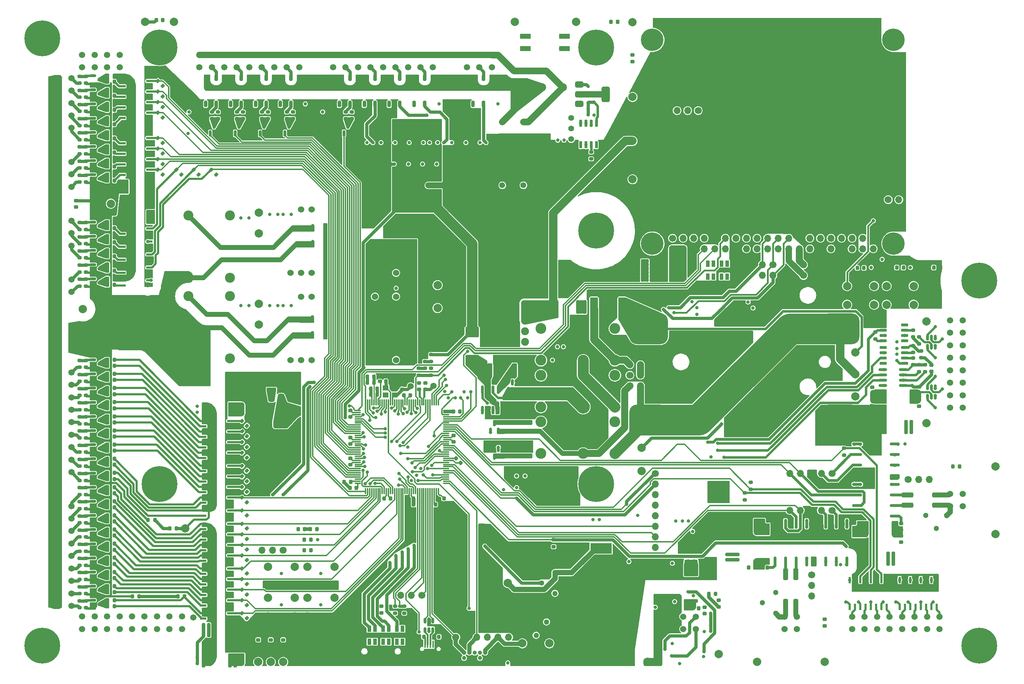
<source format=gtl>
G04 #@! TF.GenerationSoftware,KiCad,Pcbnew,8.0.1*
G04 #@! TF.CreationDate,2024-06-07T19:27:20+03:00*
G04 #@! TF.ProjectId,impeller18,696d7065-6c6c-4657-9231-382e6b696361,rev?*
G04 #@! TF.SameCoordinates,Original*
G04 #@! TF.FileFunction,Copper,L1,Top*
G04 #@! TF.FilePolarity,Positive*
%FSLAX46Y46*%
G04 Gerber Fmt 4.6, Leading zero omitted, Abs format (unit mm)*
G04 Created by KiCad (PCBNEW 8.0.1) date 2024-06-07 19:27:20*
%MOMM*%
%LPD*%
G01*
G04 APERTURE LIST*
G04 Aperture macros list*
%AMRoundRect*
0 Rectangle with rounded corners*
0 $1 Rounding radius*
0 $2 $3 $4 $5 $6 $7 $8 $9 X,Y pos of 4 corners*
0 Add a 4 corners polygon primitive as box body*
4,1,4,$2,$3,$4,$5,$6,$7,$8,$9,$2,$3,0*
0 Add four circle primitives for the rounded corners*
1,1,$1+$1,$2,$3*
1,1,$1+$1,$4,$5*
1,1,$1+$1,$6,$7*
1,1,$1+$1,$8,$9*
0 Add four rect primitives between the rounded corners*
20,1,$1+$1,$2,$3,$4,$5,0*
20,1,$1+$1,$4,$5,$6,$7,0*
20,1,$1+$1,$6,$7,$8,$9,0*
20,1,$1+$1,$8,$9,$2,$3,0*%
G04 Aperture macros list end*
G04 #@! TA.AperFunction,SMDPad,CuDef*
%ADD10RoundRect,0.225000X0.250000X-0.225000X0.250000X0.225000X-0.250000X0.225000X-0.250000X-0.225000X0*%
G04 #@! TD*
G04 #@! TA.AperFunction,SMDPad,CuDef*
%ADD11RoundRect,0.250000X0.712500X2.475000X-0.712500X2.475000X-0.712500X-2.475000X0.712500X-2.475000X0*%
G04 #@! TD*
G04 #@! TA.AperFunction,SMDPad,CuDef*
%ADD12RoundRect,0.137500X-0.662500X-0.137500X0.662500X-0.137500X0.662500X0.137500X-0.662500X0.137500X0*%
G04 #@! TD*
G04 #@! TA.AperFunction,ComponentPad*
%ADD13C,1.524000*%
G04 #@! TD*
G04 #@! TA.AperFunction,SMDPad,CuDef*
%ADD14RoundRect,0.225000X-0.250000X0.225000X-0.250000X-0.225000X0.250000X-0.225000X0.250000X0.225000X0*%
G04 #@! TD*
G04 #@! TA.AperFunction,SMDPad,CuDef*
%ADD15RoundRect,0.200000X0.275000X-0.200000X0.275000X0.200000X-0.275000X0.200000X-0.275000X-0.200000X0*%
G04 #@! TD*
G04 #@! TA.AperFunction,SMDPad,CuDef*
%ADD16RoundRect,0.200000X-0.335876X-0.053033X-0.053033X-0.335876X0.335876X0.053033X0.053033X0.335876X0*%
G04 #@! TD*
G04 #@! TA.AperFunction,SMDPad,CuDef*
%ADD17RoundRect,0.218750X0.218750X0.256250X-0.218750X0.256250X-0.218750X-0.256250X0.218750X-0.256250X0*%
G04 #@! TD*
G04 #@! TA.AperFunction,SMDPad,CuDef*
%ADD18RoundRect,0.200000X-0.275000X0.200000X-0.275000X-0.200000X0.275000X-0.200000X0.275000X0.200000X0*%
G04 #@! TD*
G04 #@! TA.AperFunction,SMDPad,CuDef*
%ADD19RoundRect,0.200000X-0.200000X-0.275000X0.200000X-0.275000X0.200000X0.275000X-0.200000X0.275000X0*%
G04 #@! TD*
G04 #@! TA.AperFunction,ComponentPad*
%ADD20C,0.900000*%
G04 #@! TD*
G04 #@! TA.AperFunction,ComponentPad*
%ADD21C,8.600000*%
G04 #@! TD*
G04 #@! TA.AperFunction,SMDPad,CuDef*
%ADD22RoundRect,0.200000X0.200000X0.275000X-0.200000X0.275000X-0.200000X-0.275000X0.200000X-0.275000X0*%
G04 #@! TD*
G04 #@! TA.AperFunction,SMDPad,CuDef*
%ADD23RoundRect,0.150000X-0.825000X-0.150000X0.825000X-0.150000X0.825000X0.150000X-0.825000X0.150000X0*%
G04 #@! TD*
G04 #@! TA.AperFunction,ComponentPad*
%ADD24C,2.000000*%
G04 #@! TD*
G04 #@! TA.AperFunction,ComponentPad*
%ADD25C,1.400000*%
G04 #@! TD*
G04 #@! TA.AperFunction,SMDPad,CuDef*
%ADD26RoundRect,0.200000X-0.200000X-1.500000X0.200000X-1.500000X0.200000X1.500000X-0.200000X1.500000X0*%
G04 #@! TD*
G04 #@! TA.AperFunction,SMDPad,CuDef*
%ADD27RoundRect,0.218750X-0.218750X-0.256250X0.218750X-0.256250X0.218750X0.256250X-0.218750X0.256250X0*%
G04 #@! TD*
G04 #@! TA.AperFunction,SMDPad,CuDef*
%ADD28RoundRect,0.150000X-0.587500X-0.150000X0.587500X-0.150000X0.587500X0.150000X-0.587500X0.150000X0*%
G04 #@! TD*
G04 #@! TA.AperFunction,SMDPad,CuDef*
%ADD29RoundRect,0.200000X0.200000X0.550000X-0.200000X0.550000X-0.200000X-0.550000X0.200000X-0.550000X0*%
G04 #@! TD*
G04 #@! TA.AperFunction,SMDPad,CuDef*
%ADD30RoundRect,0.218750X-0.256250X0.218750X-0.256250X-0.218750X0.256250X-0.218750X0.256250X0.218750X0*%
G04 #@! TD*
G04 #@! TA.AperFunction,SMDPad,CuDef*
%ADD31R,1.400000X1.200000*%
G04 #@! TD*
G04 #@! TA.AperFunction,SMDPad,CuDef*
%ADD32RoundRect,0.225000X0.225000X0.250000X-0.225000X0.250000X-0.225000X-0.250000X0.225000X-0.250000X0*%
G04 #@! TD*
G04 #@! TA.AperFunction,SMDPad,CuDef*
%ADD33RoundRect,0.225000X-0.225000X-0.250000X0.225000X-0.250000X0.225000X0.250000X-0.225000X0.250000X0*%
G04 #@! TD*
G04 #@! TA.AperFunction,SMDPad,CuDef*
%ADD34RoundRect,0.300000X-1.125000X-0.300000X1.125000X-0.300000X1.125000X0.300000X-1.125000X0.300000X0*%
G04 #@! TD*
G04 #@! TA.AperFunction,SMDPad,CuDef*
%ADD35RoundRect,0.375000X-0.375000X0.625000X-0.375000X-0.625000X0.375000X-0.625000X0.375000X0.625000X0*%
G04 #@! TD*
G04 #@! TA.AperFunction,SMDPad,CuDef*
%ADD36RoundRect,0.500000X-1.400000X0.500000X-1.400000X-0.500000X1.400000X-0.500000X1.400000X0.500000X0*%
G04 #@! TD*
G04 #@! TA.AperFunction,ComponentPad*
%ADD37C,1.500000*%
G04 #@! TD*
G04 #@! TA.AperFunction,SMDPad,CuDef*
%ADD38RoundRect,1.850000X2.800000X-1.850000X2.800000X1.850000X-2.800000X1.850000X-2.800000X-1.850000X0*%
G04 #@! TD*
G04 #@! TA.AperFunction,SMDPad,CuDef*
%ADD39RoundRect,0.162500X-1.012500X-0.162500X1.012500X-0.162500X1.012500X0.162500X-1.012500X0.162500X0*%
G04 #@! TD*
G04 #@! TA.AperFunction,ComponentPad*
%ADD40C,1.600000*%
G04 #@! TD*
G04 #@! TA.AperFunction,SMDPad,CuDef*
%ADD41RoundRect,0.150000X-0.725000X-0.150000X0.725000X-0.150000X0.725000X0.150000X-0.725000X0.150000X0*%
G04 #@! TD*
G04 #@! TA.AperFunction,SMDPad,CuDef*
%ADD42RoundRect,0.150000X0.150000X-0.587500X0.150000X0.587500X-0.150000X0.587500X-0.150000X-0.587500X0*%
G04 #@! TD*
G04 #@! TA.AperFunction,SMDPad,CuDef*
%ADD43RoundRect,0.162500X-0.162500X1.012500X-0.162500X-1.012500X0.162500X-1.012500X0.162500X1.012500X0*%
G04 #@! TD*
G04 #@! TA.AperFunction,ComponentPad*
%ADD44C,0.800000*%
G04 #@! TD*
G04 #@! TA.AperFunction,ComponentPad*
%ADD45C,5.400000*%
G04 #@! TD*
G04 #@! TA.AperFunction,ComponentPad*
%ADD46C,1.700000*%
G04 #@! TD*
G04 #@! TA.AperFunction,ComponentPad*
%ADD47O,1.700000X1.700000*%
G04 #@! TD*
G04 #@! TA.AperFunction,ComponentPad*
%ADD48C,2.600000*%
G04 #@! TD*
G04 #@! TA.AperFunction,SMDPad,CuDef*
%ADD49RoundRect,0.150000X-0.150000X0.587500X-0.150000X-0.587500X0.150000X-0.587500X0.150000X0.587500X0*%
G04 #@! TD*
G04 #@! TA.AperFunction,SMDPad,CuDef*
%ADD50RoundRect,0.250000X1.425000X-0.362500X1.425000X0.362500X-1.425000X0.362500X-1.425000X-0.362500X0*%
G04 #@! TD*
G04 #@! TA.AperFunction,ComponentPad*
%ADD51C,2.400000*%
G04 #@! TD*
G04 #@! TA.AperFunction,SMDPad,CuDef*
%ADD52RoundRect,0.200000X0.200000X1.500000X-0.200000X1.500000X-0.200000X-1.500000X0.200000X-1.500000X0*%
G04 #@! TD*
G04 #@! TA.AperFunction,SMDPad,CuDef*
%ADD53RoundRect,0.250000X-1.425000X0.362500X-1.425000X-0.362500X1.425000X-0.362500X1.425000X0.362500X0*%
G04 #@! TD*
G04 #@! TA.AperFunction,ComponentPad*
%ADD54R,2.600000X2.600000*%
G04 #@! TD*
G04 #@! TA.AperFunction,SMDPad,CuDef*
%ADD55RoundRect,0.137500X0.137500X-0.662500X0.137500X0.662500X-0.137500X0.662500X-0.137500X-0.662500X0*%
G04 #@! TD*
G04 #@! TA.AperFunction,SMDPad,CuDef*
%ADD56R,0.900000X1.500000*%
G04 #@! TD*
G04 #@! TA.AperFunction,ComponentPad*
%ADD57C,1.000000*%
G04 #@! TD*
G04 #@! TA.AperFunction,ComponentPad*
%ADD58O,1.000000X1.000000*%
G04 #@! TD*
G04 #@! TA.AperFunction,SMDPad,CuDef*
%ADD59RoundRect,0.250000X-0.712500X-2.475000X0.712500X-2.475000X0.712500X2.475000X-0.712500X2.475000X0*%
G04 #@! TD*
G04 #@! TA.AperFunction,SMDPad,CuDef*
%ADD60R,0.400000X1.800000*%
G04 #@! TD*
G04 #@! TA.AperFunction,ComponentPad*
%ADD61O,1.090000X2.000000*%
G04 #@! TD*
G04 #@! TA.AperFunction,ComponentPad*
%ADD62O,1.050000X1.600000*%
G04 #@! TD*
G04 #@! TA.AperFunction,SMDPad,CuDef*
%ADD63RoundRect,0.150000X0.150000X-0.725000X0.150000X0.725000X-0.150000X0.725000X-0.150000X-0.725000X0*%
G04 #@! TD*
G04 #@! TA.AperFunction,ComponentPad*
%ADD64C,1.905000*%
G04 #@! TD*
G04 #@! TA.AperFunction,ComponentPad*
%ADD65C,1.300000*%
G04 #@! TD*
G04 #@! TA.AperFunction,ComponentPad*
%ADD66O,2.000000X2.000000*%
G04 #@! TD*
G04 #@! TA.AperFunction,SMDPad,CuDef*
%ADD67RoundRect,0.075000X-0.075000X0.662500X-0.075000X-0.662500X0.075000X-0.662500X0.075000X0.662500X0*%
G04 #@! TD*
G04 #@! TA.AperFunction,SMDPad,CuDef*
%ADD68RoundRect,0.075000X-0.662500X0.075000X-0.662500X-0.075000X0.662500X-0.075000X0.662500X0.075000X0*%
G04 #@! TD*
G04 #@! TA.AperFunction,SMDPad,CuDef*
%ADD69RoundRect,0.150000X-0.150000X0.825000X-0.150000X-0.825000X0.150000X-0.825000X0.150000X0.825000X0*%
G04 #@! TD*
G04 #@! TA.AperFunction,SMDPad,CuDef*
%ADD70R,2.540000X1.270000*%
G04 #@! TD*
G04 #@! TA.AperFunction,SMDPad,CuDef*
%ADD71RoundRect,0.300000X-0.300000X1.125000X-0.300000X-1.125000X0.300000X-1.125000X0.300000X1.125000X0*%
G04 #@! TD*
G04 #@! TA.AperFunction,SMDPad,CuDef*
%ADD72RoundRect,0.150000X-0.150000X0.512500X-0.150000X-0.512500X0.150000X-0.512500X0.150000X0.512500X0*%
G04 #@! TD*
G04 #@! TA.AperFunction,SMDPad,CuDef*
%ADD73RoundRect,0.225000X-0.335876X-0.017678X-0.017678X-0.335876X0.335876X0.017678X0.017678X0.335876X0*%
G04 #@! TD*
G04 #@! TA.AperFunction,SMDPad,CuDef*
%ADD74RoundRect,0.218750X0.256250X-0.218750X0.256250X0.218750X-0.256250X0.218750X-0.256250X-0.218750X0*%
G04 #@! TD*
G04 #@! TA.AperFunction,SMDPad,CuDef*
%ADD75RoundRect,0.150000X0.725000X0.150000X-0.725000X0.150000X-0.725000X-0.150000X0.725000X-0.150000X0*%
G04 #@! TD*
G04 #@! TA.AperFunction,SMDPad,CuDef*
%ADD76RoundRect,0.200000X-1.500000X0.200000X-1.500000X-0.200000X1.500000X-0.200000X1.500000X0.200000X0*%
G04 #@! TD*
G04 #@! TA.AperFunction,SMDPad,CuDef*
%ADD77RoundRect,0.250000X1.400000X1.000000X-1.400000X1.000000X-1.400000X-1.000000X1.400000X-1.000000X0*%
G04 #@! TD*
G04 #@! TA.AperFunction,SMDPad,CuDef*
%ADD78RoundRect,0.125000X0.125000X-0.375000X0.125000X0.375000X-0.125000X0.375000X-0.125000X-0.375000X0*%
G04 #@! TD*
G04 #@! TA.AperFunction,SMDPad,CuDef*
%ADD79RoundRect,0.375000X-0.625000X-0.375000X0.625000X-0.375000X0.625000X0.375000X-0.625000X0.375000X0*%
G04 #@! TD*
G04 #@! TA.AperFunction,SMDPad,CuDef*
%ADD80RoundRect,0.500000X-0.500000X-1.400000X0.500000X-1.400000X0.500000X1.400000X-0.500000X1.400000X0*%
G04 #@! TD*
G04 #@! TA.AperFunction,SMDPad,CuDef*
%ADD81RoundRect,0.250000X-1.000000X1.400000X-1.000000X-1.400000X1.000000X-1.400000X1.000000X1.400000X0*%
G04 #@! TD*
G04 #@! TA.AperFunction,SMDPad,CuDef*
%ADD82RoundRect,0.250000X-0.362500X-1.425000X0.362500X-1.425000X0.362500X1.425000X-0.362500X1.425000X0*%
G04 #@! TD*
G04 #@! TA.AperFunction,ViaPad*
%ADD83C,0.800000*%
G04 #@! TD*
G04 #@! TA.AperFunction,Conductor*
%ADD84C,1.300000*%
G04 #@! TD*
G04 #@! TA.AperFunction,Conductor*
%ADD85C,0.300000*%
G04 #@! TD*
G04 #@! TA.AperFunction,Conductor*
%ADD86C,0.800000*%
G04 #@! TD*
G04 #@! TA.AperFunction,Conductor*
%ADD87C,1.400000*%
G04 #@! TD*
G04 #@! TA.AperFunction,Conductor*
%ADD88C,0.650000*%
G04 #@! TD*
G04 #@! TA.AperFunction,Conductor*
%ADD89C,0.900000*%
G04 #@! TD*
G04 #@! TA.AperFunction,Conductor*
%ADD90C,0.250000*%
G04 #@! TD*
G04 #@! TA.AperFunction,Conductor*
%ADD91C,0.500000*%
G04 #@! TD*
G04 #@! TA.AperFunction,Conductor*
%ADD92C,1.000000*%
G04 #@! TD*
G04 #@! TA.AperFunction,Conductor*
%ADD93C,1.200000*%
G04 #@! TD*
G04 #@! TA.AperFunction,Conductor*
%ADD94C,0.240000*%
G04 #@! TD*
G04 #@! TA.AperFunction,Conductor*
%ADD95C,0.600000*%
G04 #@! TD*
G04 #@! TA.AperFunction,Conductor*
%ADD96C,0.550000*%
G04 #@! TD*
G04 #@! TA.AperFunction,Conductor*
%ADD97C,2.500000*%
G04 #@! TD*
G04 #@! TA.AperFunction,Conductor*
%ADD98C,1.225000*%
G04 #@! TD*
G04 #@! TA.AperFunction,Conductor*
%ADD99C,1.700000*%
G04 #@! TD*
G04 #@! TA.AperFunction,Conductor*
%ADD100C,2.600000*%
G04 #@! TD*
G04 #@! TA.AperFunction,Conductor*
%ADD101C,1.600000*%
G04 #@! TD*
G04 #@! TA.AperFunction,Conductor*
%ADD102C,1.500000*%
G04 #@! TD*
G04 #@! TA.AperFunction,Conductor*
%ADD103C,0.850000*%
G04 #@! TD*
G04 #@! TA.AperFunction,Conductor*
%ADD104C,0.400000*%
G04 #@! TD*
G04 #@! TA.AperFunction,Conductor*
%ADD105C,1.925000*%
G04 #@! TD*
G04 #@! TA.AperFunction,Conductor*
%ADD106C,0.440000*%
G04 #@! TD*
G04 #@! TA.AperFunction,Conductor*
%ADD107C,2.000000*%
G04 #@! TD*
G04 #@! TA.AperFunction,Conductor*
%ADD108C,7.400000*%
G04 #@! TD*
G04 #@! TA.AperFunction,Conductor*
%ADD109C,0.700000*%
G04 #@! TD*
G04 APERTURE END LIST*
D10*
X163601000Y-161266000D03*
X163601000Y-159716000D03*
D11*
X241158500Y-114570000D03*
X234383500Y-114570000D03*
D12*
X128224000Y-150758000D03*
X128224000Y-152028000D03*
X128224000Y-153298000D03*
X128224000Y-154568000D03*
X128224000Y-155838000D03*
X128224000Y-157108000D03*
X128224000Y-158378000D03*
X128224000Y-159648000D03*
X134724000Y-159648000D03*
X134724000Y-158378000D03*
X134724000Y-157108000D03*
X134724000Y-155838000D03*
X134724000Y-154568000D03*
X134724000Y-153298000D03*
X134724000Y-152028000D03*
X134724000Y-150758000D03*
D13*
X149178000Y-115141000D03*
X151718000Y-115141000D03*
X154258000Y-115141000D03*
X174578000Y-115141000D03*
X174578000Y-99901000D03*
X169498000Y-99901000D03*
X154258000Y-99901000D03*
X151718000Y-99901000D03*
D14*
X151229000Y-149058999D03*
X151229000Y-150608999D03*
D15*
X99961000Y-165046000D03*
X99961000Y-163396000D03*
D16*
X137518274Y-169178000D03*
X138685000Y-170344726D03*
D17*
X305445500Y-113842000D03*
X303870500Y-113842000D03*
D18*
X298855000Y-128914000D03*
X298855000Y-130564000D03*
D19*
X105190000Y-147707500D03*
X106840000Y-147707500D03*
D20*
X89501000Y-201583000D03*
X91781419Y-202527581D03*
X87220581Y-202527581D03*
X92726000Y-204808000D03*
D21*
X89501000Y-204808000D03*
D20*
X86276000Y-204808000D03*
X91781419Y-207088419D03*
X87220581Y-207088419D03*
X89501000Y-208033000D03*
D18*
X98501000Y-190619000D03*
X98501000Y-192269000D03*
D22*
X106838000Y-67707500D03*
X105188000Y-67707500D03*
D23*
X291567000Y-138444000D03*
X291567000Y-139714000D03*
X291567000Y-140984000D03*
X291567000Y-142254000D03*
X296517000Y-142254000D03*
X296517000Y-140984000D03*
X296517000Y-139714000D03*
X296517000Y-138444000D03*
D24*
X141434000Y-208731001D03*
D16*
X117292343Y-74078000D03*
X118459069Y-75244726D03*
D25*
X216678002Y-85536000D03*
X216678002Y-82996000D03*
X216678002Y-80456000D03*
X216678002Y-77916000D03*
D18*
X98501000Y-142982000D03*
X98501000Y-144632000D03*
D26*
X286524000Y-183852000D03*
X287794000Y-183852000D03*
X292874000Y-183852000D03*
X294144000Y-183852000D03*
X294144000Y-176552000D03*
X287794000Y-176552000D03*
X286524000Y-176552000D03*
D14*
X171068000Y-195337000D03*
X171068000Y-196887000D03*
D27*
X120140500Y-176579000D03*
X121715500Y-176579000D03*
D18*
X98499000Y-103056250D03*
X98499000Y-104706250D03*
D28*
X101677500Y-136052000D03*
X101677500Y-137952000D03*
X103552500Y-137002000D03*
D16*
X117292343Y-87787000D03*
X118459069Y-88953726D03*
D15*
X289812000Y-131009000D03*
X289812000Y-129359000D03*
D28*
X101678000Y-113150000D03*
X101678000Y-115050000D03*
X103553000Y-114100000D03*
D29*
X172926000Y-74526000D03*
X175466000Y-74526000D03*
X175466000Y-68226000D03*
X172926000Y-68226000D03*
D30*
X277597250Y-198475501D03*
X277597250Y-200050501D03*
D17*
X155546500Y-176728000D03*
X153971500Y-176728000D03*
D16*
X137518274Y-197018000D03*
X138685000Y-198184726D03*
D24*
X99269000Y-123826000D03*
D16*
X117292343Y-76618000D03*
X118459069Y-77784726D03*
D28*
X101675500Y-109739250D03*
X101675500Y-111639250D03*
X103550500Y-110689250D03*
D31*
X172081000Y-144491000D03*
X174281000Y-144491000D03*
X174281000Y-142791000D03*
X172081000Y-142791000D03*
D25*
X182328000Y-94076000D03*
X184868000Y-94076000D03*
X200108000Y-94076000D03*
X205188000Y-94076000D03*
X205188000Y-78836000D03*
X200108000Y-78836000D03*
X184868000Y-78836000D03*
X182328000Y-78836000D03*
D22*
X106840000Y-153045500D03*
X105190000Y-153045500D03*
D32*
X163626000Y-165411000D03*
X162076000Y-165411000D03*
D19*
X105190000Y-174930500D03*
X106840000Y-174930500D03*
D22*
X106840000Y-173465500D03*
X105190000Y-173465500D03*
D27*
X308442500Y-161672250D03*
X310017500Y-161672250D03*
D33*
X262311500Y-186002001D03*
X263861500Y-186002001D03*
X137679000Y-147223000D03*
X139229000Y-147223000D03*
D19*
X105190000Y-140901000D03*
X106840000Y-140901000D03*
D24*
X283014000Y-118308000D03*
X289514000Y-118308000D03*
X283014000Y-122808000D03*
X289514000Y-122808000D03*
D34*
X297553000Y-168546000D03*
X304903000Y-168546000D03*
X304903000Y-171046000D03*
X297553000Y-171046000D03*
D18*
X98501000Y-159992000D03*
X98501000Y-161642000D03*
D20*
X314778000Y-113779000D03*
X317058419Y-114723581D03*
X312497581Y-114723581D03*
X318003000Y-117004000D03*
D21*
X314778000Y-117004000D03*
D20*
X311553000Y-117004000D03*
X317058419Y-119284419D03*
X312497581Y-119284419D03*
X314778000Y-120229000D03*
D24*
X105986000Y-98511000D03*
D19*
X105190000Y-168125500D03*
X106840000Y-168125500D03*
D16*
X117292343Y-71538000D03*
X118459069Y-72704726D03*
D19*
X105190000Y-137498500D03*
X106840000Y-137498500D03*
D35*
X149199000Y-145203999D03*
X146899000Y-145203999D03*
D36*
X146899000Y-151503999D03*
D35*
X144599000Y-145203999D03*
D18*
X98499000Y-74651500D03*
X98499000Y-76301500D03*
D15*
X180034000Y-139746500D03*
X180034000Y-138096500D03*
D24*
X143741000Y-193294000D03*
X150241000Y-193294000D03*
X143741000Y-197794000D03*
X150241000Y-197794000D03*
X284975000Y-139553000D03*
D37*
X93519000Y-80286000D03*
X93519000Y-77286000D03*
X93519000Y-74286000D03*
X93519000Y-71286000D03*
X93519000Y-68286000D03*
X96519000Y-80286000D03*
X96519000Y-77286000D03*
X96519000Y-74286000D03*
X96519000Y-71286000D03*
X96519000Y-68286000D03*
D15*
X99961000Y-185464000D03*
X99961000Y-183814000D03*
X99959000Y-104706250D03*
X99959000Y-103056250D03*
D38*
X235325000Y-128553000D03*
X281325000Y-128553000D03*
D39*
X285449000Y-165986000D03*
X285449000Y-168526000D03*
X285449000Y-171066000D03*
X285449000Y-173606000D03*
X294499000Y-173606000D03*
X294499000Y-171066000D03*
X294499000Y-168526000D03*
X294499000Y-165986000D03*
D19*
X105188000Y-69172500D03*
X106838000Y-69172500D03*
D28*
X101677500Y-156465000D03*
X101677500Y-158365000D03*
X103552500Y-157415000D03*
D40*
X202885000Y-66551349D03*
X202885000Y-70051349D03*
D22*
X106840000Y-136033500D03*
X105190000Y-136033500D03*
D15*
X99959000Y-86507000D03*
X99959000Y-84857000D03*
D16*
X137518274Y-155838000D03*
X138685000Y-157004726D03*
D41*
X291667000Y-133044000D03*
X291667000Y-134314000D03*
X291667000Y-135584000D03*
X291667000Y-136854000D03*
X296817000Y-136854000D03*
X296817000Y-135584000D03*
X296817000Y-134314000D03*
X296817000Y-133044000D03*
D42*
X141866000Y-81593500D03*
X143766000Y-81593500D03*
X142816000Y-79718500D03*
D19*
X105188000Y-72572500D03*
X106838000Y-72572500D03*
D14*
X181575000Y-141622000D03*
X181575000Y-143172000D03*
D28*
X101677500Y-146261000D03*
X101677500Y-148161000D03*
X103552500Y-147211000D03*
D43*
X273283500Y-175482001D03*
X270743500Y-175482001D03*
X268203500Y-175482001D03*
X265663500Y-175482001D03*
X265663500Y-184532001D03*
X268203500Y-184532001D03*
X270743500Y-184532001D03*
X273283500Y-184532001D03*
D37*
X123089000Y-200796000D03*
X120089000Y-200796000D03*
X117089000Y-200796000D03*
X114089000Y-200796000D03*
X111089000Y-200796000D03*
X108089000Y-200796000D03*
X105089000Y-200796000D03*
X102089000Y-200796000D03*
X99089000Y-200796000D03*
X123089000Y-197796000D03*
X120089000Y-197796000D03*
X117089000Y-197796000D03*
X114089000Y-197796000D03*
X111089000Y-197796000D03*
X108089000Y-197796000D03*
X105089000Y-197796000D03*
X102089000Y-197796000D03*
X99089000Y-197796000D03*
D44*
X236176000Y-57081000D03*
X237607891Y-57674109D03*
X234744109Y-57674109D03*
X238201000Y-59106000D03*
D45*
X236176000Y-59106000D03*
D44*
X234151000Y-59106000D03*
X237607891Y-60537891D03*
X234744109Y-60537891D03*
X236176000Y-61131000D03*
D28*
X101675500Y-84732000D03*
X101675500Y-86632000D03*
X103550500Y-85682000D03*
D15*
X259832000Y-167178000D03*
X259832000Y-165528000D03*
D20*
X222676000Y-162679000D03*
X224956419Y-163623581D03*
X220395581Y-163623581D03*
X225901000Y-165904000D03*
D21*
X222676000Y-165904000D03*
D20*
X219451000Y-165904000D03*
X224956419Y-168184419D03*
X220395581Y-168184419D03*
X222676000Y-169129000D03*
D18*
X98501000Y-194021000D03*
X98501000Y-195671000D03*
D12*
X108763000Y-104481000D03*
X108763000Y-105751000D03*
X115263000Y-105751000D03*
X115263000Y-104481000D03*
D46*
X279368500Y-172257001D03*
D47*
X276828500Y-172257001D03*
X274288500Y-172257001D03*
X271748500Y-172257001D03*
X269208500Y-172257001D03*
D15*
X99959000Y-79702000D03*
X99959000Y-78052000D03*
D19*
X105188000Y-111185750D03*
X106838000Y-111185750D03*
D37*
X125839000Y-198056000D03*
D48*
X219563000Y-136157000D03*
X227183000Y-128537000D03*
X227183000Y-136157000D03*
X209403000Y-136157000D03*
X209403000Y-128537000D03*
D18*
X98499000Y-91665000D03*
X98499000Y-93315000D03*
D22*
X106838000Y-71107500D03*
X105188000Y-71107500D03*
D15*
X99961000Y-158240000D03*
X99961000Y-156590000D03*
D22*
X106838000Y-84713500D03*
X105188000Y-84713500D03*
D16*
X137518274Y-177998000D03*
X138685000Y-179164726D03*
D32*
X181256000Y-202685000D03*
X179706000Y-202685000D03*
D33*
X137679000Y-207131001D03*
X139229000Y-207131001D03*
D19*
X105188000Y-92986500D03*
X106838000Y-92986500D03*
D24*
X99269000Y-133716500D03*
D46*
X236936000Y-163353000D03*
D47*
X236936000Y-165893000D03*
X236936000Y-168433000D03*
X236936000Y-170973000D03*
X236936000Y-173513000D03*
X236936000Y-176053000D03*
X236936000Y-178593000D03*
X236936000Y-181133000D03*
D37*
X183576000Y-142351000D03*
D22*
X106838000Y-81311500D03*
X105188000Y-81311500D03*
D33*
X145304000Y-143223999D03*
X146854000Y-143223999D03*
D49*
X202566000Y-141493000D03*
X200666000Y-141493000D03*
X201616000Y-143368000D03*
D50*
X205683000Y-151134500D03*
X205683000Y-145209500D03*
D51*
X124654000Y-116327000D03*
X124654000Y-101327000D03*
X134654000Y-101327000D03*
X134654000Y-116327000D03*
D32*
X186081000Y-169371000D03*
X184531000Y-169371000D03*
D52*
X135884000Y-201056001D03*
X134614000Y-201056001D03*
X129534000Y-201056001D03*
X128264000Y-201056001D03*
X128264000Y-208356001D03*
X134614000Y-208356001D03*
X135884000Y-208356001D03*
D14*
X300315000Y-145699000D03*
X300315000Y-147249000D03*
D42*
X197272000Y-153134500D03*
X199172000Y-153134500D03*
X198222000Y-151259500D03*
D19*
X105190000Y-188536500D03*
X106840000Y-188536500D03*
D53*
X201843000Y-145209500D03*
X201843000Y-151134500D03*
D10*
X206873000Y-143080000D03*
X206873000Y-141530000D03*
D22*
X106840000Y-176867500D03*
X105190000Y-176867500D03*
D24*
X153241000Y-193294000D03*
X159741000Y-193294000D03*
X153241000Y-197794000D03*
X159741000Y-197794000D03*
X252177000Y-206862001D03*
D37*
X310778000Y-168298000D03*
X310778000Y-171298000D03*
X307778000Y-168298000D03*
X307778000Y-171298000D03*
D17*
X152586500Y-176728000D03*
X151011500Y-176728000D03*
D14*
X188361000Y-154216000D03*
X188361000Y-155766000D03*
D12*
X108763000Y-116949000D03*
X108763000Y-118219000D03*
X115263000Y-118219000D03*
X115263000Y-116949000D03*
D13*
X149179000Y-136091000D03*
X151719000Y-136091000D03*
X154259000Y-136091000D03*
X174579000Y-136091000D03*
X174579000Y-120851000D03*
X169499000Y-120851000D03*
X154259000Y-120851000D03*
X151719000Y-120851000D03*
D54*
X222576000Y-181405001D03*
X225116000Y-181405001D03*
D48*
X223846000Y-208405002D03*
D33*
X245799000Y-195831001D03*
X247349000Y-195831001D03*
D37*
X191586000Y-62726000D03*
X194586000Y-62726000D03*
X197586000Y-62726000D03*
X191586000Y-65726000D03*
X194586000Y-65726000D03*
X197586000Y-65726000D03*
D55*
X283643000Y-195509001D03*
X284913000Y-195509001D03*
X286183000Y-195509001D03*
X287453000Y-195509001D03*
X288723000Y-195509001D03*
X289993000Y-195509001D03*
X291263000Y-195509001D03*
X292533000Y-195509001D03*
X292533000Y-189009001D03*
X291263000Y-189009001D03*
X289993000Y-189009001D03*
X288723000Y-189009001D03*
X287453000Y-189009001D03*
X286183000Y-189009001D03*
X284913000Y-189009001D03*
X283643000Y-189009001D03*
D29*
X140766000Y-74526000D03*
X143306000Y-74526000D03*
X143306000Y-68226000D03*
X140766000Y-68226000D03*
D56*
X254206000Y-112928000D03*
X254206000Y-116028000D03*
X252806000Y-116028000D03*
X252806000Y-112928000D03*
D57*
X190929000Y-207764000D03*
D58*
X190929000Y-206494000D03*
X192199000Y-207764000D03*
X192199000Y-206494000D03*
X193469000Y-207764000D03*
X193469000Y-206494000D03*
X194739000Y-207764000D03*
X194739000Y-206494000D03*
X196009000Y-207764000D03*
X196009000Y-206494000D03*
D18*
X98499000Y-109864250D03*
X98499000Y-111514250D03*
D24*
X184553000Y-99826000D03*
X184553000Y-104826000D03*
D59*
X222187500Y-123757000D03*
X228962500Y-123757000D03*
D19*
X105190000Y-185135500D03*
X106840000Y-185135500D03*
D28*
X101677500Y-183689000D03*
X101677500Y-185589000D03*
X103552500Y-184639000D03*
D56*
X250906000Y-112928000D03*
X250906000Y-116028000D03*
X249506000Y-116028000D03*
X249506000Y-112928000D03*
D29*
X166926000Y-74526000D03*
X169466000Y-74526000D03*
X169466000Y-68226000D03*
X166926000Y-68226000D03*
D18*
X137766000Y-76431000D03*
X137766000Y-78081000D03*
D22*
X106838000Y-88117500D03*
X105188000Y-88117500D03*
D12*
X128224000Y-175458000D03*
X128224000Y-176728000D03*
X128224000Y-177998000D03*
X128224000Y-179268000D03*
X128224000Y-180538000D03*
X128224000Y-181808000D03*
X128224000Y-183078000D03*
X128224000Y-184348000D03*
X134724000Y-184348000D03*
X134724000Y-183078000D03*
X134724000Y-181808000D03*
X134724000Y-180538000D03*
X134724000Y-179268000D03*
X134724000Y-177998000D03*
X134724000Y-176728000D03*
X134724000Y-175458000D03*
D22*
X106840000Y-180270000D03*
X105190000Y-180270000D03*
D15*
X99959000Y-83105000D03*
X99959000Y-81455000D03*
D16*
X137518274Y-180538000D03*
X138685000Y-181704726D03*
D19*
X105190000Y-191940500D03*
X106840000Y-191940500D03*
D28*
X101677500Y-153064000D03*
X101677500Y-154964000D03*
X103552500Y-154014000D03*
D10*
X163601000Y-149766000D03*
X163601000Y-148216000D03*
D46*
X272526000Y-115753000D03*
D47*
X272526000Y-113213000D03*
D32*
X178756000Y-170831000D03*
X177206000Y-170831000D03*
D18*
X298854000Y-132644000D03*
X298854000Y-134294000D03*
D16*
X137518274Y-175458000D03*
X138685000Y-176624726D03*
D22*
X106838000Y-91521500D03*
X105188000Y-91521500D03*
D19*
X105188000Y-86178500D03*
X106838000Y-86178500D03*
D12*
X128224000Y-172318000D03*
X128224000Y-173588000D03*
X134724000Y-173588000D03*
X134724000Y-172318000D03*
D28*
X101677500Y-187090000D03*
X101677500Y-188990000D03*
X103552500Y-188040000D03*
D15*
X300845000Y-135559000D03*
X300845000Y-133909000D03*
D22*
X106840000Y-139436000D03*
X105190000Y-139436000D03*
D20*
X219451000Y-105004000D03*
X220395581Y-102723581D03*
X220395581Y-107284419D03*
X222676000Y-101779000D03*
D21*
X222676000Y-105004000D03*
D20*
X222676000Y-108229000D03*
X224956419Y-102723581D03*
X224956419Y-107284419D03*
X225901000Y-105004000D03*
D18*
X98501500Y-113275000D03*
X98501500Y-114925000D03*
D38*
X235325000Y-150553000D03*
X281325000Y-150553000D03*
D20*
X117676000Y-57679000D03*
X119956419Y-58623581D03*
X115395581Y-58623581D03*
X120901000Y-60904000D03*
D21*
X117676000Y-60904000D03*
D20*
X114451000Y-60904000D03*
X119956419Y-63184419D03*
X115395581Y-63184419D03*
X117676000Y-64129000D03*
D10*
X295969000Y-176958000D03*
X295969000Y-175408000D03*
D24*
X231426000Y-72837000D03*
D10*
X163601000Y-156266000D03*
X163601000Y-154716000D03*
D15*
X99961000Y-144632000D03*
X99961000Y-142982000D03*
D33*
X184031000Y-170831000D03*
X185581000Y-170831000D03*
D10*
X208541000Y-122148000D03*
X208541000Y-120598000D03*
D37*
X93519000Y-94436000D03*
X93519000Y-91436000D03*
X93519000Y-88436000D03*
X96519000Y-94436000D03*
X96519000Y-91436000D03*
X96519000Y-88436000D03*
D28*
X101677500Y-142857000D03*
X101677500Y-144757000D03*
X103552500Y-143807000D03*
D48*
X219563000Y-147377000D03*
X227183000Y-139757000D03*
X227183000Y-147377000D03*
X209403000Y-147377000D03*
X209403000Y-139757000D03*
D44*
X236176000Y-106081000D03*
X237607891Y-106674109D03*
X234744109Y-106674109D03*
X238201000Y-108106000D03*
D45*
X236176000Y-108106000D03*
D44*
X234151000Y-108106000D03*
X237607891Y-109537891D03*
X234744109Y-109537891D03*
X236176000Y-110131000D03*
D24*
X233636000Y-162815000D03*
D15*
X99961000Y-148036000D03*
X99961000Y-146386000D03*
X99961500Y-114925000D03*
X99961500Y-113275000D03*
D28*
X101677500Y-190494000D03*
X101677500Y-192394000D03*
X103552500Y-191444000D03*
D15*
X300315000Y-132214000D03*
X300315000Y-130564000D03*
D20*
X222676000Y-57679000D03*
X224956419Y-58623581D03*
X220395581Y-58623581D03*
X225901000Y-60904000D03*
D21*
X222676000Y-60904000D03*
D20*
X219451000Y-60904000D03*
X224956419Y-63184419D03*
X220395581Y-63184419D03*
X222676000Y-64129000D03*
D16*
X125935637Y-90327000D03*
X127102363Y-91493726D03*
D46*
X274477500Y-187757001D03*
D47*
X274477500Y-190297001D03*
X274477500Y-192837001D03*
D32*
X244791000Y-184570501D03*
X243241000Y-184570501D03*
D28*
X101677500Y-166679000D03*
X101677500Y-168579000D03*
X103552500Y-167629000D03*
D33*
X168456000Y-143001000D03*
X170006000Y-143001000D03*
D16*
X137518274Y-158378000D03*
X138685000Y-159544726D03*
D18*
X98499000Y-81455000D03*
X98499000Y-83105000D03*
D30*
X141434000Y-201824500D03*
X141434000Y-203399500D03*
D33*
X246201000Y-184570501D03*
X247751000Y-184570501D03*
D37*
X159426000Y-62726000D03*
X162426000Y-62726000D03*
X165426000Y-62726000D03*
X168426000Y-62726000D03*
X171426000Y-62726000D03*
X174426000Y-62726000D03*
X177426000Y-62726000D03*
X180426000Y-62726000D03*
X183426000Y-62726000D03*
X159426000Y-65726000D03*
X162426000Y-65726000D03*
X165426000Y-65726000D03*
X168426000Y-65726000D03*
X171426000Y-65726000D03*
X174426000Y-65726000D03*
X177426000Y-65726000D03*
X180426000Y-65726000D03*
X183426000Y-65726000D03*
D10*
X289051000Y-144194000D03*
X289051000Y-142644000D03*
D19*
X105188000Y-82776500D03*
X106838000Y-82776500D03*
D18*
X98499000Y-84857000D03*
X98499000Y-86507000D03*
D19*
X105190000Y-151109000D03*
X106840000Y-151109000D03*
D18*
X98501000Y-187215000D03*
X98501000Y-188865000D03*
D15*
X99961000Y-151437500D03*
X99961000Y-149787500D03*
D18*
X98499000Y-78052000D03*
X98499000Y-79702000D03*
D46*
X247216000Y-76106000D03*
D47*
X244676000Y-76106000D03*
X242136000Y-76106000D03*
D46*
X147437438Y-181808000D03*
D47*
X144897438Y-181808000D03*
X142357438Y-181808000D03*
D19*
X114910000Y-174560000D03*
X116560000Y-174560000D03*
D27*
X122135500Y-192909000D03*
X123710500Y-192909000D03*
D22*
X106840000Y-166660500D03*
X105190000Y-166660500D03*
D19*
X105190500Y-114596500D03*
X106840500Y-114596500D03*
D24*
X302070000Y-126809000D03*
D18*
X98501500Y-116677000D03*
X98501500Y-118327000D03*
D60*
X181506000Y-204483000D03*
X182156000Y-204483000D03*
X182806000Y-204483000D03*
X183456000Y-204483000D03*
X184106000Y-204483000D03*
D61*
X186406000Y-207733000D03*
D62*
X186406000Y-204283000D03*
D61*
X179206000Y-207733000D03*
D62*
X179206000Y-204283000D03*
D24*
X141604000Y-100614000D03*
X141604000Y-105614000D03*
D17*
X154066500Y-179268000D03*
X152491500Y-179268000D03*
D16*
X117292343Y-68998000D03*
X118459069Y-70164726D03*
D24*
X114217000Y-54806000D03*
D15*
X99961000Y-141229500D03*
X99961000Y-139579500D03*
D28*
X101675500Y-81330000D03*
X101675500Y-83230000D03*
X103550500Y-82280000D03*
D63*
X218924000Y-84301000D03*
X220194000Y-84301000D03*
X221464000Y-84301000D03*
X222734000Y-84301000D03*
X222734000Y-79151000D03*
X221464000Y-79151000D03*
X220194000Y-79151000D03*
X218924000Y-79151000D03*
D32*
X245536000Y-111886000D03*
X243986000Y-111886000D03*
D24*
X141604000Y-122544000D03*
X141604000Y-127544000D03*
D19*
X105188000Y-104377750D03*
X106838000Y-104377750D03*
D64*
X205565000Y-131691000D03*
X205565000Y-129151000D03*
X205565000Y-126611000D03*
D15*
X99961000Y-195671000D03*
X99961000Y-194021000D03*
D18*
X98499000Y-106464250D03*
X98499000Y-108114250D03*
D65*
X265839500Y-196995001D03*
X262639500Y-194495001D03*
X265839500Y-191995001D03*
D22*
X106840000Y-156446500D03*
X105190000Y-156446500D03*
D18*
X98499000Y-67851000D03*
X98499000Y-69501000D03*
D28*
X101675500Y-67726000D03*
X101675500Y-69626000D03*
X103550500Y-68676000D03*
D18*
X98501000Y-180413500D03*
X98501000Y-182063500D03*
D24*
X184554000Y-123601000D03*
X184554000Y-128601000D03*
D27*
X116890000Y-54355000D03*
X118465000Y-54355000D03*
D15*
X99961000Y-154839000D03*
X99961000Y-153189000D03*
D24*
X184554000Y-118101000D03*
X184554000Y-113101000D03*
X261345750Y-208731001D03*
D46*
X230783000Y-142308000D03*
D47*
X233323000Y-142308000D03*
D32*
X165026000Y-166871000D03*
X163476000Y-166871000D03*
D56*
X172815500Y-200742000D03*
X172815500Y-203842000D03*
X171415500Y-203842000D03*
X171415500Y-200742000D03*
D28*
X101675500Y-77927000D03*
X101675500Y-79827000D03*
X103550500Y-78877000D03*
D56*
X169515500Y-200742000D03*
X169515500Y-203842000D03*
X168115500Y-203842000D03*
X168115500Y-200742000D03*
D18*
X98501000Y-153189000D03*
X98501000Y-154839000D03*
X149766000Y-76431000D03*
X149766000Y-78081000D03*
X98501000Y-139579500D03*
X98501000Y-141229500D03*
D24*
X144434000Y-208731001D03*
D19*
X105190000Y-181735000D03*
X106840000Y-181735000D03*
D24*
X233636000Y-157183000D03*
D37*
X99089000Y-62726000D03*
X102089000Y-62726000D03*
X105089000Y-62726000D03*
X108089000Y-62726000D03*
X99089000Y-65726000D03*
X102089000Y-65726000D03*
X105089000Y-65726000D03*
X108089000Y-65726000D03*
D16*
X137518274Y-166638000D03*
X138685000Y-167804726D03*
D17*
X186431500Y-202685000D03*
X184856500Y-202685000D03*
D20*
X89501000Y-55479000D03*
X91781419Y-56423581D03*
X87220581Y-56423581D03*
X92726000Y-58704000D03*
D21*
X89501000Y-58704000D03*
D20*
X86276000Y-58704000D03*
X91781419Y-60984419D03*
X87220581Y-60984419D03*
X89501000Y-61929000D03*
D24*
X284975000Y-144853000D03*
D15*
X99961000Y-192269000D03*
X99961000Y-190619000D03*
D66*
X174578000Y-91826000D03*
D24*
X169578000Y-91826000D03*
D37*
X93519000Y-119746000D03*
X93519000Y-116746000D03*
X96519000Y-119746000D03*
X96519000Y-116746000D03*
D12*
X108763000Y-68998000D03*
X108763000Y-70268000D03*
X108763000Y-71538000D03*
X108763000Y-72808000D03*
X108763000Y-74078000D03*
X108763000Y-75348000D03*
X108763000Y-76618000D03*
X108763000Y-77888000D03*
X115263000Y-77888000D03*
X115263000Y-76618000D03*
X115263000Y-75348000D03*
X115263000Y-74078000D03*
X115263000Y-72808000D03*
X115263000Y-71538000D03*
X115263000Y-70268000D03*
X115263000Y-68998000D03*
D24*
X153241000Y-185794000D03*
X159741000Y-185794000D03*
X153241000Y-190294000D03*
X159741000Y-190294000D03*
D33*
X176431000Y-144611000D03*
X177981000Y-144611000D03*
D22*
X106840000Y-190475500D03*
X105190000Y-190475500D03*
D15*
X99961000Y-175259000D03*
X99961000Y-173609000D03*
D17*
X227851750Y-54806000D03*
X226276750Y-54806000D03*
D18*
X98501000Y-156590000D03*
X98501000Y-158240000D03*
X131766000Y-76431000D03*
X131766000Y-78081000D03*
D67*
X184731000Y-146328500D03*
X184231000Y-146328500D03*
X183731000Y-146328500D03*
X183231000Y-146328500D03*
X182731000Y-146328500D03*
X182231000Y-146328500D03*
X181731000Y-146328500D03*
X181231000Y-146328500D03*
X180731000Y-146328500D03*
X180231000Y-146328500D03*
X179731000Y-146328500D03*
X179231000Y-146328500D03*
X178731000Y-146328500D03*
X178231000Y-146328500D03*
X177731000Y-146328500D03*
X177231000Y-146328500D03*
X176731000Y-146328500D03*
X176231000Y-146328500D03*
X175731000Y-146328500D03*
X175231000Y-146328500D03*
X174731000Y-146328500D03*
X174231000Y-146328500D03*
X173731000Y-146328500D03*
X173231000Y-146328500D03*
X172731000Y-146328500D03*
X172231000Y-146328500D03*
X171731000Y-146328500D03*
X171231000Y-146328500D03*
X170731000Y-146328500D03*
X170231000Y-146328500D03*
X169731000Y-146328500D03*
X169231000Y-146328500D03*
X168731000Y-146328500D03*
X168231000Y-146328500D03*
X167731000Y-146328500D03*
X167231000Y-146328500D03*
D68*
X165318500Y-148241000D03*
X165318500Y-148741000D03*
X165318500Y-149241000D03*
X165318500Y-149741000D03*
X165318500Y-150241000D03*
X165318500Y-150741000D03*
X165318500Y-151241000D03*
X165318500Y-151741000D03*
X165318500Y-152241000D03*
X165318500Y-152741000D03*
X165318500Y-153241000D03*
X165318500Y-153741000D03*
X165318500Y-154241000D03*
X165318500Y-154741000D03*
X165318500Y-155241000D03*
X165318500Y-155741000D03*
X165318500Y-156241000D03*
X165318500Y-156741000D03*
X165318500Y-157241000D03*
X165318500Y-157741000D03*
X165318500Y-158241000D03*
X165318500Y-158741000D03*
X165318500Y-159241000D03*
X165318500Y-159741000D03*
X165318500Y-160241000D03*
X165318500Y-160741000D03*
X165318500Y-161241000D03*
X165318500Y-161741000D03*
X165318500Y-162241000D03*
X165318500Y-162741000D03*
X165318500Y-163241000D03*
X165318500Y-163741000D03*
X165318500Y-164241000D03*
X165318500Y-164741000D03*
X165318500Y-165241000D03*
X165318500Y-165741000D03*
D67*
X167231000Y-167653500D03*
X167731000Y-167653500D03*
X168231000Y-167653500D03*
X168731000Y-167653500D03*
X169231000Y-167653500D03*
X169731000Y-167653500D03*
X170231000Y-167653500D03*
X170731000Y-167653500D03*
X171231000Y-167653500D03*
X171731000Y-167653500D03*
X172231000Y-167653500D03*
X172731000Y-167653500D03*
X173231000Y-167653500D03*
X173731000Y-167653500D03*
X174231000Y-167653500D03*
X174731000Y-167653500D03*
X175231000Y-167653500D03*
X175731000Y-167653500D03*
X176231000Y-167653500D03*
X176731000Y-167653500D03*
X177231000Y-167653500D03*
X177731000Y-167653500D03*
X178231000Y-167653500D03*
X178731000Y-167653500D03*
X179231000Y-167653500D03*
X179731000Y-167653500D03*
X180231000Y-167653500D03*
X180731000Y-167653500D03*
X181231000Y-167653500D03*
X181731000Y-167653500D03*
X182231000Y-167653500D03*
X182731000Y-167653500D03*
X183231000Y-167653500D03*
X183731000Y-167653500D03*
X184231000Y-167653500D03*
X184731000Y-167653500D03*
D68*
X186643500Y-165741000D03*
X186643500Y-165241000D03*
X186643500Y-164741000D03*
X186643500Y-164241000D03*
X186643500Y-163741000D03*
X186643500Y-163241000D03*
X186643500Y-162741000D03*
X186643500Y-162241000D03*
X186643500Y-161741000D03*
X186643500Y-161241000D03*
X186643500Y-160741000D03*
X186643500Y-160241000D03*
X186643500Y-159741000D03*
X186643500Y-159241000D03*
X186643500Y-158741000D03*
X186643500Y-158241000D03*
X186643500Y-157741000D03*
X186643500Y-157241000D03*
X186643500Y-156741000D03*
X186643500Y-156241000D03*
X186643500Y-155741000D03*
X186643500Y-155241000D03*
X186643500Y-154741000D03*
X186643500Y-154241000D03*
X186643500Y-153741000D03*
X186643500Y-153241000D03*
X186643500Y-152741000D03*
X186643500Y-152241000D03*
X186643500Y-151741000D03*
X186643500Y-151241000D03*
X186643500Y-150741000D03*
X186643500Y-150241000D03*
X186643500Y-149741000D03*
X186643500Y-149241000D03*
X186643500Y-148741000D03*
X186643500Y-148241000D03*
D52*
X116203000Y-94405000D03*
X114933000Y-94405000D03*
X109853000Y-94405000D03*
X108583000Y-94405000D03*
X108583000Y-101705000D03*
X114933000Y-101705000D03*
X116203000Y-101705000D03*
D50*
X205683000Y-159184500D03*
X205683000Y-153259500D03*
D32*
X245536000Y-113346000D03*
X243986000Y-113346000D03*
X260985500Y-174736501D03*
X259435500Y-174736501D03*
D46*
X292906000Y-97538000D03*
D47*
X295446000Y-97538000D03*
D28*
X101675500Y-71126000D03*
X101675500Y-73026000D03*
X103550500Y-72076000D03*
D39*
X285449000Y-156306000D03*
X285449000Y-158846000D03*
X285449000Y-161386000D03*
X285449000Y-163926000D03*
X294499000Y-163926000D03*
X294499000Y-161386000D03*
X294499000Y-158846000D03*
X294499000Y-156306000D03*
D16*
X137518274Y-188798000D03*
X138685000Y-189964726D03*
D24*
X147434000Y-208731001D03*
D22*
X106840000Y-149644000D03*
X105190000Y-149644000D03*
X106840000Y-183670500D03*
X105190000Y-183670500D03*
D32*
X244389000Y-195831001D03*
X242839000Y-195831001D03*
D16*
X137518274Y-183078000D03*
X138685000Y-184244726D03*
D24*
X123908000Y-176579000D03*
D65*
X306962000Y-173430000D03*
X304462000Y-176630000D03*
X301962000Y-173430000D03*
D19*
X105188000Y-79373500D03*
X106838000Y-79373500D03*
D37*
X93519000Y-195226000D03*
X93519000Y-192226000D03*
X93519000Y-189226000D03*
X93519000Y-186226000D03*
X93519000Y-183226000D03*
X93519000Y-180226000D03*
X93519000Y-177226000D03*
X93519000Y-174226000D03*
X93519000Y-171226000D03*
X96519000Y-195226000D03*
X96519000Y-192226000D03*
X96519000Y-189226000D03*
X96519000Y-186226000D03*
X96519000Y-183226000D03*
X96519000Y-180226000D03*
X96519000Y-177226000D03*
X96519000Y-174226000D03*
X96519000Y-171226000D03*
D18*
X98501000Y-136177000D03*
X98501000Y-137827000D03*
D56*
X176115500Y-200742000D03*
X176115500Y-203842000D03*
X174715500Y-203842000D03*
X174715500Y-200742000D03*
D19*
X111170000Y-192909000D03*
X112820000Y-192909000D03*
D37*
X93519000Y-108586000D03*
X93519000Y-105586000D03*
X93519000Y-102586000D03*
X96519000Y-108586000D03*
X96519000Y-105586000D03*
X96519000Y-102586000D03*
D48*
X190398000Y-178502000D03*
X198018000Y-178502000D03*
D46*
X241046000Y-106816000D03*
D47*
X241046000Y-109356000D03*
X243586000Y-106816000D03*
X243586000Y-109356000D03*
X246126000Y-106816000D03*
X246126000Y-109356000D03*
X248666000Y-106816000D03*
X248666000Y-109356000D03*
X251206000Y-106816000D03*
X251206000Y-109356000D03*
X253746000Y-106816000D03*
X253746000Y-109356000D03*
X256286000Y-106816000D03*
X256286000Y-109356000D03*
X258826000Y-106816000D03*
X258826000Y-109356000D03*
X261366000Y-106816000D03*
X261366000Y-109356000D03*
X263906000Y-106816000D03*
X263906000Y-109356000D03*
X266446000Y-106816000D03*
X266446000Y-109356000D03*
X268986000Y-106816000D03*
X268986000Y-109356000D03*
X271526000Y-106816000D03*
X271526000Y-109356000D03*
X274066000Y-106816000D03*
X274066000Y-109356000D03*
X276606000Y-106816000D03*
X276606000Y-109356000D03*
X279146000Y-106816000D03*
X279146000Y-109356000D03*
X281686000Y-106816000D03*
X281686000Y-109356000D03*
X284226000Y-106816000D03*
X284226000Y-109356000D03*
X286766000Y-106816000D03*
X286766000Y-109356000D03*
X289306000Y-106816000D03*
X289306000Y-109356000D03*
D10*
X210001000Y-122148000D03*
X210001000Y-120598000D03*
D33*
X137679000Y-208591001D03*
X139229000Y-208591001D03*
D28*
X101675500Y-102931250D03*
X101675500Y-104831250D03*
X103550500Y-103881250D03*
D15*
X182954000Y-136446500D03*
X182954000Y-134796500D03*
D22*
X106838000Y-77908500D03*
X105188000Y-77908500D03*
D15*
X130306000Y-78081000D03*
X130306000Y-76431000D03*
D16*
X117292343Y-85247000D03*
X118459069Y-86413726D03*
D19*
X105190000Y-195342500D03*
X106840000Y-195342500D03*
X105190500Y-117998500D03*
X106840500Y-117998500D03*
D28*
X101677500Y-180288500D03*
X101677500Y-182188500D03*
X103552500Y-181238500D03*
D14*
X295969000Y-178368000D03*
X295969000Y-179918000D03*
D18*
X98499000Y-88261000D03*
X98499000Y-89911000D03*
D19*
X105190000Y-171528500D03*
X106840000Y-171528500D03*
D24*
X235027000Y-208731001D03*
X174578000Y-81326000D03*
X169578000Y-81326000D03*
D69*
X199116000Y-143201500D03*
X197846000Y-143201500D03*
X196576000Y-143201500D03*
X195306000Y-143201500D03*
X195306000Y-148151500D03*
X196576000Y-148151500D03*
X197846000Y-148151500D03*
X199116000Y-148151500D03*
D70*
X205625000Y-61195998D03*
X205625000Y-58195998D03*
X215025000Y-61195998D03*
X215025000Y-58195998D03*
D15*
X99961000Y-168454000D03*
X99961000Y-166804000D03*
D37*
X127266000Y-62726000D03*
X130266000Y-62726000D03*
X133266000Y-62726000D03*
X136266000Y-62726000D03*
X139266000Y-62726000D03*
X142266000Y-62726000D03*
X145266000Y-62726000D03*
X148266000Y-62726000D03*
X151266000Y-62726000D03*
X127266000Y-65726000D03*
X130266000Y-65726000D03*
X133266000Y-65726000D03*
X136266000Y-65726000D03*
X139266000Y-65726000D03*
X142266000Y-65726000D03*
X145266000Y-65726000D03*
X148266000Y-65726000D03*
X151266000Y-65726000D03*
D19*
X105190000Y-154510500D03*
X106840000Y-154510500D03*
D28*
X101677500Y-149662500D03*
X101677500Y-151562500D03*
X103552500Y-150612500D03*
D16*
X137518274Y-193878000D03*
X138685000Y-195044726D03*
D15*
X136306000Y-78081000D03*
X136306000Y-76431000D03*
D24*
X318698000Y-161672250D03*
D18*
X298861000Y-135604000D03*
X298861000Y-137254000D03*
D12*
X108763000Y-107601000D03*
X108763000Y-108871000D03*
X115263000Y-108871000D03*
X115263000Y-107601000D03*
D71*
X270723500Y-187586001D03*
X270723500Y-194936001D03*
X268223500Y-194936001D03*
X268223500Y-187586001D03*
D29*
X146766000Y-74526000D03*
X149306000Y-74526000D03*
X149306000Y-68226000D03*
X146766000Y-68226000D03*
D22*
X106838000Y-102912750D03*
X105188000Y-102912750D03*
D30*
X144434000Y-201824500D03*
X144434000Y-203399500D03*
D42*
X147866000Y-81593500D03*
X149766000Y-81593500D03*
X148816000Y-79718500D03*
D22*
X106840500Y-116533500D03*
X105190500Y-116533500D03*
D15*
X99959000Y-108114250D03*
X99959000Y-106464250D03*
X99961000Y-161642000D03*
X99961000Y-159992000D03*
D16*
X130122000Y-90327000D03*
X131288726Y-91493726D03*
D19*
X105188000Y-89582500D03*
X106838000Y-89582500D03*
D37*
X93519000Y-130906000D03*
X93519000Y-127906000D03*
X96519000Y-130906000D03*
X96519000Y-127906000D03*
D16*
X137518274Y-161558000D03*
X138685000Y-162724726D03*
D27*
X294976500Y-113842000D03*
X296551500Y-113842000D03*
D24*
X292514000Y-118308000D03*
X299014000Y-118308000D03*
X292514000Y-122808000D03*
X299014000Y-122808000D03*
D15*
X162466000Y-78081000D03*
X162466000Y-76431000D03*
D19*
X105188000Y-75973000D03*
X106838000Y-75973000D03*
D15*
X221463000Y-87731000D03*
X221463000Y-86081000D03*
D24*
X284975000Y-134253000D03*
D33*
X262395500Y-174736501D03*
X263945500Y-174736501D03*
D48*
X219563000Y-158597000D03*
X227183000Y-150977000D03*
X227183000Y-158597000D03*
X209403000Y-158597000D03*
X209403000Y-150977000D03*
D16*
X137518274Y-172318000D03*
X138685000Y-173484726D03*
D72*
X183431000Y-198767500D03*
X182481000Y-198767500D03*
X181531000Y-198767500D03*
X181531000Y-201042500D03*
X182481000Y-201042500D03*
X183431000Y-201042500D03*
D55*
X295643000Y-195509001D03*
X296913000Y-195509001D03*
X298183000Y-195509001D03*
X299453000Y-195509001D03*
X300723000Y-195509001D03*
X301993000Y-195509001D03*
X303263000Y-195509001D03*
X304533000Y-195509001D03*
X304533000Y-189009001D03*
X303263000Y-189009001D03*
X301993000Y-189009001D03*
X300723000Y-189009001D03*
X299453000Y-189009001D03*
X298183000Y-189009001D03*
X296913000Y-189009001D03*
X295643000Y-189009001D03*
D24*
X231426000Y-83412000D03*
X203156000Y-54806000D03*
D18*
X182954000Y-138096500D03*
X182954000Y-139746500D03*
D12*
X128224000Y-186258000D03*
X128224000Y-187528000D03*
X128224000Y-188798000D03*
X128224000Y-190068000D03*
X128224000Y-191338000D03*
X128224000Y-192608000D03*
X128224000Y-193878000D03*
X128224000Y-195148000D03*
X134724000Y-195148000D03*
X134724000Y-193878000D03*
X134724000Y-192608000D03*
X134724000Y-191338000D03*
X134724000Y-190068000D03*
X134724000Y-188798000D03*
X134724000Y-187528000D03*
X134724000Y-186258000D03*
D73*
X188995698Y-159741000D03*
X190091714Y-160837016D03*
D15*
X300321000Y-138904000D03*
X300321000Y-137254000D03*
D74*
X252162000Y-195456003D03*
X252162000Y-193881003D03*
D75*
X296817000Y-131454000D03*
X296817000Y-130184000D03*
X296817000Y-128914000D03*
X296817000Y-127644000D03*
X291667000Y-127644000D03*
X291667000Y-128914000D03*
X291667000Y-130184000D03*
X291667000Y-131454000D03*
D28*
X101675500Y-74526500D03*
X101675500Y-76426500D03*
X103550500Y-75476500D03*
D32*
X260901500Y-186002001D03*
X259351500Y-186002001D03*
X143894000Y-143223999D03*
X142344000Y-143223999D03*
D28*
X101675500Y-88136000D03*
X101675500Y-90036000D03*
X103550500Y-89086000D03*
D10*
X284703500Y-176874000D03*
X284703500Y-175324000D03*
D22*
X106840000Y-163252500D03*
X105190000Y-163252500D03*
X251406000Y-192383502D03*
X249756000Y-192383502D03*
D18*
X98499000Y-71251000D03*
X98499000Y-72901000D03*
X98501000Y-173609000D03*
X98501000Y-175259000D03*
D76*
X238196000Y-186391001D03*
X238196000Y-187661001D03*
X238196000Y-192741001D03*
X238196000Y-194011001D03*
X245496000Y-194011001D03*
X245496000Y-187661001D03*
X245496000Y-186391001D03*
D16*
X137518274Y-164098000D03*
X138685000Y-165264726D03*
D24*
X143741000Y-185794000D03*
X150241000Y-185794000D03*
X143741000Y-190294000D03*
X150241000Y-190294000D03*
D22*
X106838000Y-109720750D03*
X105188000Y-109720750D03*
D18*
X163926000Y-76431000D03*
X163926000Y-78081000D03*
D15*
X142306000Y-78081000D03*
X142306000Y-76431000D03*
D42*
X129866000Y-81593500D03*
X131766000Y-81593500D03*
X130816000Y-79718500D03*
D33*
X137679000Y-148683000D03*
X139229000Y-148683000D03*
D15*
X99961000Y-171857000D03*
X99961000Y-170207000D03*
D19*
X105190000Y-161313500D03*
X106840000Y-161313500D03*
D43*
X282963500Y-175482001D03*
X280423500Y-175482001D03*
X277883500Y-175482001D03*
X275343500Y-175482001D03*
X275343500Y-184532001D03*
X277883500Y-184532001D03*
X280423500Y-184532001D03*
X282963500Y-184532001D03*
D15*
X176565000Y-196987000D03*
X176565000Y-195337000D03*
D12*
X128224000Y-161558000D03*
X128224000Y-162828000D03*
X128224000Y-164098000D03*
X128224000Y-165368000D03*
X128224000Y-166638000D03*
X128224000Y-167908000D03*
X128224000Y-169178000D03*
X128224000Y-170448000D03*
X134724000Y-170448000D03*
X134724000Y-169178000D03*
X134724000Y-167908000D03*
X134724000Y-166638000D03*
X134724000Y-165368000D03*
X134724000Y-164098000D03*
X134724000Y-162828000D03*
X134724000Y-161558000D03*
D28*
X101677500Y-173484000D03*
X101677500Y-175384000D03*
X103552500Y-174434000D03*
D22*
X106840000Y-146242500D03*
X105190000Y-146242500D03*
D37*
X93519000Y-163066000D03*
X93519000Y-160066000D03*
X93519000Y-157066000D03*
X93519000Y-154066000D03*
X93519000Y-151066000D03*
X93519000Y-148066000D03*
X93519000Y-145066000D03*
X93519000Y-142066000D03*
X93519000Y-139066000D03*
X96519000Y-163066000D03*
X96519000Y-160066000D03*
X96519000Y-157066000D03*
X96519000Y-154066000D03*
X96519000Y-151066000D03*
X96519000Y-148066000D03*
X96519000Y-145066000D03*
X96519000Y-142066000D03*
X96519000Y-139066000D03*
D15*
X99959000Y-76301500D03*
X99959000Y-74651500D03*
D19*
X105188000Y-107785750D03*
X106838000Y-107785750D03*
D37*
X305223000Y-200811001D03*
X302223000Y-200811001D03*
X299223000Y-200811001D03*
X296223000Y-200811001D03*
X293223000Y-200811001D03*
X290223000Y-200811001D03*
X287223000Y-200811001D03*
X284223000Y-200811001D03*
X305223000Y-197811001D03*
X302223000Y-197811001D03*
X299223000Y-197811001D03*
X296223000Y-197811001D03*
X293223000Y-197811001D03*
X290223000Y-197811001D03*
X287223000Y-197811001D03*
X284223000Y-197811001D03*
D29*
X134766000Y-74526000D03*
X137306000Y-74526000D03*
X137306000Y-68226000D03*
X134766000Y-68226000D03*
D20*
X314778000Y-201583001D03*
X317058419Y-202527582D03*
X312497581Y-202527582D03*
X318003000Y-204808001D03*
D21*
X314778000Y-204808001D03*
D20*
X311553000Y-204808001D03*
X317058419Y-207088420D03*
X312497581Y-207088420D03*
X314778000Y-208033001D03*
D15*
X99961000Y-188865000D03*
X99961000Y-187215000D03*
D18*
X98501000Y-149787500D03*
X98501000Y-151437500D03*
D15*
X99959000Y-93315000D03*
X99959000Y-91665000D03*
D24*
X204924000Y-204231001D03*
X211424000Y-204231001D03*
X204924000Y-208731001D03*
X211424000Y-208731001D03*
D12*
X108763000Y-113829000D03*
X108763000Y-115099000D03*
X115263000Y-115099000D03*
X115263000Y-113829000D03*
D18*
X143766000Y-76431000D03*
X143766000Y-78081000D03*
D24*
X231426000Y-92638000D03*
D22*
X106838000Y-74508000D03*
X105188000Y-74508000D03*
D77*
X192886000Y-136169500D03*
X192886000Y-129369500D03*
D15*
X181494000Y-138096500D03*
X181494000Y-136446500D03*
X99959000Y-69501000D03*
X99959000Y-67851000D03*
D33*
X188338000Y-148491000D03*
X189888000Y-148491000D03*
D49*
X199172000Y-157434500D03*
X197272000Y-157434500D03*
X198222000Y-159309500D03*
D14*
X284703500Y-178284000D03*
X284703500Y-179834000D03*
D18*
X282244000Y-157320000D03*
X282244000Y-158970000D03*
D65*
X212764000Y-192225000D03*
X209564000Y-189725000D03*
X212764000Y-187225000D03*
D20*
X117676000Y-162679000D03*
X119956419Y-163623581D03*
X115395581Y-163623581D03*
X120901000Y-165904000D03*
D21*
X117676000Y-165904000D03*
D20*
X114451000Y-165904000D03*
X119956419Y-168184419D03*
X115395581Y-168184419D03*
X117676000Y-169129000D03*
D29*
X128766000Y-74526000D03*
X131306000Y-74526000D03*
X131306000Y-68226000D03*
X128766000Y-68226000D03*
D32*
X173256000Y-169371000D03*
X171706000Y-169371000D03*
D51*
X124654000Y-135744000D03*
X124654000Y-120744000D03*
X134654000Y-120744000D03*
X134654000Y-135744000D03*
D22*
X106840000Y-142838500D03*
X105190000Y-142838500D03*
D46*
X230783000Y-139768000D03*
D47*
X233323000Y-139768000D03*
D15*
X99961000Y-182063500D03*
X99961000Y-180413500D03*
X99961500Y-118327000D03*
X99961500Y-116677000D03*
D22*
X106840000Y-187071500D03*
X105190000Y-187071500D03*
D24*
X121128000Y-54806000D03*
D22*
X106840000Y-170063500D03*
X105190000Y-170063500D03*
D19*
X105190000Y-144303500D03*
X106840000Y-144303500D03*
D32*
X169231000Y-141541000D03*
X167681000Y-141541000D03*
D28*
X101678000Y-116552000D03*
X101678000Y-118452000D03*
X103553000Y-117502000D03*
D29*
X160926000Y-74526000D03*
X163466000Y-74526000D03*
X163466000Y-68226000D03*
X160926000Y-68226000D03*
D16*
X137518274Y-191338000D03*
X138685000Y-192504726D03*
D10*
X151229000Y-147648999D03*
X151229000Y-146098999D03*
D22*
X106838000Y-106320750D03*
X105188000Y-106320750D03*
D24*
X217883750Y-54806000D03*
D15*
X174368000Y-196987000D03*
X174368000Y-195337000D03*
D12*
X108763000Y-82707000D03*
X108763000Y-83977000D03*
X108763000Y-85247000D03*
X108763000Y-86517000D03*
X108763000Y-87787000D03*
X108763000Y-89057000D03*
X108763000Y-90327000D03*
X108763000Y-91597000D03*
X115263000Y-91597000D03*
X115263000Y-90327000D03*
X115263000Y-89057000D03*
X115263000Y-87787000D03*
X115263000Y-86517000D03*
X115263000Y-85247000D03*
X115263000Y-83977000D03*
X115263000Y-82707000D03*
D24*
X318698000Y-177923750D03*
X214623677Y-70525999D03*
X209623677Y-70525999D03*
X201463000Y-189725000D03*
D65*
X210750000Y-199099001D03*
X208250000Y-202299001D03*
X205750000Y-199099001D03*
D37*
X178064500Y-142397000D03*
D72*
X304225000Y-130671500D03*
X303275000Y-130671500D03*
X302325000Y-130671500D03*
X302325000Y-132946500D03*
X303275000Y-132946500D03*
X304225000Y-132946500D03*
D12*
X128224000Y-197018000D03*
X128224000Y-198288000D03*
X134724000Y-198288000D03*
X134724000Y-197018000D03*
D74*
X231426000Y-64339500D03*
X231426000Y-62764500D03*
D37*
X310781000Y-126559000D03*
X310781000Y-129559000D03*
X310781000Y-132559000D03*
X310781000Y-135559000D03*
X310781000Y-138559000D03*
X310781000Y-141559000D03*
X310781000Y-144559000D03*
X310781000Y-147559000D03*
X307781000Y-126559000D03*
X307781000Y-129559000D03*
X307781000Y-132559000D03*
X307781000Y-135559000D03*
X307781000Y-138559000D03*
X307781000Y-141559000D03*
X307781000Y-144559000D03*
X307781000Y-147559000D03*
D46*
X297724000Y-164792000D03*
D47*
X300264000Y-164792000D03*
X302804000Y-164792000D03*
D16*
X137518274Y-186258000D03*
X138685000Y-187424726D03*
D15*
X148306000Y-78081000D03*
X148306000Y-76431000D03*
D37*
X270971500Y-200811001D03*
X267971500Y-200811001D03*
X270971500Y-197811001D03*
X267971500Y-197811001D03*
D26*
X290872000Y-152199000D03*
X292142000Y-152199000D03*
X297222000Y-152199000D03*
X298492000Y-152199000D03*
X298492000Y-144899000D03*
X292142000Y-144899000D03*
X290872000Y-144899000D03*
D24*
X302070000Y-151316500D03*
D28*
X101677500Y-139454500D03*
X101677500Y-141354500D03*
X103552500Y-140404500D03*
D44*
X294176000Y-57081000D03*
X295607891Y-57674109D03*
X292744109Y-57674109D03*
X296201000Y-59106000D03*
D45*
X294176000Y-59106000D03*
D44*
X292151000Y-59106000D03*
X295607891Y-60537891D03*
X292744109Y-60537891D03*
X294176000Y-61131000D03*
D30*
X147434000Y-201824500D03*
X147434000Y-203399500D03*
D14*
X180115000Y-141622000D03*
X180115000Y-143172000D03*
X289051000Y-145604000D03*
X289051000Y-147154000D03*
D27*
X285476500Y-113945000D03*
X287051500Y-113945000D03*
D33*
X168456000Y-144461000D03*
X170006000Y-144461000D03*
D53*
X201843000Y-153259500D03*
X201843000Y-159184500D03*
D72*
X304225000Y-142671500D03*
X303275000Y-142671500D03*
X302325000Y-142671500D03*
X302325000Y-144946500D03*
X303275000Y-144946500D03*
X304225000Y-144946500D03*
D18*
X98501000Y-177011000D03*
X98501000Y-178661000D03*
X258372000Y-168054000D03*
X258372000Y-169704000D03*
D16*
X117292343Y-90327000D03*
X118459069Y-91493726D03*
D19*
X105190000Y-157911500D03*
X106840000Y-157911500D03*
D46*
X279368500Y-163353000D03*
D47*
X276828500Y-163353000D03*
X274288500Y-163353000D03*
X271748500Y-163353000D03*
X269208500Y-163353000D03*
D44*
X294176000Y-106081000D03*
X295607891Y-106674109D03*
X292744109Y-106674109D03*
X296201000Y-108106000D03*
D45*
X294176000Y-108106000D03*
D44*
X292151000Y-108106000D03*
X295607891Y-109537891D03*
X292744109Y-109537891D03*
X294176000Y-110131000D03*
D46*
X233333000Y-137228000D03*
D47*
X230793000Y-137228000D03*
D15*
X99959000Y-89911000D03*
X99959000Y-88261000D03*
D22*
X106840000Y-159848500D03*
X105190000Y-159848500D03*
D15*
X99961000Y-137827000D03*
X99961000Y-136177000D03*
D28*
X101677500Y-163271000D03*
X101677500Y-165171000D03*
X103552500Y-164221000D03*
D46*
X180788000Y-192657000D03*
D47*
X178248000Y-192657000D03*
X175708000Y-192657000D03*
D32*
X178756000Y-169371000D03*
X177206000Y-169371000D03*
D78*
X180295000Y-144666000D03*
X181395000Y-144666000D03*
D16*
X121749274Y-90327000D03*
X122916000Y-91493726D03*
D19*
X105190000Y-164717500D03*
X106840000Y-164717500D03*
D32*
X169231000Y-140081000D03*
X167681000Y-140081000D03*
D18*
X98501000Y-166804000D03*
X98501000Y-168454000D03*
D74*
X303241000Y-138866500D03*
X303241000Y-137291500D03*
D19*
X105190000Y-178332500D03*
X106840000Y-178332500D03*
D10*
X248785999Y-197096000D03*
X248785999Y-195546000D03*
D15*
X99959000Y-111514250D03*
X99959000Y-109864250D03*
D18*
X98501000Y-183814000D03*
X98501000Y-185464000D03*
D28*
X101677500Y-176886000D03*
X101677500Y-178786000D03*
X103552500Y-177836000D03*
D24*
X277597250Y-208731001D03*
D76*
X255417500Y-176557001D03*
X255417500Y-177827001D03*
X255417500Y-182907001D03*
X255417500Y-184177001D03*
X262717500Y-184177001D03*
X262717500Y-177827001D03*
X262717500Y-176557001D03*
D46*
X265181000Y-113203000D03*
D47*
X265181000Y-115743000D03*
X262641000Y-113203000D03*
X262641000Y-115743000D03*
D17*
X154066500Y-181808000D03*
X152491500Y-181808000D03*
D28*
X101675500Y-106339250D03*
X101675500Y-108239250D03*
X103550500Y-107289250D03*
D24*
X231426000Y-54842000D03*
D79*
X218623678Y-69876000D03*
X218623678Y-72176000D03*
D80*
X224923678Y-72176000D03*
D79*
X218623678Y-74476000D03*
D52*
X135884000Y-140653000D03*
X134614000Y-140653000D03*
X129534000Y-140653000D03*
X128264000Y-140653000D03*
X128264000Y-147953000D03*
X134614000Y-147953000D03*
X135884000Y-147953000D03*
D32*
X173658000Y-141207000D03*
X172108000Y-141207000D03*
D81*
X219148000Y-123348000D03*
X212348000Y-123348000D03*
D46*
X188924000Y-202784000D03*
D47*
X191464000Y-202784000D03*
X194004000Y-202784000D03*
X196544000Y-202784000D03*
X199084000Y-202784000D03*
X201624000Y-202784000D03*
D16*
X137518274Y-150758000D03*
X138685000Y-151924726D03*
D24*
X150434000Y-208731001D03*
D12*
X108763000Y-110720000D03*
X108763000Y-111990000D03*
X115263000Y-111990000D03*
X115263000Y-110720000D03*
D28*
X101677500Y-193896000D03*
X101677500Y-195796000D03*
X103552500Y-194846000D03*
X101675500Y-91540000D03*
X101675500Y-93440000D03*
X103550500Y-92490000D03*
D29*
X193086000Y-74526000D03*
X195626000Y-74526000D03*
X195626000Y-68226000D03*
X193086000Y-68226000D03*
D10*
X300315000Y-144099000D03*
X300315000Y-142549000D03*
D28*
X101677500Y-170082000D03*
X101677500Y-171982000D03*
X103552500Y-171032000D03*
D16*
X117292343Y-82707000D03*
X118459069Y-83873726D03*
D22*
X106840000Y-193877500D03*
X105190000Y-193877500D03*
D15*
X99961000Y-178661000D03*
X99961000Y-177011000D03*
D42*
X162026000Y-81593500D03*
X163926000Y-81593500D03*
X162976000Y-79718500D03*
D18*
X212466000Y-179352000D03*
X212466000Y-181002000D03*
X98501000Y-163396000D03*
X98501000Y-165046000D03*
D15*
X99959000Y-72901000D03*
X99959000Y-71251000D03*
D37*
X246597000Y-200811001D03*
X243597000Y-200811001D03*
X240597000Y-200811001D03*
X246597000Y-197811001D03*
X243597000Y-197811001D03*
X240597000Y-197811001D03*
D32*
X245536000Y-114809000D03*
X243986000Y-114809000D03*
D82*
X197102500Y-138589500D03*
X203027500Y-138589500D03*
D14*
X176014000Y-141622000D03*
X176014000Y-143172000D03*
D10*
X170670000Y-141234000D03*
X170670000Y-139684000D03*
D30*
X97598000Y-97743500D03*
X97598000Y-99318500D03*
D18*
X98501000Y-146386000D03*
X98501000Y-148036000D03*
D22*
X106840500Y-113131500D03*
X105190500Y-113131500D03*
D42*
X135866000Y-81593500D03*
X137766000Y-81593500D03*
X136816000Y-79718500D03*
D33*
X196426000Y-141243500D03*
X197976000Y-141243500D03*
D29*
X178926000Y-74526000D03*
X181466000Y-74526000D03*
X181466000Y-68226000D03*
X178926000Y-68226000D03*
D18*
X98501000Y-170207000D03*
X98501000Y-171857000D03*
D15*
X301781000Y-138904000D03*
X301781000Y-137254000D03*
D16*
X137561274Y-153255000D03*
X138728000Y-154421726D03*
D28*
X101677500Y-159867000D03*
X101677500Y-161767000D03*
X103552500Y-160817000D03*
D83*
X262186000Y-153969000D03*
X285393000Y-81674000D03*
X289051000Y-147154000D03*
X276393000Y-84674000D03*
X267393000Y-81674000D03*
X236796000Y-187661001D03*
X273394000Y-57676000D03*
X276393000Y-75674000D03*
X177414479Y-157002479D03*
X194405000Y-103734000D03*
X243303000Y-145073000D03*
X258394000Y-57676000D03*
X285394000Y-54676000D03*
X182481000Y-199029999D03*
X285393000Y-96674000D03*
X232644623Y-173429454D03*
X277075001Y-150552998D03*
X276394000Y-57676000D03*
X134724000Y-170448000D03*
X240393000Y-93674000D03*
X228848000Y-191887000D03*
X225848000Y-194887000D03*
X240393000Y-102674000D03*
X285394000Y-57676000D03*
X235038000Y-133407000D03*
X198845000Y-91752000D03*
X279393000Y-102674000D03*
X263945500Y-174736501D03*
X216848000Y-188887000D03*
X252394000Y-57676000D03*
X288394000Y-57676000D03*
X279393000Y-87674000D03*
X249393000Y-96674000D03*
X255394000Y-63676000D03*
X285393000Y-102674000D03*
X139229000Y-208591001D03*
X288394000Y-60676000D03*
X273393000Y-93674000D03*
X282741668Y-152202997D03*
X279394000Y-63676000D03*
X294394000Y-90676000D03*
X255393000Y-87674000D03*
X205563000Y-162436000D03*
X289443999Y-115473500D03*
X134724000Y-190068000D03*
X287453000Y-189009001D03*
X134614000Y-139353000D03*
X294394000Y-78676000D03*
X276393000Y-102674000D03*
X279908336Y-150552998D03*
X261393000Y-81674000D03*
X282393000Y-102674000D03*
X194405000Y-97734000D03*
X270393000Y-102674000D03*
X200405000Y-106734000D03*
X273393000Y-81674000D03*
X249393000Y-93674000D03*
X200405000Y-100734000D03*
X270393000Y-81674000D03*
X188361000Y-155766000D03*
X262187000Y-141969000D03*
X284703500Y-179834000D03*
X167681000Y-141541000D03*
X281325002Y-152202997D03*
X285575000Y-148902999D03*
X216848000Y-197887000D03*
X134614000Y-199756001D03*
X219848000Y-197887000D03*
X259186000Y-153969000D03*
X273394000Y-54676000D03*
X246394000Y-63676000D03*
X207845000Y-85752000D03*
X267394000Y-54676000D03*
X157570999Y-126743998D03*
X149199000Y-145803998D03*
X139229000Y-207131001D03*
X171068000Y-196887000D03*
X177235000Y-170831000D03*
X261393000Y-78674000D03*
X261393000Y-84674000D03*
X194526000Y-88993500D03*
X115263000Y-75348000D03*
X279393000Y-99674000D03*
X195476000Y-184853000D03*
X234393000Y-81674000D03*
X234393000Y-102674000D03*
X267393000Y-78674000D03*
X261394000Y-54676000D03*
X162888000Y-196187000D03*
X143766000Y-81593500D03*
X258393000Y-84674000D03*
X237394000Y-63676000D03*
X157631999Y-107614000D03*
X270393000Y-84674000D03*
X157570999Y-129544000D03*
X162248000Y-205887000D03*
X159963000Y-205077000D03*
X258393000Y-96674000D03*
X270393000Y-99674000D03*
X228848000Y-203887000D03*
X282393000Y-78674000D03*
X237393000Y-99674000D03*
X187726000Y-88993500D03*
X156963000Y-205077000D03*
X209405000Y-103734000D03*
X115263000Y-89057000D03*
X177768000Y-205887000D03*
X273393000Y-72674000D03*
X208483000Y-168046000D03*
X270393000Y-78674000D03*
X245536000Y-111886000D03*
X291394000Y-72676000D03*
X243393000Y-99674000D03*
X286524000Y-185151999D03*
X225848000Y-191887000D03*
X197405000Y-100734000D03*
X157570999Y-125744000D03*
X294394000Y-81676000D03*
X279908336Y-152202997D03*
X206405000Y-109734000D03*
X258394000Y-63676000D03*
X270394000Y-60676000D03*
X134724000Y-152028000D03*
X194405000Y-94734000D03*
X137766000Y-81593500D03*
X249393000Y-102674000D03*
X157631999Y-103814000D03*
X249394000Y-54676000D03*
X289051000Y-142644000D03*
X134724000Y-165368000D03*
X243393000Y-96674000D03*
X282393000Y-90674000D03*
X291394000Y-87676000D03*
X180115000Y-141622000D03*
X267394000Y-63676000D03*
X131766000Y-81593500D03*
X282393000Y-96674000D03*
X146854000Y-143223999D03*
X285394000Y-60676000D03*
X288394000Y-84676000D03*
X267393000Y-99674000D03*
X234393000Y-78674000D03*
X279393000Y-78674000D03*
X282394000Y-54676000D03*
X209405000Y-112734000D03*
X264393000Y-81674000D03*
X240223000Y-137562000D03*
X210438000Y-168426000D03*
X194405000Y-100734000D03*
X197405000Y-94734000D03*
X134724000Y-162828000D03*
X195476000Y-190853000D03*
X279908336Y-153852999D03*
X259186000Y-150969000D03*
X156706000Y-81593500D03*
X250447500Y-135759000D03*
X170055999Y-143001000D03*
X181500000Y-141622000D03*
X207845000Y-88752000D03*
X270394000Y-54676000D03*
X222848000Y-191887000D03*
X270394000Y-57676000D03*
X264394000Y-63676000D03*
X252072500Y-139689000D03*
X197405000Y-109734000D03*
X163601000Y-159666000D03*
X198845000Y-85752000D03*
X288394000Y-87676000D03*
X180926000Y-88993500D03*
X186476000Y-193853000D03*
X197405000Y-106734000D03*
X240394000Y-60676000D03*
X274733501Y-174752501D03*
X170670000Y-139684000D03*
X237393000Y-75674000D03*
X225848000Y-203887000D03*
X271187000Y-144969000D03*
X243393000Y-81674000D03*
X234393000Y-87674000D03*
X115263000Y-77888000D03*
X204845000Y-91752000D03*
X254117500Y-177827001D03*
X258393000Y-90674000D03*
X234393000Y-93674000D03*
X282741668Y-153852999D03*
X258393000Y-99674000D03*
X156963000Y-202077000D03*
X208541000Y-120598000D03*
X284913000Y-189409000D03*
X292533000Y-189009001D03*
X206405000Y-112734000D03*
X276393000Y-90674000D03*
X278491670Y-152202997D03*
X209405000Y-109734000D03*
X134724000Y-159648000D03*
X278491670Y-150552998D03*
X243393000Y-93674000D03*
X163926000Y-81593500D03*
X273394000Y-63676000D03*
X287794000Y-185151999D03*
X234393000Y-90674000D03*
X139229000Y-148683000D03*
X222848000Y-200887000D03*
X240393000Y-99674000D03*
X282741668Y-150552998D03*
X207845000Y-91752000D03*
X279394000Y-57676000D03*
X234393000Y-99674000D03*
X237393000Y-81674000D03*
X150963000Y-205077000D03*
X115263000Y-83977000D03*
X268187000Y-141969000D03*
X219848000Y-203887000D03*
X255393000Y-78674000D03*
X249393000Y-87674000D03*
X237393000Y-87674000D03*
X279393000Y-72674000D03*
X294394000Y-87676000D03*
X134724000Y-176728000D03*
X246393000Y-90674000D03*
X240393000Y-84674000D03*
X282394000Y-63676000D03*
X267394000Y-60676000D03*
X246393000Y-81674000D03*
X151229000Y-150608999D03*
X221886000Y-174463000D03*
X178030999Y-144611000D03*
X268187000Y-147969000D03*
X281325002Y-150552998D03*
X255393000Y-90674000D03*
X246394000Y-54676000D03*
X225848000Y-188887000D03*
X278491670Y-148902999D03*
X253727500Y-137634000D03*
X264393000Y-78674000D03*
X170726000Y-88993500D03*
X261393000Y-96674000D03*
X124546000Y-81593500D03*
X270589000Y-134760000D03*
X205683000Y-156501457D03*
X198845000Y-88752000D03*
X116203000Y-98905000D03*
X246393000Y-99674000D03*
X149766000Y-81593500D03*
X291394000Y-78676000D03*
X134724000Y-154568000D03*
X200405000Y-112734000D03*
X264393000Y-72674000D03*
X252393000Y-72674000D03*
X273393000Y-96674000D03*
X240303000Y-145073000D03*
X292142000Y-153499000D03*
X291394000Y-81676000D03*
X285393000Y-93674000D03*
X254117500Y-176557001D03*
X114933000Y-93105000D03*
X243393000Y-78674000D03*
X249393000Y-78674000D03*
X267393000Y-87674000D03*
X222848000Y-188887000D03*
X262186000Y-150969000D03*
X134724000Y-184348000D03*
X288394000Y-81676000D03*
X261393000Y-72674000D03*
X273393000Y-84674000D03*
X162076000Y-165411000D03*
X294394000Y-72676000D03*
X225848000Y-197887000D03*
X268187000Y-144969000D03*
X134724000Y-195148000D03*
X258393000Y-72674000D03*
X264394000Y-54676000D03*
X291847000Y-127644000D03*
X267393000Y-90674000D03*
X174126000Y-88993500D03*
X208483000Y-162436000D03*
X134724000Y-198288000D03*
X264393000Y-96674000D03*
X273393000Y-90674000D03*
X149199000Y-144603999D03*
X134724000Y-192608000D03*
X270393000Y-93674000D03*
X246394000Y-57676000D03*
X245536000Y-114809000D03*
X294394000Y-93676000D03*
X163601000Y-148166000D03*
X276394000Y-54676000D03*
X237393000Y-96674000D03*
X197405000Y-97734000D03*
X155716500Y-179268000D03*
X258393000Y-93674000D03*
X222848000Y-197887000D03*
X246393000Y-78674000D03*
X234393000Y-84674000D03*
X195476000Y-193853000D03*
X291394000Y-84676000D03*
X284703500Y-175324000D03*
X294394000Y-75676000D03*
X255393000Y-72674000D03*
X261394000Y-63676000D03*
X237393000Y-93674000D03*
X240393000Y-72674000D03*
X270589000Y-137760000D03*
X281325002Y-147253000D03*
X236943000Y-135687000D03*
X240394000Y-63676000D03*
X285575000Y-152202997D03*
X249393000Y-72674000D03*
X228848000Y-188887000D03*
X262187000Y-147969000D03*
X216848000Y-191887000D03*
X294394000Y-84676000D03*
X301993000Y-189009001D03*
X245536000Y-113346000D03*
X208174000Y-205781001D03*
X246393000Y-93674000D03*
X264393000Y-93674000D03*
X252394000Y-63676000D03*
X305445500Y-113842000D03*
X258394000Y-60676000D03*
X237393000Y-102674000D03*
X267393000Y-72674000D03*
X207023000Y-162436000D03*
X276393000Y-72674000D03*
X252393000Y-90674000D03*
X258393000Y-78674000D03*
X209405000Y-106734000D03*
X286179000Y-164535999D03*
X203405000Y-112734000D03*
X282393000Y-99674000D03*
X201845000Y-91752000D03*
X273589000Y-137760000D03*
X139229000Y-147223000D03*
X203405000Y-103734000D03*
X299453000Y-189009001D03*
X255393000Y-81674000D03*
X211474000Y-152564000D03*
X288394000Y-78676000D03*
X144434000Y-201824500D03*
X206405000Y-100734000D03*
X197976000Y-141243500D03*
X246893000Y-125082000D03*
X142344000Y-143223999D03*
X167326000Y-88993500D03*
X284719000Y-154796000D03*
X288394000Y-63676000D03*
X265187000Y-141969000D03*
X219848000Y-194887000D03*
X282393000Y-72674000D03*
X243393000Y-87674000D03*
X208483000Y-169316000D03*
X282741668Y-147253000D03*
X115263000Y-72808000D03*
X200405000Y-103734000D03*
X237393000Y-90674000D03*
X252393000Y-84674000D03*
X134724000Y-187528000D03*
X114863001Y-108871000D03*
X197405000Y-103734000D03*
X186476000Y-190853000D03*
X243393000Y-90674000D03*
X189476000Y-184853000D03*
X264393000Y-102674000D03*
X243394000Y-60676000D03*
X225848000Y-200887000D03*
X284158334Y-153852999D03*
X264393000Y-87674000D03*
X288393000Y-96674000D03*
X219848000Y-191887000D03*
X154066500Y-181808000D03*
X189476000Y-193853000D03*
X173658000Y-141207000D03*
X243394000Y-63676000D03*
X176014000Y-141622000D03*
X270393000Y-87674000D03*
X246393000Y-84674000D03*
X201845000Y-88752000D03*
X147434000Y-201824500D03*
X135884000Y-139353000D03*
X270393000Y-96674000D03*
X288394000Y-54676000D03*
X189476000Y-187853000D03*
X203405000Y-100734000D03*
X259186000Y-147969000D03*
X243394000Y-54676000D03*
X279908336Y-147253000D03*
X116203000Y-93105000D03*
X249393000Y-84674000D03*
X153963000Y-205077000D03*
X240393000Y-78674000D03*
X249394000Y-60676000D03*
X237393000Y-84674000D03*
X279393000Y-90674000D03*
X206405000Y-97734000D03*
X153963000Y-202077000D03*
X216848000Y-200887000D03*
X284158334Y-152202997D03*
X195476000Y-187853000D03*
X204845000Y-85752000D03*
X279393000Y-93674000D03*
X172081000Y-144491000D03*
X267393000Y-84674000D03*
X167631000Y-140081000D03*
X196576000Y-148151500D03*
X237393000Y-72674000D03*
X201312000Y-125621000D03*
X270393000Y-90674000D03*
X285394000Y-63676000D03*
X282393000Y-93674000D03*
X260397500Y-125154000D03*
X115263000Y-70268000D03*
X191197000Y-88975500D03*
X115263000Y-91597000D03*
X271187000Y-141969000D03*
X291394000Y-75676000D03*
X258394000Y-54676000D03*
X281325002Y-153852999D03*
X234393000Y-96674000D03*
X240394000Y-57676000D03*
X281513499Y-176212001D03*
X273394000Y-60676000D03*
X276393000Y-87674000D03*
X246393000Y-72674000D03*
X228848000Y-194887000D03*
X249393000Y-99674000D03*
X163526000Y-154666000D03*
X238568000Y-139617000D03*
X115263000Y-86517000D03*
X255394000Y-60676000D03*
X284158334Y-150552998D03*
X276393000Y-99674000D03*
X114863001Y-105751000D03*
X228848000Y-200887000D03*
X216848000Y-194887000D03*
X236796000Y-186391001D03*
X204845000Y-88752000D03*
X213350000Y-134447000D03*
X273393000Y-99674000D03*
X206873000Y-141530000D03*
X189476000Y-190853000D03*
X265186000Y-150969000D03*
X278491670Y-153852999D03*
X150963000Y-202077000D03*
X265187000Y-144969000D03*
X285393000Y-75674000D03*
X276394000Y-60676000D03*
X281513499Y-174752001D03*
X256186000Y-150969000D03*
X278491670Y-147253000D03*
X279394000Y-60676000D03*
X247701000Y-184570501D03*
X197272000Y-157097000D03*
X285393000Y-84674000D03*
X284158334Y-148902999D03*
X274733501Y-176212001D03*
X219848000Y-188887000D03*
X199662000Y-125621000D03*
X249394000Y-63676000D03*
X252394000Y-54676000D03*
X258393000Y-81674000D03*
X282393000Y-75674000D03*
X189888000Y-148491000D03*
X283316499Y-112995000D03*
X171663000Y-169305000D03*
X114863001Y-111990000D03*
X264394000Y-57676000D03*
X290872000Y-153499000D03*
X222848000Y-194887000D03*
X134724000Y-181808000D03*
X159963000Y-202077000D03*
X281325002Y-148902999D03*
X184326000Y-88993500D03*
X261394000Y-57676000D03*
X261393000Y-87674000D03*
X114863001Y-115099000D03*
X264393000Y-90674000D03*
X249394000Y-57676000D03*
X243394000Y-57676000D03*
X151229000Y-146098999D03*
X258393000Y-87674000D03*
X243191000Y-184570501D03*
X267393000Y-96674000D03*
X177526000Y-88993500D03*
X276393000Y-96674000D03*
X291394000Y-63676000D03*
X157631999Y-104813999D03*
X252393000Y-78674000D03*
X255394000Y-57676000D03*
X174578000Y-118821000D03*
X284719500Y-164535999D03*
X210001000Y-120598000D03*
X261393000Y-102674000D03*
X255393000Y-84674000D03*
X243393000Y-72674000D03*
X246394000Y-60676000D03*
X267393000Y-93674000D03*
X240303000Y-142073000D03*
X279394000Y-54676000D03*
X246393000Y-102674000D03*
X261393000Y-99674000D03*
X282741668Y-148902999D03*
X277075001Y-152202997D03*
X157570999Y-130543998D03*
X252393000Y-81674000D03*
X282394000Y-57676000D03*
X203405000Y-109734000D03*
X134724000Y-173588000D03*
X288394000Y-72676000D03*
X240393000Y-96674000D03*
X267394000Y-57676000D03*
X258393000Y-102674000D03*
X185581000Y-170831000D03*
X114863001Y-118219000D03*
X240393000Y-90674000D03*
X270393000Y-72674000D03*
X141434000Y-201824500D03*
X264393000Y-84674000D03*
X288394000Y-75676000D03*
X214810000Y-134447000D03*
X203405000Y-97734000D03*
X296913000Y-189009001D03*
X279393000Y-96674000D03*
X216848000Y-203887000D03*
X134724000Y-179268000D03*
X285393000Y-78674000D03*
X285575000Y-150552998D03*
X134724000Y-167908000D03*
X157631999Y-108613999D03*
X182954000Y-138096500D03*
X267393000Y-102674000D03*
X279393000Y-75674000D03*
X209405000Y-97734000D03*
X289993000Y-189009001D03*
X201845000Y-85752000D03*
X249393000Y-81674000D03*
X259435500Y-174736501D03*
X190091714Y-160837016D03*
X255394000Y-54676000D03*
X243304000Y-142073000D03*
X252394000Y-60676000D03*
X252393000Y-87674000D03*
X267589000Y-137760000D03*
X282394000Y-60676000D03*
X248542500Y-133479000D03*
X282393000Y-81674000D03*
X243393000Y-102674000D03*
X291394000Y-90676000D03*
X134724000Y-157108000D03*
X246393000Y-96674000D03*
X177843000Y-196187000D03*
X277075001Y-148902999D03*
X200405000Y-97734000D03*
X228848000Y-197887000D03*
X222848000Y-203887000D03*
X276393000Y-93674000D03*
X285393000Y-72674000D03*
X264394000Y-60676000D03*
X261394000Y-60676000D03*
X273393000Y-87674000D03*
X240393000Y-87674000D03*
X219848000Y-200887000D03*
X184531000Y-169371000D03*
X304533000Y-189009001D03*
X240394000Y-54676000D03*
X264393000Y-99674000D03*
X270394000Y-63676000D03*
X273393000Y-102674000D03*
X289318500Y-100701000D03*
X279908336Y-148902999D03*
X206405000Y-106734000D03*
X261393000Y-90674000D03*
X276394000Y-63676000D03*
X256186000Y-147969000D03*
X293076499Y-112892000D03*
X201983000Y-163981000D03*
X285393000Y-99674000D03*
X286179000Y-154796000D03*
X173268000Y-195337000D03*
X135884000Y-199756001D03*
X261393000Y-93674000D03*
X286179000Y-156346000D03*
X282963500Y-174752001D03*
X186081000Y-169371000D03*
X291947000Y-138444000D03*
X252857000Y-165575000D03*
X282244000Y-158970000D03*
X177576000Y-133779000D03*
X152766000Y-74526000D03*
X181146000Y-83831000D03*
X169162000Y-133990000D03*
X249857000Y-165575000D03*
X118459069Y-91493726D03*
X259207500Y-122169000D03*
X138685000Y-167804726D03*
X179076000Y-133779000D03*
X205563000Y-163986000D03*
X184926000Y-74526000D03*
X156491000Y-194944000D03*
X138685000Y-187424726D03*
X282963500Y-176212001D03*
X176076000Y-107399000D03*
X249857000Y-167075000D03*
X176076000Y-110399000D03*
X138685000Y-159544726D03*
X288820000Y-113826500D03*
X131288726Y-91493726D03*
X138685000Y-181704726D03*
X180478000Y-162241000D03*
X191734000Y-145228000D03*
X170662000Y-135490000D03*
X118459069Y-86413726D03*
X298238999Y-113842000D03*
X170670000Y-141234000D03*
X179076000Y-108899000D03*
X156491000Y-187444000D03*
X251357000Y-168575000D03*
X251357000Y-167075000D03*
X176565000Y-196987000D03*
X167662000Y-135490000D03*
X199086000Y-74526000D03*
X169162000Y-108899000D03*
X138685000Y-189964726D03*
X230542000Y-184598500D03*
X163601000Y-156315999D03*
X146991000Y-187444000D03*
X177746000Y-83831000D03*
X170946000Y-83831000D03*
X190909000Y-143768000D03*
X252857000Y-170075000D03*
X245703000Y-122097000D03*
X138685000Y-192504726D03*
X163601000Y-161315999D03*
X241780000Y-174783000D03*
X169162000Y-107399000D03*
X138685000Y-179164726D03*
X259832000Y-165528000D03*
X166926000Y-74526000D03*
X137766000Y-76431000D03*
X122916000Y-91493726D03*
X250320000Y-159407500D03*
X169162000Y-135490000D03*
X178228000Y-165086000D03*
X138685000Y-154464726D03*
X118459069Y-88953726D03*
X251357000Y-165575000D03*
X188995698Y-159741000D03*
X151229000Y-147648999D03*
X258372000Y-169704000D03*
X176115500Y-203842000D03*
X178756000Y-170831000D03*
X191346000Y-83831000D03*
X167662000Y-110399000D03*
X246893000Y-123532000D03*
X284719000Y-156346000D03*
X146991000Y-194944000D03*
X160926000Y-74526000D03*
X170662000Y-107399000D03*
X163926000Y-76431000D03*
X188338000Y-148491000D03*
X138685000Y-173484726D03*
X169162000Y-110399000D03*
X170662000Y-108899000D03*
X170662000Y-110399000D03*
X184546000Y-83831000D03*
X179076000Y-110399000D03*
X118459069Y-75244726D03*
X164976000Y-166796000D03*
X140766000Y-74526000D03*
X124766000Y-76431000D03*
X138685000Y-195044726D03*
X156926000Y-76431000D03*
X249857000Y-170075000D03*
X171068000Y-195337000D03*
X169162000Y-136990000D03*
X179476000Y-163775999D03*
X170662000Y-136990000D03*
X179076000Y-135279000D03*
X138685000Y-184244726D03*
X176381000Y-144611000D03*
X128766000Y-74526000D03*
X212466000Y-181002000D03*
X149766000Y-76431000D03*
X172815500Y-203842000D03*
X118459069Y-77784726D03*
X138685000Y-151924726D03*
X273283500Y-176212001D03*
X167662000Y-136990000D03*
X163601000Y-149815999D03*
X284719000Y-165986000D03*
X251357000Y-170075000D03*
X186299000Y-143693000D03*
X179076000Y-107399000D03*
X201449000Y-208955001D03*
X291947000Y-142254000D03*
X249857000Y-168575000D03*
X138685000Y-162724726D03*
X167546000Y-83831000D03*
X170662000Y-133990000D03*
X188361000Y-154216000D03*
X131766000Y-76431000D03*
X254206000Y-116028000D03*
X252857000Y-167075000D03*
X174368000Y-196987000D03*
X168406000Y-143001000D03*
X169515500Y-203842000D03*
X138685000Y-176624726D03*
X254357000Y-167075000D03*
X176076000Y-108899000D03*
X178926000Y-74526000D03*
X252857000Y-168575000D03*
X291847000Y-134314000D03*
X250906000Y-116028000D03*
X127102363Y-91493726D03*
X187946000Y-83831000D03*
X223436000Y-174463000D03*
X254357000Y-165575000D03*
X138685000Y-165264726D03*
X187124000Y-145228000D03*
X151229000Y-149058999D03*
X254357000Y-170075000D03*
X138685000Y-157004726D03*
X177576000Y-110399000D03*
X291438999Y-111886000D03*
X167662000Y-108899000D03*
X286179000Y-165986000D03*
X273283500Y-174752001D03*
X194746000Y-83831000D03*
X169280999Y-140081000D03*
X193086000Y-74526000D03*
X220194000Y-84301000D03*
X118459069Y-70164726D03*
X177576000Y-107399000D03*
X177576000Y-108899000D03*
X177576000Y-135279000D03*
X203533000Y-163981000D03*
X254357000Y-168575000D03*
X138685000Y-198184726D03*
X134766000Y-74526000D03*
X173206000Y-169371000D03*
X118459069Y-83873726D03*
X167662000Y-133990000D03*
X260397500Y-123604000D03*
X143766000Y-76431000D03*
X138685000Y-170344726D03*
X174346000Y-83831000D03*
X172926000Y-74526000D03*
X146766000Y-74526000D03*
X118459069Y-72704726D03*
X176318463Y-155906463D03*
X195894000Y-180864000D03*
X192101000Y-195801000D03*
X154507000Y-103814000D03*
X154446000Y-126743999D03*
X154446000Y-125744000D03*
X154507000Y-104813999D03*
X154507000Y-108613999D03*
X120354001Y-128031000D03*
X154446000Y-130543999D03*
X117154001Y-128031000D03*
X129534000Y-139353000D03*
X107033000Y-100975000D03*
X129534000Y-199756001D03*
X119054000Y-128031000D03*
X126714000Y-207626001D03*
X122254000Y-128031000D03*
X128264000Y-139353000D03*
X126714000Y-209086001D03*
X125454000Y-128031000D03*
X128264000Y-199756001D03*
X126714000Y-148683000D03*
X123554001Y-128031000D03*
X154507000Y-107614000D03*
X154446000Y-129544000D03*
X126714000Y-147223000D03*
X143894000Y-143223999D03*
X137679000Y-148683000D03*
X233821000Y-115035002D03*
X137679000Y-208591001D03*
X233821000Y-113175004D03*
X289051000Y-145604000D03*
X234945999Y-116895000D03*
X219997999Y-124597998D03*
X260985500Y-174736501D03*
X262395500Y-174736501D03*
X234945999Y-115035002D03*
X219997999Y-122098000D03*
X246151000Y-184570501D03*
X116203000Y-102844124D03*
X219148000Y-123972998D03*
X234945999Y-113175004D03*
X219997999Y-123347998D03*
X284703500Y-178284000D03*
X284703500Y-176874000D03*
X244840998Y-184570501D03*
X218298000Y-123347999D03*
X234945999Y-115965001D03*
X289051000Y-144194000D03*
X116203000Y-100455000D03*
X234945999Y-114105003D03*
X218298000Y-122098000D03*
X241006000Y-184983501D03*
X137679000Y-147223000D03*
X234945999Y-112245001D03*
X219148000Y-122722999D03*
X218298000Y-124597999D03*
X233821000Y-116895000D03*
X137679000Y-207131001D03*
X233821000Y-115965001D03*
X145304000Y-143223999D03*
X291192001Y-131454000D03*
X233821000Y-114105003D03*
X212177000Y-136121000D03*
X233821000Y-112245001D03*
X162306682Y-149935896D03*
X214934000Y-83246000D03*
X213474000Y-83246000D03*
X200926999Y-145209500D03*
X213350000Y-132897000D03*
X214810000Y-132897000D03*
X151011500Y-176728000D03*
X196426000Y-141243500D03*
X197961000Y-146501500D03*
X277597250Y-200050501D03*
X282895500Y-185307000D03*
X273283500Y-183832001D03*
X262311500Y-186002001D03*
X260901500Y-186002001D03*
X259351500Y-186002001D03*
X281395499Y-185307000D03*
X254117500Y-182907001D03*
X263861500Y-186002001D03*
X254117500Y-184177001D03*
X274733501Y-183836001D03*
X310017500Y-161672250D03*
X295969000Y-178368000D03*
X295273999Y-156374000D03*
X293799000Y-165986000D03*
X295969000Y-176958000D03*
X292874000Y-185151999D03*
X293803000Y-164535999D03*
X296923998Y-156299001D03*
X294144000Y-185151999D03*
X295969000Y-179918000D03*
X295969000Y-175408000D03*
X128264000Y-207626001D03*
X128264000Y-209086001D03*
X128264000Y-148683000D03*
X128264000Y-147223000D03*
X108583000Y-100975000D03*
X108583000Y-102435000D03*
X184926000Y-68575999D03*
X199086000Y-68575999D03*
X160926000Y-68575999D03*
X178926000Y-68575999D03*
X140766000Y-68575999D03*
X152766000Y-68575999D03*
X146766000Y-68575999D03*
X172926000Y-68575999D03*
X134766000Y-68575999D03*
X166926000Y-68575999D03*
X128766000Y-68575999D03*
X193086000Y-68575999D03*
X305875000Y-131059000D03*
X298665999Y-142254000D03*
X297222000Y-153499000D03*
X298492000Y-153499000D03*
X294942000Y-136254000D03*
X300315000Y-147249000D03*
X305875000Y-143059000D03*
X294942000Y-131744000D03*
X300315000Y-130564000D03*
X298861000Y-137254000D03*
X300315000Y-144099000D03*
X298854000Y-132644000D03*
X294942000Y-134704000D03*
X296817000Y-130184000D03*
X300315000Y-145699000D03*
X294942000Y-133294000D03*
X250161000Y-199966001D03*
X242839000Y-195831001D03*
X250161000Y-197046001D03*
X250161000Y-198506001D03*
X251406000Y-192383502D03*
X237620000Y-204450000D03*
X250161000Y-201351002D03*
X247349000Y-195831001D03*
X248461000Y-207428501D03*
X246006000Y-192811001D03*
X185028000Y-157888000D03*
X220723678Y-74201000D03*
X215895000Y-58195998D03*
X214155001Y-58195998D03*
X220698678Y-70276000D03*
X220723678Y-77121000D03*
X222158678Y-74076000D03*
X220723678Y-75661000D03*
X215895000Y-61195998D03*
X219173678Y-74201000D03*
X214155001Y-61195998D03*
X226276750Y-54806000D03*
X218924000Y-79151000D03*
X231426000Y-62764500D03*
X220698678Y-71876000D03*
X222158678Y-72476001D03*
X147434000Y-203399500D03*
X144434000Y-203399500D03*
X168320442Y-165816000D03*
X153971500Y-176728000D03*
X195306000Y-148151500D03*
X277597250Y-198475501D03*
X308442500Y-161672250D03*
X249506000Y-116028000D03*
X250901000Y-112928000D03*
X249506000Y-112928000D03*
X254206000Y-112928000D03*
X252806000Y-116028000D03*
X252806000Y-112928000D03*
X97598000Y-99318500D03*
X118465000Y-54355000D03*
X176115500Y-200742000D03*
X174715500Y-203842000D03*
X178905000Y-180658000D03*
X175985000Y-182308000D03*
X177445000Y-181483000D03*
X171415500Y-203842000D03*
X227851750Y-54806000D03*
X203089499Y-153259500D03*
X182376000Y-156836000D03*
X241539000Y-194192501D03*
X244389000Y-195831001D03*
X242730000Y-209131001D03*
X248785999Y-195546000D03*
X236897000Y-195558001D03*
X252087000Y-193918502D03*
X240930274Y-204263363D03*
X248661000Y-201426001D03*
X245799000Y-195831001D03*
X248710999Y-197046001D03*
X182486000Y-201304999D03*
X181256000Y-202685000D03*
X239203417Y-205672333D03*
X240812085Y-207281001D03*
X221464000Y-79625999D03*
X204755001Y-58195998D03*
X206495000Y-58195998D03*
X167655978Y-163067704D03*
X197886001Y-148151500D03*
X202566000Y-141493000D03*
X197272000Y-153471999D03*
X199172000Y-157097000D03*
X243430000Y-174783000D03*
X171981000Y-153655000D03*
X152491500Y-179268000D03*
X167161000Y-165810000D03*
X183733000Y-154325000D03*
X277843500Y-184532001D03*
X268203500Y-187586001D03*
X294499000Y-161426000D03*
X297553000Y-171046000D03*
X137518274Y-150758000D03*
X167262273Y-156555597D03*
X166673000Y-157433000D03*
X137561274Y-153255000D03*
X166717000Y-158567000D03*
X137518274Y-155838000D03*
X137518274Y-158378000D03*
X166985379Y-159530316D03*
X166811000Y-160603000D03*
X137518274Y-161558000D03*
X167034000Y-161702000D03*
X137518274Y-164098000D03*
X137518274Y-166638000D03*
X166655978Y-162653490D03*
X115662999Y-116949000D03*
X166925421Y-154555597D03*
X166652463Y-153593569D03*
X114863000Y-107601000D03*
X304225000Y-128059000D03*
X304225000Y-130934000D03*
X298861000Y-135604000D03*
X200387000Y-167249000D03*
X171981000Y-152655000D03*
X244880000Y-174783000D03*
X203533000Y-166776000D03*
X304225000Y-132684001D03*
X245880000Y-177322999D03*
X171981000Y-154655000D03*
X296517000Y-139714000D03*
X304225000Y-135559000D03*
X296517000Y-140984000D03*
X304225000Y-140059000D03*
X304225000Y-142934000D03*
X304225000Y-144684001D03*
X304225000Y-147559000D03*
X244736000Y-191861002D03*
X248544434Y-206204501D03*
X192559000Y-143768000D03*
X303263000Y-189009001D03*
X300723000Y-189009001D03*
X190084000Y-145228000D03*
X298183000Y-189009001D03*
X188774000Y-145228000D03*
X295643000Y-189009001D03*
X187949000Y-143768000D03*
X283643000Y-189009001D03*
X282795000Y-180916000D03*
X175284187Y-163421453D03*
X175212000Y-166167000D03*
X183113000Y-161432000D03*
X175468000Y-195337000D03*
X174368000Y-195337000D03*
X182128000Y-162241000D03*
X181126000Y-163701000D03*
X179878000Y-165086000D03*
X175406000Y-164780774D03*
X178441000Y-162991000D03*
X179134000Y-161970000D03*
X177392000Y-159877000D03*
X177478000Y-164277000D03*
X178365000Y-160895000D03*
X175707000Y-158600000D03*
X180089274Y-201518274D03*
X280383500Y-184532001D03*
X270743500Y-187586001D03*
X294499000Y-158886000D03*
X297563000Y-168536000D03*
X154830189Y-141487150D03*
X163306682Y-147166409D03*
X144897438Y-168491000D03*
X168261000Y-150622000D03*
X153831270Y-142486068D03*
X147437438Y-168491000D03*
X154066500Y-179268000D03*
X183388000Y-163741000D03*
X203533000Y-169316000D03*
X252377500Y-124179000D03*
X238873000Y-123926214D03*
X241413000Y-124731999D03*
X240143000Y-123482000D03*
X300315000Y-132214000D03*
X229950546Y-170735377D03*
X191790044Y-134010000D03*
X221463000Y-87731000D03*
X169469000Y-165790000D03*
X174729000Y-155712000D03*
X173481000Y-155655000D03*
X175506000Y-156732000D03*
X166656000Y-149244120D03*
X171034000Y-149043000D03*
X178225000Y-148981000D03*
X179291000Y-148760000D03*
X169691000Y-149924000D03*
X171954000Y-148562000D03*
X179646500Y-147756500D03*
X173481000Y-147657000D03*
X169074655Y-148834345D03*
X174262788Y-148364121D03*
X176644000Y-147824000D03*
X169142570Y-147687000D03*
X175108392Y-149105000D03*
X177241000Y-148678000D03*
X170042570Y-148422000D03*
X176245000Y-149016000D03*
X249495000Y-155870000D03*
X144230501Y-122969000D03*
X146130500Y-122969000D03*
X147430501Y-122969000D03*
X137279001Y-122969000D03*
X139179000Y-122969000D03*
X149330500Y-122969000D03*
X139179000Y-101952000D03*
X144230001Y-101039000D03*
X149330000Y-101039000D03*
X146130000Y-101039000D03*
X147430001Y-101039000D03*
X137279001Y-101952000D03*
X252805078Y-151483922D03*
X155584000Y-176728000D03*
X174525000Y-183133000D03*
X168115500Y-203842000D03*
X173065000Y-184783000D03*
X231426000Y-64339500D03*
X196206000Y-83831000D03*
X251929000Y-156132500D03*
X196501000Y-146501500D03*
X251929000Y-157832500D03*
X253389000Y-159482500D03*
X169006000Y-83831000D03*
X182606000Y-83831000D03*
X181920000Y-77160000D03*
X186006000Y-83831000D03*
X292142000Y-130184000D03*
X294723000Y-194254001D03*
X291723000Y-194254001D03*
X288723000Y-194254001D03*
X285723000Y-194254001D03*
X282723000Y-194254001D03*
X222158678Y-77185322D03*
X220194000Y-79151000D03*
X152491500Y-181808000D03*
X303723000Y-194254001D03*
X300723000Y-194254001D03*
X297723000Y-194254001D03*
X184856500Y-202685000D03*
X285476500Y-113945000D03*
X287051500Y-113945000D03*
X303870500Y-113842000D03*
X294976500Y-113842000D03*
X296588999Y-113842000D03*
X289318500Y-102601000D03*
X186450000Y-140796000D03*
X186079000Y-139792000D03*
X186721923Y-142199923D03*
X141434000Y-203399500D03*
D84*
X212764000Y-188646321D02*
X210185321Y-191225000D01*
X212764000Y-187225000D02*
X216756001Y-187225000D01*
X210185321Y-191225000D02*
X202963000Y-191225000D01*
X216756001Y-187225000D02*
X222576000Y-181405001D01*
X202963000Y-191225000D02*
X201463000Y-189725000D01*
X212764000Y-187225000D02*
X212764000Y-188646321D01*
D85*
X163601000Y-148216000D02*
X164126000Y-148741000D01*
D86*
X157631999Y-108613999D02*
X157631999Y-107614000D01*
D85*
X164126000Y-160241000D02*
X165318500Y-160241000D01*
D86*
X174126000Y-88993500D02*
X170726000Y-88993500D01*
X162076000Y-165508960D02*
X162076000Y-165411000D01*
D85*
X177731000Y-168846000D02*
X177206000Y-169371000D01*
D86*
X186406000Y-202710500D02*
X186431500Y-202685000D01*
D87*
X189443500Y-94076000D02*
X194526000Y-88993500D01*
D85*
X163601000Y-154716000D02*
X164126000Y-155241000D01*
D86*
X157631999Y-104813999D02*
X157631999Y-103814000D01*
X163438040Y-166871000D02*
X162076000Y-165508960D01*
D85*
X171663000Y-169305000D02*
X172231000Y-168737000D01*
X177231000Y-146328500D02*
X177231000Y-145361000D01*
X163601000Y-159716000D02*
X164126000Y-160241000D01*
X186643500Y-155241000D02*
X187836000Y-155241000D01*
X169731000Y-144736000D02*
X170006000Y-144461000D01*
D86*
X179206000Y-204283000D02*
X179206000Y-203185000D01*
D85*
X164126000Y-148741000D02*
X165318500Y-148741000D01*
X172231000Y-168737000D02*
X172231000Y-167653500D01*
X187836000Y-155241000D02*
X188361000Y-155766000D01*
D86*
X281513499Y-174752001D02*
X281513499Y-176212001D01*
X163476000Y-166871000D02*
X163438040Y-166871000D01*
X173658000Y-141207000D02*
X173658000Y-142168000D01*
X286179000Y-154796000D02*
X284719000Y-154796000D01*
D85*
X164126000Y-155241000D02*
X165318500Y-155241000D01*
X177231000Y-145361000D02*
X177981000Y-144611000D01*
D86*
X170006000Y-144461000D02*
X170006000Y-143001000D01*
X179206000Y-203185000D02*
X179706000Y-202685000D01*
X175916040Y-141622000D02*
X174747040Y-142791000D01*
D85*
X184231000Y-167653500D02*
X184231000Y-169371000D01*
D86*
X157570999Y-129544000D02*
X157570999Y-130543998D01*
D88*
X265663500Y-175482001D02*
X265663500Y-174736501D01*
D85*
X188328972Y-160241000D02*
X186643500Y-160241000D01*
D86*
X157570999Y-125744000D02*
X157570999Y-126743998D01*
D87*
X182328000Y-94076000D02*
X184868000Y-94076000D01*
D86*
X174747040Y-142791000D02*
X174281000Y-142791000D01*
D88*
X265663500Y-174736501D02*
X263945500Y-174736501D01*
D86*
X173658000Y-142168000D02*
X174281000Y-142791000D01*
D88*
X285449000Y-173606000D02*
X284703500Y-173606000D01*
D85*
X169731000Y-146328500D02*
X169731000Y-144736000D01*
D88*
X284703500Y-173606000D02*
X284703500Y-175324000D01*
D86*
X167681000Y-140081000D02*
X167681000Y-141541000D01*
D85*
X177731000Y-167653500D02*
X177731000Y-168846000D01*
D87*
X184868000Y-94076000D02*
X189443500Y-94076000D01*
D86*
X176014000Y-141622000D02*
X175916040Y-141622000D01*
X186406000Y-204283000D02*
X186406000Y-202710500D01*
X186431500Y-202685000D02*
X186391500Y-202645000D01*
D89*
X177206000Y-170831000D02*
X177206000Y-169371000D01*
D85*
X188924988Y-160837016D02*
X188328972Y-160241000D01*
X184231000Y-169371000D02*
X184531000Y-169371000D01*
X190091714Y-160837016D02*
X188924988Y-160837016D01*
X163796000Y-165241000D02*
X163626000Y-165411000D01*
X165318500Y-165241000D02*
X163796000Y-165241000D01*
X183731000Y-170831000D02*
X184031000Y-170831000D01*
X183731000Y-167653500D02*
X183731000Y-170831000D01*
D90*
X169231000Y-146328500D02*
X169231000Y-141541000D01*
D85*
X165318500Y-166832500D02*
X165280000Y-166871000D01*
X170896000Y-141460000D02*
X170896000Y-144865000D01*
X184731000Y-167653500D02*
X184731000Y-168309000D01*
D86*
X169231000Y-141541000D02*
X169231000Y-140081000D01*
D85*
X168731000Y-144736000D02*
X168456000Y-144461000D01*
X186643500Y-159741000D02*
X188995698Y-159741000D01*
X170896000Y-144865000D02*
X170520000Y-145241000D01*
X164126000Y-149241000D02*
X163601000Y-149766000D01*
X170231000Y-145487880D02*
X170231000Y-146328500D01*
X164126000Y-155741000D02*
X163601000Y-156266000D01*
D89*
X178756000Y-169371000D02*
X178756000Y-170831000D01*
D85*
X178231000Y-167653500D02*
X178231000Y-168846000D01*
X165318500Y-165741000D02*
X165318500Y-166832500D01*
X170670000Y-141234000D02*
X170896000Y-141460000D01*
X170520000Y-145241000D02*
X170477880Y-145241000D01*
X168731000Y-146328500D02*
X168731000Y-144736000D01*
X185043000Y-168621000D02*
X185331000Y-168621000D01*
X185331000Y-168621000D02*
X186081000Y-169371000D01*
X165318500Y-155741000D02*
X164126000Y-155741000D01*
X165318500Y-149241000D02*
X164126000Y-149241000D01*
X164126000Y-160741000D02*
X163601000Y-161266000D01*
X176731000Y-144715000D02*
X176627000Y-144611000D01*
X165280000Y-166871000D02*
X165026000Y-166871000D01*
X165318500Y-160741000D02*
X164126000Y-160741000D01*
X178231000Y-168846000D02*
X178756000Y-169371000D01*
X172731000Y-168846000D02*
X173256000Y-169371000D01*
X176627000Y-144611000D02*
X176431000Y-144611000D01*
D86*
X168456000Y-143001000D02*
X168456000Y-144461000D01*
D85*
X187836000Y-154741000D02*
X186643500Y-154741000D01*
X170477880Y-145241000D02*
X170231000Y-145487880D01*
X176731000Y-146328500D02*
X176731000Y-144715000D01*
X184731000Y-168309000D02*
X185043000Y-168621000D01*
X188361000Y-154216000D02*
X187836000Y-154741000D01*
X172731000Y-167653500D02*
X172731000Y-168846000D01*
X182231000Y-149993926D02*
X182231000Y-146328500D01*
D86*
X204755000Y-189725000D02*
X209564000Y-189725000D01*
X195894000Y-180864000D02*
X204755000Y-189725000D01*
D85*
X176318463Y-155906463D02*
X182231000Y-149993926D01*
D86*
X176014000Y-143172000D02*
X177289500Y-143172000D01*
X174731000Y-144491000D02*
X176014000Y-143208000D01*
X176014000Y-143208000D02*
X176014000Y-143172000D01*
D85*
X173731000Y-146328500D02*
X173731000Y-144491000D01*
D86*
X177289500Y-143172000D02*
X178064500Y-142397000D01*
X174281000Y-144491000D02*
X174731000Y-144491000D01*
D85*
X173731000Y-144491000D02*
X174281000Y-144491000D01*
X181231000Y-146328500D02*
X181231000Y-145168000D01*
X181231000Y-145168000D02*
X181395000Y-145004000D01*
D91*
X181395000Y-144666000D02*
X181395000Y-143352000D01*
D85*
X181395000Y-145004000D02*
X181395000Y-144666000D01*
D86*
X182755000Y-143172000D02*
X181575000Y-143172000D01*
D91*
X181395000Y-143352000D02*
X181575000Y-143172000D01*
D86*
X183576000Y-142351000D02*
X182755000Y-143172000D01*
D85*
X172731000Y-158380000D02*
X172731000Y-146328500D01*
X192101000Y-173131000D02*
X184885000Y-165915000D01*
D92*
X200634000Y-204334000D02*
X204821001Y-204334000D01*
X199084000Y-202784000D02*
X200634000Y-204334000D01*
D85*
X192101000Y-195801000D02*
X192101000Y-173131000D01*
D92*
X196009000Y-205859000D02*
X196009000Y-206494000D01*
X199084000Y-202784000D02*
X196009000Y-205859000D01*
D85*
X179554000Y-165915000D02*
X179086000Y-165447000D01*
X179086000Y-164735000D02*
X172731000Y-158380000D01*
X184885000Y-165915000D02*
X179554000Y-165915000D01*
D92*
X204821001Y-204334000D02*
X204924000Y-204231001D01*
D85*
X179086000Y-165447000D02*
X179086000Y-164735000D01*
D91*
X180295000Y-144666000D02*
X180295000Y-143352000D01*
X180295000Y-143352000D02*
X180115000Y-143172000D01*
D85*
X180731000Y-146328500D02*
X180731000Y-145352000D01*
X180295000Y-144916000D02*
X180295000Y-144666000D01*
X180731000Y-145352000D02*
X180295000Y-144916000D01*
D86*
X172108000Y-141207000D02*
X172108000Y-142764000D01*
X172108000Y-142764000D02*
X172081000Y-142791000D01*
D85*
X173231000Y-146328500D02*
X173231000Y-143841000D01*
X173231000Y-143841000D02*
X172181000Y-142791000D01*
X172181000Y-142791000D02*
X172081000Y-142791000D01*
D93*
X149790000Y-104314000D02*
X145101668Y-109002332D01*
X148740001Y-126243999D02*
X143523000Y-131461000D01*
X143523000Y-131461000D02*
X140461000Y-131461000D01*
D86*
X154507000Y-104813999D02*
X154507000Y-103814000D01*
D93*
X129048000Y-125138000D02*
X124654000Y-120744000D01*
X132329332Y-109002332D02*
X124654000Y-101327000D01*
X140461000Y-131461000D02*
X134138000Y-125138000D01*
D86*
X154446000Y-126743999D02*
X154446000Y-125744000D01*
D93*
X134138000Y-125138000D02*
X129048000Y-125138000D01*
X145101668Y-109002332D02*
X132329332Y-109002332D01*
D94*
X101677500Y-158365000D02*
X101677500Y-157871338D01*
D95*
X100086000Y-137952000D02*
X99961000Y-137827000D01*
D94*
X101675500Y-72532338D02*
X101675500Y-73026000D01*
D95*
X100086000Y-185589000D02*
X99961000Y-185464000D01*
X101675500Y-76426500D02*
X100084000Y-76426500D01*
D94*
X100748338Y-133716500D02*
X99269000Y-133716500D01*
D96*
X103097000Y-192909000D02*
X102582000Y-192394000D01*
D95*
X101675500Y-86632000D02*
X100084000Y-86632000D01*
X100086000Y-158365000D02*
X99961000Y-158240000D01*
D94*
X102735000Y-170430838D02*
X102735000Y-169636500D01*
X101677500Y-175384000D02*
X101677500Y-174890338D01*
X101677500Y-148161000D02*
X101677500Y-147679662D01*
X102743000Y-173047500D02*
X101677500Y-171982000D01*
X101675500Y-111741162D02*
X102735500Y-112801162D01*
D95*
X101675500Y-93440000D02*
X100084000Y-93440000D01*
D94*
X101677500Y-141354500D02*
X101677500Y-140860838D01*
X101677500Y-195796000D02*
X102070000Y-195796000D01*
D95*
X101677500Y-137952000D02*
X100086000Y-137952000D01*
X100086000Y-144757000D02*
X99961000Y-144632000D01*
X101675500Y-73026000D02*
X100084000Y-73026000D01*
D94*
X101675500Y-86632000D02*
X102733000Y-87689500D01*
X102735500Y-113498838D02*
X101678000Y-114556338D01*
X102735000Y-179843500D02*
X101677500Y-178786000D01*
X102735000Y-192547000D02*
X102582000Y-192394000D01*
X101677500Y-165171000D02*
X101677500Y-164677338D01*
D95*
X100086000Y-154964000D02*
X99961000Y-154839000D01*
D93*
X149884001Y-130043999D02*
X145015000Y-134913000D01*
D94*
X102733000Y-105990412D02*
X102733000Y-106700412D01*
D95*
X100084000Y-69626000D02*
X99959000Y-69501000D01*
X100086500Y-115050000D02*
X99961500Y-114925000D01*
D94*
X102733000Y-77484000D02*
X102733000Y-78288162D01*
X102766662Y-116138662D02*
X102766662Y-116882000D01*
X102743000Y-173824838D02*
X102743000Y-173047500D01*
D96*
X114835000Y-174560000D02*
X109215000Y-168940000D01*
D94*
X102735000Y-166228500D02*
X101677500Y-165171000D01*
X102733000Y-88497162D02*
X101675500Y-89554662D01*
X101675500Y-108239250D02*
X101675500Y-108332912D01*
X101677500Y-161767000D02*
X101677500Y-161273338D01*
X101675500Y-76426500D02*
X102733000Y-77484000D01*
D86*
X128264000Y-202512000D02*
X128264000Y-201056001D01*
D95*
X101675500Y-104831250D02*
X100084000Y-104831250D01*
D94*
X102735000Y-167027838D02*
X102735000Y-166228500D01*
D86*
X97598000Y-97743500D02*
X103096500Y-97743500D01*
D94*
X102735000Y-163619838D02*
X102735000Y-162824500D01*
X102735000Y-162824500D02*
X101677500Y-161767000D01*
X102735000Y-190842838D02*
X102735000Y-190047500D01*
D93*
X146835335Y-111990665D02*
X132623335Y-111990665D01*
D95*
X101677500Y-178786000D02*
X100086000Y-178786000D01*
X100086000Y-178786000D02*
X99961000Y-178661000D01*
D93*
X132713000Y-128336000D02*
X129250000Y-128336000D01*
D94*
X102733000Y-74083500D02*
X102733000Y-74887662D01*
X102735000Y-156813838D02*
X102735000Y-156021500D01*
X101677500Y-188990000D02*
X101677500Y-188496338D01*
X102735000Y-139009500D02*
X101677500Y-137952000D01*
D95*
X100086000Y-161767000D02*
X99961000Y-161642000D01*
D96*
X102189500Y-165683000D02*
X101677500Y-165171000D01*
D94*
X102735000Y-184037838D02*
X102735000Y-183246000D01*
X102735000Y-152620000D02*
X101677500Y-151562500D01*
D95*
X100084000Y-104831250D02*
X99959000Y-104706250D01*
X101677500Y-141354500D02*
X100086000Y-141354500D01*
D86*
X103096500Y-97743500D02*
X106435000Y-94405000D01*
D94*
X101677500Y-147679662D02*
X102735000Y-146622162D01*
X102733000Y-81678838D02*
X101675500Y-82736338D01*
D95*
X101677500Y-171982000D02*
X100086000Y-171982000D01*
D94*
X102735000Y-146622162D02*
X102735000Y-145814500D01*
X101675500Y-104337588D02*
X102797000Y-103216088D01*
X102735000Y-160215838D02*
X102735000Y-159422500D01*
X102735000Y-136400838D02*
X102735000Y-135703162D01*
X102764162Y-91870000D02*
X101675500Y-92958662D01*
X101677500Y-168085338D02*
X102735000Y-167027838D01*
D95*
X101675500Y-90036000D02*
X100084000Y-90036000D01*
D94*
X101677500Y-164677338D02*
X102735000Y-163619838D01*
D95*
X101677500Y-158365000D02*
X100086000Y-158365000D01*
D94*
X102733000Y-74887662D02*
X101675500Y-75945162D01*
D95*
X100086000Y-165171000D02*
X99961000Y-165046000D01*
D94*
X101677500Y-171488338D02*
X102735000Y-170430838D01*
X102733000Y-109390412D02*
X102733000Y-110100412D01*
X102495000Y-194497162D02*
X102735000Y-194257162D01*
X101677500Y-192394000D02*
X101677500Y-191900338D01*
D95*
X100084000Y-111639250D02*
X99959000Y-111514250D01*
D94*
X102733000Y-80884500D02*
X102733000Y-81678838D01*
D95*
X100084000Y-108239250D02*
X99959000Y-108114250D01*
D94*
X101677500Y-154964000D02*
X101677500Y-154470338D01*
X101675500Y-111639250D02*
X101675500Y-111741162D01*
D95*
X100086000Y-188990000D02*
X99961000Y-188865000D01*
D93*
X132623335Y-111990665D02*
X128287000Y-116327000D01*
D95*
X101677500Y-185589000D02*
X100086000Y-185589000D01*
X101677500Y-188990000D02*
X100086000Y-188990000D01*
X101675500Y-69626000D02*
X100084000Y-69626000D01*
X100086500Y-118452000D02*
X99961500Y-118327000D01*
D94*
X101677500Y-185095338D02*
X102735000Y-184037838D01*
X101675500Y-92958662D02*
X101675500Y-93440000D01*
X102735500Y-112801162D02*
X102735500Y-113498838D01*
X102733000Y-78288162D02*
X101675500Y-79345662D01*
D95*
X100086000Y-171982000D02*
X99961000Y-171857000D01*
D94*
X102735000Y-135703162D02*
X100748338Y-133716500D01*
X101677500Y-191900338D02*
X102735000Y-190842838D01*
X101677500Y-151562500D02*
X101677500Y-151068838D01*
D95*
X101677500Y-182188500D02*
X100086000Y-182188500D01*
D94*
X101677500Y-137458338D02*
X102735000Y-136400838D01*
D93*
X145015000Y-134913000D02*
X139290000Y-134913000D01*
D94*
X102733000Y-85080838D02*
X101675500Y-86138338D01*
X101677500Y-174890338D02*
X102743000Y-173824838D01*
X102735000Y-142412000D02*
X101677500Y-141354500D01*
X102735000Y-145814500D02*
X101677500Y-144757000D01*
D95*
X100086000Y-175384000D02*
X99961000Y-175259000D01*
X101677500Y-154964000D02*
X100086000Y-154964000D01*
D94*
X102070000Y-195796000D02*
X102495000Y-195371000D01*
X102733000Y-70777162D02*
X102733000Y-71474838D01*
X102733000Y-106700412D02*
X101675500Y-107757912D01*
X101675500Y-90036000D02*
X102764162Y-91124662D01*
D86*
X154507000Y-107614000D02*
X154507000Y-108613999D01*
D95*
X101677500Y-175384000D02*
X100086000Y-175384000D01*
X101677500Y-151562500D02*
X100086000Y-151562500D01*
D94*
X101677500Y-161273338D02*
X102735000Y-160215838D01*
X101675500Y-83230000D02*
X101675500Y-83325662D01*
D96*
X107297636Y-165683000D02*
X102189500Y-165683000D01*
D86*
X126714000Y-209086001D02*
X126714000Y-207626001D01*
D94*
X102735000Y-183246000D02*
X101677500Y-182188500D01*
D93*
X124654000Y-132932000D02*
X124654000Y-135744000D01*
D96*
X109215000Y-167600364D02*
X107297636Y-165683000D01*
D94*
X102735000Y-177234838D02*
X102735000Y-176441500D01*
X101675500Y-108332912D02*
X102733000Y-109390412D01*
X102735000Y-153412838D02*
X102735000Y-152620000D01*
X102735000Y-156021500D02*
X101677500Y-154964000D01*
X101675500Y-111157912D02*
X101675500Y-111639250D01*
X101675500Y-89554662D02*
X101675500Y-90036000D01*
X102735000Y-180637338D02*
X102735000Y-179843500D01*
X101677500Y-144757000D02*
X101677500Y-144263338D01*
X102735000Y-149218500D02*
X101677500Y-148161000D01*
X102735000Y-159422500D02*
X101677500Y-158365000D01*
X102735000Y-169636500D02*
X101677500Y-168579000D01*
D95*
X101677500Y-195796000D02*
X100086000Y-195796000D01*
X101675500Y-83230000D02*
X100084000Y-83230000D01*
D94*
X101675500Y-75945162D02*
X101675500Y-76426500D01*
X101677500Y-157871338D02*
X102735000Y-156813838D01*
D95*
X100084000Y-73026000D02*
X99959000Y-72901000D01*
X100086000Y-192394000D02*
X99961000Y-192269000D01*
D86*
X126714000Y-204062000D02*
X128264000Y-202512000D01*
D94*
X102735000Y-176441500D02*
X101677500Y-175384000D01*
X102766662Y-116882000D02*
X101678000Y-117970662D01*
D95*
X100084000Y-79827000D02*
X99959000Y-79702000D01*
D94*
X101677500Y-171982000D02*
X101677500Y-171488338D01*
X102733000Y-84383162D02*
X102733000Y-85080838D01*
X102733000Y-71474838D02*
X101675500Y-72532338D01*
D95*
X101675500Y-108239250D02*
X100084000Y-108239250D01*
X100086000Y-195796000D02*
X99961000Y-195671000D01*
X100086000Y-148161000D02*
X99961000Y-148036000D01*
D94*
X101677500Y-182188500D02*
X101677500Y-181694838D01*
D95*
X101677500Y-165171000D02*
X100086000Y-165171000D01*
D94*
X102735000Y-150011338D02*
X102735000Y-149218500D01*
X102495000Y-195371000D02*
X102495000Y-194497162D01*
X102735000Y-143205838D02*
X102735000Y-142412000D01*
X102735000Y-187438838D02*
X102735000Y-186646500D01*
X101677500Y-181694838D02*
X102735000Y-180637338D01*
X101677500Y-154470338D02*
X102735000Y-153412838D01*
D96*
X102582000Y-192394000D02*
X101677500Y-192394000D01*
D94*
X101677500Y-151068838D02*
X102735000Y-150011338D01*
X101678000Y-115050000D02*
X102766662Y-116138662D01*
D95*
X100084000Y-90036000D02*
X99959000Y-89911000D01*
X100086000Y-168579000D02*
X99961000Y-168454000D01*
X101677500Y-144757000D02*
X100086000Y-144757000D01*
D94*
X102733000Y-110100412D02*
X101675500Y-111157912D01*
D95*
X100084000Y-93440000D02*
X99959000Y-93315000D01*
D93*
X150712000Y-108114000D02*
X146835335Y-111990665D01*
D94*
X101677500Y-188496338D02*
X102735000Y-187438838D01*
D86*
X126714000Y-207626001D02*
X126714000Y-204062000D01*
D94*
X101678000Y-117970662D02*
X101678000Y-118452000D01*
D95*
X101677500Y-168579000D02*
X100086000Y-168579000D01*
X100086000Y-151562500D02*
X99961000Y-151437500D01*
X100084000Y-86632000D02*
X99959000Y-86507000D01*
D96*
X111170000Y-192909000D02*
X103097000Y-192909000D01*
D94*
X101675500Y-73026000D02*
X102733000Y-74083500D01*
X101677500Y-185589000D02*
X101677500Y-185095338D01*
X102764162Y-91124662D02*
X102764162Y-91870000D01*
X102735000Y-186646500D02*
X101677500Y-185589000D01*
X102797000Y-103216088D02*
X102797000Y-94561500D01*
D95*
X100084000Y-83230000D02*
X99959000Y-83105000D01*
D94*
X101675500Y-86138338D02*
X101675500Y-86632000D01*
X102733000Y-87689500D02*
X102733000Y-88497162D01*
D95*
X100086000Y-182188500D02*
X99961000Y-182063500D01*
D93*
X129250000Y-128336000D02*
X124654000Y-132932000D01*
D94*
X101677500Y-137952000D02*
X101677500Y-137458338D01*
D95*
X100086000Y-141354500D02*
X99961000Y-141229500D01*
X101675500Y-79827000D02*
X100084000Y-79827000D01*
D94*
X101677500Y-178786000D02*
X101677500Y-178292338D01*
D95*
X101677500Y-161767000D02*
X100086000Y-161767000D01*
D94*
X102797000Y-94561500D02*
X101675500Y-93440000D01*
X101675500Y-83325662D02*
X102733000Y-84383162D01*
D95*
X101675500Y-111639250D02*
X100084000Y-111639250D01*
D94*
X101678000Y-114556338D02*
X101678000Y-115050000D01*
D86*
X154446000Y-130543999D02*
X154446000Y-129544000D01*
D96*
X109215000Y-168940000D02*
X109215000Y-167600364D01*
D95*
X101678000Y-118452000D02*
X100086500Y-118452000D01*
D94*
X101675500Y-104932912D02*
X102733000Y-105990412D01*
X101675500Y-104831250D02*
X101675500Y-104932912D01*
X101677500Y-144263338D02*
X102735000Y-143205838D01*
X101677500Y-178292338D02*
X102735000Y-177234838D01*
D95*
X101678000Y-115050000D02*
X100086500Y-115050000D01*
D94*
X101677500Y-168579000D02*
X101677500Y-168085338D01*
X101675500Y-69626000D02*
X101675500Y-69719662D01*
X101675500Y-82736338D02*
X101675500Y-83230000D01*
X101675500Y-104831250D02*
X101675500Y-104337588D01*
D95*
X101677500Y-148161000D02*
X100086000Y-148161000D01*
D94*
X101677500Y-140860838D02*
X102735000Y-139803338D01*
D95*
X100084000Y-76426500D02*
X99959000Y-76301500D01*
D94*
X102735000Y-194257162D02*
X102735000Y-192547000D01*
X101675500Y-107757912D02*
X101675500Y-108239250D01*
X101675500Y-79345662D02*
X101675500Y-79827000D01*
D86*
X106435000Y-94405000D02*
X108583000Y-94405000D01*
D94*
X102735000Y-190047500D02*
X101677500Y-188990000D01*
X102735000Y-139803338D02*
X102735000Y-139009500D01*
D93*
X128287000Y-116327000D02*
X124654000Y-116327000D01*
D94*
X101675500Y-79827000D02*
X102733000Y-80884500D01*
D93*
X139290000Y-134913000D02*
X132713000Y-128336000D01*
D94*
X101675500Y-69719662D02*
X102733000Y-70777162D01*
D96*
X114910000Y-174560000D02*
X114835000Y-174560000D01*
D95*
X101677500Y-192394000D02*
X100086000Y-192394000D01*
X290257000Y-131454000D02*
X289812000Y-131009000D01*
X291667000Y-131454000D02*
X290257000Y-131454000D01*
D86*
X181494000Y-136446500D02*
X182954000Y-136446500D01*
X166758000Y-137941826D02*
X166662000Y-137845826D01*
X187006500Y-134796500D02*
X192433500Y-129369500D01*
X165631000Y-139068826D02*
X166758000Y-137941826D01*
X165631000Y-143427877D02*
X165631000Y-139068826D01*
X192433500Y-129369500D02*
X192886000Y-129369500D01*
X162306682Y-149935896D02*
X162306682Y-146752195D01*
X166662000Y-137845826D02*
X166662000Y-107817000D01*
X166662000Y-107817000D02*
X174578000Y-99901000D01*
D97*
X192886000Y-129369500D02*
X192886000Y-108159000D01*
D86*
X162306682Y-146752195D02*
X165631000Y-143427877D01*
X182954000Y-134796500D02*
X187006500Y-134796500D01*
D97*
X192886000Y-108159000D02*
X184553000Y-99826000D01*
D95*
X199028500Y-145209500D02*
X201843000Y-145209500D01*
X197846000Y-144027000D02*
X199028500Y-145209500D01*
X197846000Y-143201500D02*
X197846000Y-144027000D01*
D98*
X201843000Y-145209500D02*
X205683000Y-145209500D01*
D99*
X233323000Y-137238000D02*
X233333000Y-137228000D01*
X233323000Y-139768000D02*
X233323000Y-137238000D01*
D100*
X219563000Y-139757000D02*
X227183000Y-147377000D01*
X219563000Y-136157000D02*
X219563000Y-139757000D01*
D88*
X265663500Y-184532001D02*
X265663500Y-185537001D01*
X265198500Y-186002001D02*
X263861500Y-186002001D01*
X265663500Y-185537001D02*
X265198500Y-186002001D01*
X294499000Y-173606000D02*
X295504000Y-173606000D01*
X295504000Y-173606000D02*
X295969000Y-174071000D01*
X295969000Y-174071000D02*
X295969000Y-175408000D01*
D96*
X108465000Y-168285500D02*
X106840000Y-166660500D01*
X116682032Y-179905532D02*
X106840000Y-170063500D01*
X112030128Y-185460128D02*
X106840000Y-180270000D01*
X127581000Y-191338000D02*
X125406192Y-189163192D01*
X107379224Y-191014724D02*
X106840000Y-190475500D01*
X115131564Y-181757064D02*
X106840000Y-173465500D01*
X128224000Y-175458000D02*
X127566000Y-175458000D01*
X125679468Y-179905532D02*
X116682032Y-179905532D01*
X108465000Y-169567180D02*
X108465000Y-168285500D01*
X128224000Y-197018000D02*
X127614644Y-197018000D01*
X127566000Y-175458000D02*
X124970000Y-178054000D01*
X127587000Y-177998000D02*
X125679468Y-179905532D01*
X125406192Y-189163192D02*
X108931692Y-189163192D01*
X128224000Y-180538000D02*
X127543000Y-180538000D01*
X127614644Y-197018000D02*
X123710500Y-193113856D01*
X108931692Y-189163192D02*
X106840000Y-187071500D01*
X128224000Y-177998000D02*
X127587000Y-177998000D01*
X123710500Y-193113856D02*
X123710500Y-192909000D01*
X127481000Y-186258000D02*
X126683128Y-185460128D01*
X124720724Y-191014724D02*
X107379224Y-191014724D01*
X127579000Y-188798000D02*
X126094000Y-187313000D01*
X128224000Y-191338000D02*
X127581000Y-191338000D01*
X127571000Y-183078000D02*
X127040404Y-183608596D01*
X127040404Y-183608596D02*
X113581096Y-183608596D01*
X116951820Y-178054000D02*
X108465000Y-169567180D01*
X113581096Y-183608596D02*
X106840000Y-176867500D01*
X123710500Y-192909000D02*
X122742000Y-193877500D01*
X126683128Y-185460128D02*
X112030128Y-185460128D01*
X127543000Y-180538000D02*
X126323936Y-181757064D01*
X124970000Y-178054000D02*
X116951820Y-178054000D01*
X126323936Y-181757064D02*
X115131564Y-181757064D01*
X122742000Y-193877500D02*
X106840000Y-193877500D01*
X128224000Y-186258000D02*
X127481000Y-186258000D01*
X128224000Y-183078000D02*
X127571000Y-183078000D01*
X128224000Y-188798000D02*
X127579000Y-188798000D01*
X110482500Y-187313000D02*
X106840000Y-183670500D01*
X128224000Y-193878000D02*
X127584000Y-193878000D01*
X126094000Y-187313000D02*
X110482500Y-187313000D01*
X127584000Y-193878000D02*
X124720724Y-191014724D01*
X125856000Y-170818000D02*
X115338980Y-170818000D01*
X117016500Y-156446500D02*
X127208000Y-166638000D01*
X112215000Y-167694020D02*
X112215000Y-165223500D01*
X129538000Y-172318000D02*
X128224000Y-172318000D01*
X106840000Y-153045500D02*
X116322500Y-153045500D01*
X127496000Y-169178000D02*
X125856000Y-170818000D01*
X107610500Y-163252500D02*
X110715000Y-166357000D01*
X106840000Y-139436000D02*
X113490000Y-139436000D01*
X110715000Y-168315340D02*
X114717660Y-172318000D01*
X106840000Y-156446500D02*
X117016500Y-156446500D01*
X127375000Y-164098000D02*
X128224000Y-164098000D01*
X127046000Y-158378000D02*
X128224000Y-158378000D01*
X127551563Y-150758000D02*
X112827063Y-136033500D01*
X115338980Y-170818000D02*
X112215000Y-167694020D01*
X112827063Y-136033500D02*
X106840000Y-136033500D01*
X106840000Y-142838500D02*
X114211500Y-142838500D01*
X112215000Y-165223500D02*
X106840000Y-159848500D01*
X128224000Y-169178000D02*
X127496000Y-169178000D01*
X123908000Y-176579000D02*
X125964000Y-174523000D01*
X127352000Y-153298000D02*
X128224000Y-153298000D01*
X113490000Y-139436000D02*
X127352000Y-153298000D01*
X115628000Y-149644000D02*
X127542000Y-161558000D01*
X125964000Y-174523000D02*
X128959016Y-174523000D01*
X106840000Y-149644000D02*
X115628000Y-149644000D01*
X127542000Y-161558000D02*
X128224000Y-161558000D01*
D86*
X123908000Y-176579000D02*
X121715500Y-176579000D01*
D96*
X110715000Y-166357000D02*
X110715000Y-168315340D01*
X114910500Y-146242500D02*
X127046000Y-158378000D01*
X127211000Y-155838000D02*
X128224000Y-155838000D01*
X116322500Y-153045500D02*
X127375000Y-164098000D01*
X128959016Y-174523000D02*
X129538000Y-173944016D01*
X106840000Y-146242500D02*
X114910500Y-146242500D01*
X114717660Y-172318000D02*
X128224000Y-172318000D01*
X129538000Y-173944016D02*
X129538000Y-172318000D01*
X127208000Y-166638000D02*
X128224000Y-166638000D01*
X114211500Y-142838500D02*
X127211000Y-155838000D01*
X128224000Y-150758000D02*
X127551563Y-150758000D01*
X106840000Y-163252500D02*
X107610500Y-163252500D01*
D101*
X210649027Y-66551349D02*
X202885000Y-66551349D01*
D102*
X177426000Y-62726000D02*
X174426000Y-62726000D01*
X139266000Y-62726000D02*
X136266000Y-62726000D01*
X151266000Y-62726000D02*
X148266000Y-62726000D01*
X162426000Y-62726000D02*
X159426000Y-62726000D01*
X183426000Y-62726000D02*
X180426000Y-62726000D01*
X191586000Y-62726000D02*
X183426000Y-62726000D01*
X165426000Y-62726000D02*
X162426000Y-62726000D01*
D101*
X202885000Y-66551349D02*
X199059651Y-62726000D01*
D102*
X168426000Y-62726000D02*
X165426000Y-62726000D01*
D101*
X214623677Y-70525999D02*
X210649027Y-66551349D01*
D102*
X159426000Y-62726000D02*
X151266000Y-62726000D01*
X127266000Y-62726000D02*
X130266000Y-62726000D01*
X133266000Y-62726000D02*
X136266000Y-62726000D01*
D101*
X205188000Y-78836000D02*
X206313676Y-78836000D01*
D102*
X130266000Y-62726000D02*
X133266000Y-62726000D01*
X180426000Y-62726000D02*
X177426000Y-62726000D01*
D101*
X199059651Y-62726000D02*
X197586000Y-62726000D01*
D102*
X145266000Y-62726000D02*
X142266000Y-62726000D01*
X148266000Y-62726000D02*
X145266000Y-62726000D01*
X171426000Y-62726000D02*
X168426000Y-62726000D01*
X197586000Y-62726000D02*
X194586000Y-62726000D01*
X142266000Y-62726000D02*
X139266000Y-62726000D01*
X174426000Y-62726000D02*
X171426000Y-62726000D01*
X194586000Y-62726000D02*
X191586000Y-62726000D01*
D101*
X206313676Y-78836000D02*
X214623677Y-70525999D01*
D86*
X116439000Y-54806000D02*
X116890000Y-54355000D01*
X114237000Y-54806000D02*
X116439000Y-54806000D01*
D101*
X200108000Y-78836000D02*
X202885000Y-76059000D01*
D86*
X116890000Y-54355000D02*
X116910000Y-54355000D01*
D101*
X202885000Y-76059000D02*
X202885000Y-70051349D01*
D96*
X303811960Y-131809000D02*
X305125000Y-131809000D01*
D95*
X296897000Y-142254000D02*
X298665999Y-142254000D01*
D86*
X303241000Y-138866500D02*
X303241000Y-139623000D01*
D96*
X303275000Y-142671500D02*
X303275000Y-143272040D01*
D86*
X298960999Y-142549000D02*
X300315000Y-142549000D01*
D95*
X295542000Y-136854000D02*
X294942000Y-136254000D01*
D96*
X303811960Y-143809000D02*
X305125000Y-143809000D01*
D95*
X296817000Y-136854000D02*
X295542000Y-136854000D01*
D96*
X305125000Y-131809000D02*
X305875000Y-131059000D01*
X303275000Y-130671500D02*
X303275000Y-131272040D01*
D86*
X298665999Y-142254000D02*
X298960999Y-142549000D01*
D96*
X305125000Y-143809000D02*
X305875000Y-143059000D01*
X303275000Y-143272040D02*
X303811960Y-143809000D01*
D86*
X303241000Y-139623000D02*
X300315000Y-142549000D01*
D96*
X303275000Y-131272040D02*
X303811960Y-131809000D01*
X300315000Y-144099000D02*
X300605000Y-143809000D01*
X302738040Y-131809000D02*
X301560000Y-131809000D01*
D95*
X296517000Y-138444000D02*
X297671000Y-138444000D01*
X297717000Y-133044000D02*
X296817000Y-133044000D01*
D86*
X301781000Y-137254000D02*
X300321000Y-137254000D01*
D96*
X302738040Y-143809000D02*
X303275000Y-144345960D01*
D86*
X298861000Y-137254000D02*
X300321000Y-137254000D01*
D95*
X297671000Y-138444000D02*
X298861000Y-137254000D01*
D96*
X301560000Y-131809000D02*
X300315000Y-130564000D01*
X303275000Y-132946500D02*
X303275000Y-132345960D01*
D95*
X298117000Y-132644000D02*
X297717000Y-133044000D01*
D96*
X303275000Y-132345960D02*
X302738040Y-131809000D01*
D86*
X300845000Y-133909000D02*
X300119000Y-133909000D01*
D96*
X303275000Y-144345960D02*
X303275000Y-144946500D01*
X300605000Y-143809000D02*
X302738040Y-143809000D01*
D86*
X300119000Y-133909000D02*
X298854000Y-132644000D01*
D95*
X298854000Y-132644000D02*
X298117000Y-132644000D01*
D86*
X250161000Y-197046001D02*
X250161000Y-201351002D01*
D85*
X185381000Y-158241000D02*
X186643500Y-158241000D01*
X185028000Y-157888000D02*
X185381000Y-158241000D01*
D86*
X222158678Y-74076000D02*
X220848678Y-74076000D01*
D95*
X223058678Y-74976000D02*
X222158678Y-74076000D01*
X222734000Y-77882793D02*
X223058678Y-77558115D01*
X222734000Y-79151000D02*
X222734000Y-77882793D01*
D86*
X220298678Y-69876000D02*
X220698678Y-70276000D01*
X220848678Y-74076000D02*
X220723678Y-74201000D01*
X218623678Y-69876000D02*
X220298678Y-69876000D01*
D95*
X223058678Y-77558115D02*
X223058678Y-74976000D01*
D86*
X220723678Y-74201000D02*
X220723678Y-77121000D01*
D102*
X218623678Y-72176000D02*
X224923678Y-72176000D01*
D85*
X173231000Y-166812880D02*
X173231000Y-167653500D01*
X169127442Y-165009000D02*
X171427120Y-165009000D01*
X168320442Y-165816000D02*
X169127442Y-165009000D01*
D103*
X152586500Y-176728000D02*
X153971500Y-176728000D01*
D85*
X171427120Y-165009000D02*
X173231000Y-166812880D01*
D84*
X267971500Y-197811001D02*
X266655500Y-197811001D01*
D93*
X268223500Y-197559001D02*
X267971500Y-197811001D01*
X268223500Y-194936001D02*
X268223500Y-197559001D01*
D84*
X266655500Y-197811001D02*
X265839500Y-196995001D01*
D93*
X270723500Y-197563001D02*
X270971500Y-197811001D01*
X270723500Y-194936001D02*
X270723500Y-197563001D01*
D84*
X307778000Y-171298000D02*
X307778000Y-172614000D01*
D93*
X304903000Y-171046000D02*
X307526000Y-171046000D01*
X307526000Y-171046000D02*
X307778000Y-171298000D01*
D84*
X307778000Y-172614000D02*
X306962000Y-173430000D01*
D93*
X304903000Y-168546000D02*
X307530000Y-168546000D01*
X307530000Y-168546000D02*
X307778000Y-168298000D01*
D86*
X116560000Y-174560000D02*
X118579000Y-176579000D01*
X118579000Y-176579000D02*
X120140500Y-176579000D01*
X172268000Y-196498912D02*
X172268000Y-192632177D01*
X178905000Y-185995177D02*
X178905000Y-180658000D01*
X174715500Y-198946412D02*
X172268000Y-196498912D01*
X172268000Y-192632177D02*
X178905000Y-185995177D01*
X174715500Y-200742000D02*
X174715500Y-198946412D01*
X168888001Y-197961787D02*
X168888001Y-193183748D01*
X171415500Y-200489286D02*
X168888001Y-197961787D01*
X168888001Y-193183748D02*
X175985000Y-186086749D01*
X171415500Y-200742000D02*
X171415500Y-200489286D01*
X175985000Y-186086749D02*
X175985000Y-182308000D01*
X171223214Y-198882786D02*
X169993000Y-197652572D01*
X177445000Y-186040963D02*
X177445000Y-181483000D01*
X169993000Y-197652572D02*
X169993000Y-193492963D01*
X169993000Y-193492963D02*
X177445000Y-186040963D01*
X171770786Y-198882786D02*
X171223214Y-198882786D01*
X172815500Y-200742000D02*
X172815500Y-199927500D01*
X172815500Y-199927500D02*
X171770786Y-198882786D01*
D95*
X286475000Y-132753000D02*
X284975000Y-134253000D01*
X235325000Y-128553000D02*
X263385304Y-128553000D01*
X286475000Y-125729598D02*
X286475000Y-132753000D01*
X267585304Y-124353000D02*
X285098402Y-124353000D01*
X263385304Y-128553000D02*
X267585304Y-124353000D01*
X285098402Y-124353000D02*
X286475000Y-125729598D01*
D99*
X230783000Y-142308000D02*
X229574000Y-143517000D01*
D98*
X209208500Y-153259500D02*
X214546000Y-158597000D01*
X205683000Y-153259500D02*
X209208500Y-153259500D01*
D99*
X223362000Y-158597000D02*
X219563000Y-158597000D01*
D98*
X214546000Y-158597000D02*
X219563000Y-158597000D01*
D99*
X229574000Y-143517000D02*
X229574000Y-152385000D01*
X229574000Y-152385000D02*
X223362000Y-158597000D01*
D98*
X201843000Y-153259500D02*
X205683000Y-153259500D01*
D85*
X185471000Y-153741000D02*
X186643500Y-153741000D01*
X182376000Y-156836000D02*
X185471000Y-153741000D01*
X183231000Y-197091000D02*
X188924000Y-202784000D01*
D92*
X188924000Y-204489000D02*
X190929000Y-206494000D01*
D85*
X183231000Y-167653500D02*
X183231000Y-197091000D01*
D92*
X188924000Y-202784000D02*
X188924000Y-204489000D01*
D85*
X194004000Y-202784000D02*
X194004000Y-172399000D01*
D92*
X192199000Y-204589000D02*
X192199000Y-206494000D01*
D85*
X187346000Y-165741000D02*
X186643500Y-165741000D01*
D92*
X194004000Y-202784000D02*
X192199000Y-204589000D01*
D85*
X194004000Y-172399000D02*
X187346000Y-165741000D01*
X181231000Y-189674000D02*
X181231000Y-167653500D01*
X178248000Y-192657000D02*
X181231000Y-189674000D01*
X181731000Y-167653500D02*
X181731000Y-191714000D01*
X181731000Y-191714000D02*
X180788000Y-192657000D01*
D86*
X96519000Y-173839000D02*
X98501000Y-171857000D01*
X96519000Y-174226000D02*
X96519000Y-173839000D01*
X96519000Y-195226000D02*
X98056000Y-195226000D01*
X98056000Y-195226000D02*
X98501000Y-195671000D01*
X98486000Y-175259000D02*
X96519000Y-177226000D01*
X98501000Y-175259000D02*
X98486000Y-175259000D01*
X97739000Y-186226000D02*
X96519000Y-186226000D01*
X98501000Y-185464000D02*
X97739000Y-186226000D01*
X96519000Y-189226000D02*
X98140000Y-189226000D01*
X98140000Y-189226000D02*
X98501000Y-188865000D01*
X98501000Y-178661000D02*
X98084000Y-178661000D01*
X98084000Y-178661000D02*
X96519000Y-180226000D01*
X98501000Y-182063500D02*
X97681500Y-182063500D01*
X97681500Y-182063500D02*
X96519000Y-183226000D01*
X96519000Y-170436000D02*
X98501000Y-168454000D01*
X96519000Y-171226000D02*
X96519000Y-170436000D01*
X96562000Y-192269000D02*
X96519000Y-192226000D01*
X98501000Y-192269000D02*
X96562000Y-192269000D01*
X98095000Y-161642000D02*
X96519000Y-160066000D01*
X98501000Y-161642000D02*
X98095000Y-161642000D01*
X98501000Y-165046000D02*
X98499000Y-165046000D01*
X98499000Y-165046000D02*
X96519000Y-163066000D01*
X96519000Y-154066000D02*
X97728000Y-154066000D01*
X97728000Y-154066000D02*
X98501000Y-154839000D01*
X98501000Y-137827000D02*
X97758000Y-137827000D01*
X97758000Y-137827000D02*
X96519000Y-139066000D01*
X98501000Y-144632000D02*
X98067000Y-145066000D01*
X98067000Y-145066000D02*
X96519000Y-145066000D01*
X97664500Y-142066000D02*
X96519000Y-142066000D01*
X98501000Y-141229500D02*
X97664500Y-142066000D01*
X98129500Y-151066000D02*
X98501000Y-151437500D01*
X96519000Y-151066000D02*
X98129500Y-151066000D01*
X98501000Y-148036000D02*
X96549000Y-148036000D01*
X96549000Y-148036000D02*
X96519000Y-148066000D01*
X96519000Y-157066000D02*
X97693000Y-158240000D01*
X97693000Y-158240000D02*
X98501000Y-158240000D01*
X98499000Y-79702000D02*
X96519000Y-77722000D01*
X96519000Y-77722000D02*
X96519000Y-77286000D01*
X98499000Y-76266000D02*
X96519000Y-74286000D01*
X98499000Y-76301500D02*
X98499000Y-76266000D01*
X98499000Y-72901000D02*
X98134000Y-72901000D01*
X98134000Y-72901000D02*
X96519000Y-71286000D01*
X96519000Y-81125000D02*
X98499000Y-83105000D01*
X96519000Y-80286000D02*
X96519000Y-81125000D01*
X97734000Y-69501000D02*
X96519000Y-68286000D01*
X98499000Y-69501000D02*
X97734000Y-69501000D01*
X98044000Y-89911000D02*
X96519000Y-91436000D01*
X98499000Y-89911000D02*
X98044000Y-89911000D01*
X98448000Y-86507000D02*
X96519000Y-88436000D01*
X98499000Y-86507000D02*
X98448000Y-86507000D01*
X97640000Y-93315000D02*
X96519000Y-94436000D01*
X98499000Y-93315000D02*
X97640000Y-93315000D01*
X97938000Y-118327000D02*
X96519000Y-119746000D01*
X98501500Y-118327000D02*
X97938000Y-118327000D01*
X98501500Y-114925000D02*
X98340000Y-114925000D01*
X98340000Y-114925000D02*
X96519000Y-116746000D01*
X96519000Y-106134250D02*
X96519000Y-105586000D01*
X98499000Y-108114250D02*
X96519000Y-106134250D01*
X96519000Y-102726250D02*
X96519000Y-102586000D01*
X98499000Y-104706250D02*
X96519000Y-102726250D01*
X98499000Y-111514250D02*
X96519000Y-109534250D01*
X96519000Y-109534250D02*
X96519000Y-108586000D01*
X195626000Y-66766000D02*
X194586000Y-65726000D01*
X195626000Y-68226000D02*
X195626000Y-66766000D01*
X149306000Y-68226000D02*
X149306000Y-66766000D01*
X149306000Y-66766000D02*
X148266000Y-65726000D01*
X143306000Y-68226000D02*
X143306000Y-66766000D01*
X143306000Y-66766000D02*
X142266000Y-65726000D01*
X137306000Y-68226000D02*
X137306000Y-66766000D01*
X137306000Y-66766000D02*
X136266000Y-65726000D01*
X131306000Y-66766000D02*
X130266000Y-65726000D01*
X131306000Y-68226000D02*
X131306000Y-66766000D01*
X163466000Y-68226000D02*
X163466000Y-66766000D01*
X163466000Y-66766000D02*
X162426000Y-65726000D01*
X169466000Y-68226000D02*
X169466000Y-66766000D01*
X169466000Y-66766000D02*
X168426000Y-65726000D01*
X181466000Y-66766000D02*
X180426000Y-65726000D01*
X181466000Y-68226000D02*
X181466000Y-66766000D01*
X175466000Y-68226000D02*
X175466000Y-66766000D01*
X175466000Y-66766000D02*
X174426000Y-65726000D01*
D104*
X181506000Y-204483000D02*
X181506000Y-202935000D01*
X181506000Y-202935000D02*
X181256000Y-202685000D01*
D99*
X230783000Y-137228000D02*
X229712000Y-136157000D01*
X229712000Y-136157000D02*
X227183000Y-136157000D01*
D105*
X222187500Y-123757000D02*
X222187500Y-131161500D01*
X222187500Y-131161500D02*
X227183000Y-136157000D01*
D86*
X239203417Y-203650084D02*
X240413000Y-202440501D01*
X244302999Y-202440501D02*
X245096999Y-201646501D01*
X245096999Y-199311002D02*
X246597000Y-197811001D01*
X245096999Y-201646501D02*
X245096999Y-199311002D01*
X240413000Y-202440501D02*
X244302999Y-202440501D01*
X239203417Y-205672333D02*
X239203417Y-203650084D01*
X244487559Y-207281001D02*
X246597000Y-205171560D01*
X240812085Y-207281001D02*
X244487559Y-207281001D01*
X246597000Y-205171560D02*
X246597000Y-200811001D01*
D96*
X290223000Y-196405001D02*
X290223000Y-197811001D01*
X289993000Y-196175001D02*
X290223000Y-196405001D01*
X289993000Y-195509001D02*
X289993000Y-196175001D01*
X292533000Y-195509001D02*
X292533000Y-196148001D01*
X292533000Y-196148001D02*
X293223000Y-196838001D01*
X293223000Y-196838001D02*
X293223000Y-197811001D01*
X284913000Y-196178001D02*
X284223000Y-196868001D01*
X284913000Y-195509001D02*
X284913000Y-196178001D01*
X284223000Y-196868001D02*
X284223000Y-197811001D01*
X299223000Y-196439001D02*
X299223000Y-197811001D01*
X299453000Y-195509001D02*
X299453000Y-196209001D01*
X299453000Y-196209001D02*
X299223000Y-196439001D01*
X296913000Y-195509001D02*
X296913000Y-196166001D01*
X296913000Y-196166001D02*
X296223000Y-196856001D01*
X296223000Y-196856001D02*
X296223000Y-197811001D01*
X301993000Y-195509001D02*
X301993000Y-196187001D01*
X302223000Y-196417001D02*
X302223000Y-197811001D01*
X301993000Y-196187001D02*
X302223000Y-196417001D01*
X287453000Y-195509001D02*
X287453000Y-196180001D01*
X287223000Y-196410001D02*
X287223000Y-197811001D01*
X287453000Y-196180001D02*
X287223000Y-196410001D01*
X305223000Y-196840001D02*
X305223000Y-197811001D01*
X304533000Y-195509001D02*
X304533000Y-196150001D01*
X304533000Y-196150001D02*
X305223000Y-196840001D01*
D104*
X182806000Y-204483000D02*
X182806000Y-202161974D01*
X182806000Y-202161974D02*
X183431000Y-201536974D01*
X183431000Y-201536974D02*
X183431000Y-201042500D01*
X182156000Y-202161974D02*
X181531000Y-201536974D01*
X181531000Y-201536974D02*
X181531000Y-201042500D01*
X182156000Y-204483000D02*
X182156000Y-202161974D01*
D88*
X277843500Y-175482001D02*
X277843500Y-173272001D01*
X277843500Y-173272001D02*
X276828500Y-172257001D01*
X280383500Y-173272001D02*
X279368500Y-172257001D01*
X280383500Y-175482001D02*
X280383500Y-173272001D01*
D85*
X203901106Y-178102000D02*
X227201766Y-178102000D01*
X228950766Y-179851000D02*
X241197000Y-179851000D01*
X188540106Y-162741000D02*
X203901106Y-178102000D01*
X186643500Y-162741000D02*
X188540106Y-162741000D01*
X249990999Y-171057001D02*
X270548500Y-171057001D01*
X270548500Y-171057001D02*
X271748500Y-172257001D01*
D88*
X268203500Y-176520500D02*
X268865001Y-177182001D01*
D85*
X227201766Y-178102000D02*
X228950766Y-179851000D01*
D88*
X271285499Y-177182001D02*
X271748500Y-176719000D01*
D85*
X241197000Y-179851000D02*
X249990999Y-171057001D01*
D88*
X268865001Y-177182001D02*
X271285499Y-177182001D01*
X268203500Y-175482001D02*
X268203500Y-176520500D01*
X271748500Y-176719000D02*
X271748500Y-172257001D01*
X270743500Y-175482001D02*
X270743500Y-173792001D01*
D85*
X203694000Y-178602000D02*
X188333000Y-163241000D01*
D88*
X270743500Y-173792001D02*
X269208500Y-172257001D01*
D85*
X188333000Y-163241000D02*
X186643500Y-163241000D01*
X230947661Y-182555001D02*
X226994660Y-178602000D01*
X226994660Y-178602000D02*
X203694000Y-178602000D01*
X269208500Y-172257001D02*
X249498105Y-172257001D01*
X239200105Y-182555001D02*
X230947661Y-182555001D01*
X249498105Y-172257001D02*
X239200105Y-182555001D01*
D88*
X285449000Y-161386000D02*
X284374000Y-161386000D01*
X284374000Y-161386000D02*
X280695000Y-165065000D01*
X280695000Y-165065000D02*
X278540500Y-165065000D01*
X278540500Y-165065000D02*
X276828500Y-163353000D01*
D85*
X189094620Y-152241000D02*
X186643500Y-152241000D01*
X197607620Y-160754000D02*
X189094620Y-152241000D01*
X271748500Y-163353000D02*
X269149500Y-160754000D01*
D88*
X286750774Y-167676000D02*
X287149000Y-168074226D01*
X271748500Y-163353000D02*
X276071500Y-167676000D01*
X286441000Y-171066000D02*
X285449000Y-171066000D01*
X276071500Y-167676000D02*
X286750774Y-167676000D01*
D85*
X269149500Y-160754000D02*
X197607620Y-160754000D01*
D88*
X287149000Y-170358000D02*
X286441000Y-171066000D01*
X287149000Y-168074226D02*
X287149000Y-170358000D01*
X283875500Y-158846000D02*
X279368500Y-163353000D01*
X285449000Y-158846000D02*
X283875500Y-158846000D01*
D85*
X269208500Y-163353000D02*
X267109500Y-161254000D01*
X197400514Y-161254000D02*
X188887514Y-152741000D01*
D88*
X274381500Y-168526000D02*
X285449000Y-168526000D01*
D85*
X267109500Y-161254000D02*
X197400514Y-161254000D01*
D88*
X269208500Y-163353000D02*
X274381500Y-168526000D01*
D85*
X188887514Y-152741000D02*
X186643500Y-152741000D01*
X171231000Y-166812880D02*
X171231000Y-167653500D01*
X166411000Y-165196226D02*
X166411000Y-166155000D01*
X167655978Y-163067704D02*
X167655978Y-163951248D01*
X167655978Y-163951248D02*
X166411000Y-165196226D01*
X166411000Y-166155000D02*
X166822000Y-166566000D01*
X166822000Y-166566000D02*
X170984120Y-166566000D01*
X170984120Y-166566000D02*
X171231000Y-166812880D01*
D98*
X201843000Y-151134500D02*
X205683000Y-151134500D01*
D95*
X101677500Y-166679000D02*
X100086000Y-166679000D01*
X100086000Y-166679000D02*
X99961000Y-166804000D01*
D86*
X98501000Y-166804000D02*
X99961000Y-166804000D01*
D95*
X101677500Y-136052000D02*
X100086000Y-136052000D01*
X100086000Y-136052000D02*
X99961000Y-136177000D01*
D86*
X99961000Y-136177000D02*
X98501000Y-136177000D01*
D95*
X101677500Y-170082000D02*
X100086000Y-170082000D01*
X100086000Y-170082000D02*
X99961000Y-170207000D01*
D86*
X98501000Y-170207000D02*
X99961000Y-170207000D01*
D95*
X101677500Y-139454500D02*
X100086000Y-139454500D01*
D86*
X99961000Y-139579500D02*
X98501000Y-139579500D01*
D95*
X100086000Y-139454500D02*
X99961000Y-139579500D01*
D98*
X205683000Y-159184500D02*
X201843000Y-159184500D01*
D86*
X98501000Y-173609000D02*
X99961000Y-173609000D01*
D95*
X101677500Y-173484000D02*
X100086000Y-173484000D01*
X100086000Y-173484000D02*
X99961000Y-173609000D01*
X100086000Y-142857000D02*
X99961000Y-142982000D01*
X101677500Y-142857000D02*
X100086000Y-142857000D01*
D86*
X99961000Y-142982000D02*
X98501000Y-142982000D01*
D95*
X100086000Y-176886000D02*
X99961000Y-177011000D01*
D86*
X98501000Y-177011000D02*
X99961000Y-177011000D01*
D95*
X101677500Y-176886000D02*
X100086000Y-176886000D01*
X100086000Y-146261000D02*
X99961000Y-146386000D01*
X101677500Y-146261000D02*
X100086000Y-146261000D01*
D86*
X98501000Y-146386000D02*
X99961000Y-146386000D01*
X98501000Y-180413500D02*
X99961000Y-180413500D01*
D95*
X100086000Y-180288500D02*
X99961000Y-180413500D01*
X101677500Y-180288500D02*
X100086000Y-180288500D01*
X100086000Y-149662500D02*
X99961000Y-149787500D01*
X101677500Y-149662500D02*
X100086000Y-149662500D01*
D86*
X98501000Y-149787500D02*
X99961000Y-149787500D01*
D95*
X101677500Y-183689000D02*
X100086000Y-183689000D01*
D86*
X98501000Y-183814000D02*
X99961000Y-183814000D01*
D95*
X100086000Y-183689000D02*
X99961000Y-183814000D01*
D86*
X99961000Y-153189000D02*
X98501000Y-153189000D01*
D95*
X101677500Y-153064000D02*
X100086000Y-153064000D01*
X100086000Y-153064000D02*
X99961000Y-153189000D01*
X101677500Y-187090000D02*
X100086000Y-187090000D01*
X100086000Y-187090000D02*
X99961000Y-187215000D01*
D86*
X98501000Y-187215000D02*
X99961000Y-187215000D01*
D95*
X100086000Y-156465000D02*
X99961000Y-156590000D01*
X101677500Y-156465000D02*
X100086000Y-156465000D01*
D86*
X99961000Y-156590000D02*
X98501000Y-156590000D01*
D95*
X100086000Y-190494000D02*
X99961000Y-190619000D01*
X101677500Y-190494000D02*
X100086000Y-190494000D01*
D86*
X98501000Y-190619000D02*
X99961000Y-190619000D01*
X98501000Y-159992000D02*
X99961000Y-159992000D01*
D95*
X100086000Y-159867000D02*
X99961000Y-159992000D01*
X101677500Y-159867000D02*
X100086000Y-159867000D01*
D86*
X98501000Y-194021000D02*
X99961000Y-194021000D01*
D95*
X100086000Y-193896000D02*
X99961000Y-194021000D01*
X101677500Y-193896000D02*
X100086000Y-193896000D01*
D86*
X99961000Y-163396000D02*
X98501000Y-163396000D01*
D95*
X100086000Y-163271000D02*
X99961000Y-163396000D01*
X101677500Y-163271000D02*
X100086000Y-163271000D01*
D86*
X98499000Y-67851000D02*
X99959000Y-67851000D01*
D95*
X100084000Y-67726000D02*
X99959000Y-67851000D01*
X101675500Y-67726000D02*
X100084000Y-67726000D01*
X101675500Y-71126000D02*
X100084000Y-71126000D01*
X100084000Y-71126000D02*
X99959000Y-71251000D01*
D86*
X99959000Y-71251000D02*
X98499000Y-71251000D01*
D95*
X100084000Y-74526500D02*
X99959000Y-74651500D01*
D86*
X98499000Y-74651500D02*
X99959000Y-74651500D01*
D95*
X101675500Y-74526500D02*
X100084000Y-74526500D01*
X100084000Y-77927000D02*
X99959000Y-78052000D01*
D86*
X98499000Y-78052000D02*
X99959000Y-78052000D01*
D95*
X101675500Y-77927000D02*
X100084000Y-77927000D01*
X100084000Y-81330000D02*
X99959000Y-81455000D01*
X101675500Y-81330000D02*
X100084000Y-81330000D01*
D86*
X99959000Y-81455000D02*
X98499000Y-81455000D01*
D95*
X101675500Y-84732000D02*
X100084000Y-84732000D01*
D86*
X99959000Y-84857000D02*
X98499000Y-84857000D01*
D95*
X100084000Y-84732000D02*
X99959000Y-84857000D01*
X100084000Y-88136000D02*
X99959000Y-88261000D01*
D86*
X99959000Y-88261000D02*
X98499000Y-88261000D01*
D95*
X101675500Y-88136000D02*
X100084000Y-88136000D01*
D86*
X99959000Y-91665000D02*
X98499000Y-91665000D01*
D95*
X101675500Y-91540000D02*
X100084000Y-91540000D01*
X100084000Y-91540000D02*
X99959000Y-91665000D01*
D86*
X98501500Y-113275000D02*
X99961500Y-113275000D01*
D95*
X101678000Y-113150000D02*
X100086500Y-113150000D01*
X100086500Y-113150000D02*
X99961500Y-113275000D01*
X100086500Y-116552000D02*
X99961500Y-116677000D01*
X101678000Y-116552000D02*
X100086500Y-116552000D01*
D86*
X98501500Y-116677000D02*
X99961500Y-116677000D01*
D95*
X100084000Y-109739250D02*
X99959000Y-109864250D01*
D86*
X98499000Y-109864250D02*
X99959000Y-109864250D01*
D95*
X101675500Y-109739250D02*
X100084000Y-109739250D01*
X100084000Y-106339250D02*
X99959000Y-106464250D01*
X101675500Y-106339250D02*
X100084000Y-106339250D01*
D86*
X98499000Y-106464250D02*
X99959000Y-106464250D01*
D85*
X166440106Y-150741000D02*
X165318500Y-150741000D01*
X171981000Y-153655000D02*
X169354106Y-153655000D01*
X169354106Y-153655000D02*
X166440106Y-150741000D01*
X167161000Y-165810000D02*
X168487000Y-164484000D01*
X173731000Y-166605773D02*
X173731000Y-167653500D01*
X168487000Y-164484000D02*
X171609227Y-164484000D01*
X171609227Y-164484000D02*
X173731000Y-166605773D01*
X185802880Y-151241000D02*
X186643500Y-151241000D01*
X183733000Y-153310880D02*
X185802880Y-151241000D01*
X183733000Y-154325000D02*
X183733000Y-153310880D01*
D88*
X268203500Y-187566001D02*
X268223500Y-187586001D01*
X268203500Y-184532001D02*
X268203500Y-187566001D01*
X297533000Y-171066000D02*
X297553000Y-171046000D01*
X294499000Y-171066000D02*
X297533000Y-171066000D01*
D85*
X169231000Y-169115438D02*
X162888438Y-175458000D01*
X169231000Y-167653500D02*
X169231000Y-169115438D01*
D96*
X137518274Y-175458000D02*
X134724000Y-175458000D01*
D85*
X162888438Y-175458000D02*
X137518274Y-175458000D01*
X166366227Y-156241000D02*
X165318500Y-156241000D01*
X166680824Y-156555597D02*
X166366227Y-156241000D01*
D96*
X134724000Y-150758000D02*
X137518274Y-150758000D01*
D85*
X167262273Y-156555597D02*
X166680824Y-156555597D01*
X169731000Y-167653500D02*
X169731000Y-169322544D01*
D96*
X137518274Y-177998000D02*
X134724000Y-177998000D01*
D85*
X161055544Y-177998000D02*
X137518274Y-177998000D01*
X169731000Y-169322544D02*
X161055544Y-177998000D01*
X166159120Y-156741000D02*
X165318500Y-156741000D01*
D96*
X137518274Y-153298000D02*
X137561274Y-153255000D01*
X134724000Y-153298000D02*
X137518274Y-153298000D01*
D85*
X166673000Y-157433000D02*
X166673000Y-157254880D01*
X166673000Y-157254880D02*
X166159120Y-156741000D01*
X170231000Y-167653500D02*
X170231000Y-169958189D01*
X170231000Y-169958189D02*
X159651189Y-180538000D01*
D96*
X134724000Y-180538000D02*
X137518274Y-180538000D01*
D85*
X159651189Y-180538000D02*
X137518274Y-180538000D01*
X166717000Y-158683120D02*
X166159120Y-159241000D01*
X166159120Y-159241000D02*
X165318500Y-159241000D01*
D96*
X134724000Y-155838000D02*
X137518274Y-155838000D01*
D85*
X166717000Y-158567000D02*
X166717000Y-158683120D01*
D96*
X137518274Y-183078000D02*
X134724000Y-183078000D01*
D85*
X170731000Y-170165295D02*
X157818295Y-183078000D01*
X170731000Y-167653500D02*
X170731000Y-170165295D01*
X157818295Y-183078000D02*
X137518274Y-183078000D01*
D96*
X134724000Y-158378000D02*
X137518274Y-158378000D01*
D85*
X166774695Y-159741000D02*
X165318500Y-159741000D01*
X166985379Y-159530316D02*
X166774695Y-159741000D01*
X174231000Y-167653500D02*
X174231000Y-169690408D01*
D96*
X134724000Y-186258000D02*
X137518274Y-186258000D01*
D85*
X139686000Y-184444000D02*
X137872000Y-186258000D01*
X137872000Y-186258000D02*
X137518274Y-186258000D01*
X174231000Y-169690408D02*
X159477408Y-184444000D01*
X159477408Y-184444000D02*
X139686000Y-184444000D01*
X166173000Y-161241000D02*
X166811000Y-160603000D01*
D96*
X134724000Y-161558000D02*
X137518274Y-161558000D01*
D85*
X165318500Y-161241000D02*
X166173000Y-161241000D01*
D106*
X251850000Y-113790000D02*
X251850000Y-111739000D01*
D85*
X179731000Y-146328500D02*
X179731000Y-145277216D01*
X179913500Y-139746500D02*
X180034000Y-139746500D01*
D106*
X215890000Y-128037102D02*
X215890000Y-123251550D01*
X252476000Y-108086000D02*
X253746000Y-106816000D01*
D85*
X179290000Y-140370000D02*
X179913500Y-139746500D01*
D106*
X182954000Y-139746500D02*
X184630368Y-139746500D01*
X252476000Y-111113000D02*
X252476000Y-108086000D01*
X244437616Y-118715000D02*
X248652616Y-114500000D01*
X251140000Y-114500000D02*
X251850000Y-113790000D01*
D85*
X179731000Y-145277216D02*
X179290000Y-144836216D01*
D106*
X193376700Y-134437000D02*
X209490102Y-134437000D01*
X251850000Y-111739000D02*
X252476000Y-111113000D01*
X220426550Y-118715000D02*
X244437616Y-118715000D01*
X215890000Y-123251550D02*
X220426550Y-118715000D01*
D86*
X180034000Y-139746500D02*
X182954000Y-139746500D01*
D85*
X179290000Y-144836216D02*
X179290000Y-140370000D01*
D106*
X184630368Y-139746500D02*
X191186868Y-133190000D01*
X248652616Y-114500000D02*
X251140000Y-114500000D01*
X191186868Y-133190000D02*
X192129700Y-133190000D01*
X209490102Y-134437000D02*
X215890000Y-128037102D01*
X192129700Y-133190000D02*
X193376700Y-134437000D01*
D85*
X174731000Y-173153000D02*
X159086000Y-188798000D01*
D96*
X137518274Y-188798000D02*
X134724000Y-188798000D01*
D85*
X174731000Y-167653500D02*
X174731000Y-173153000D01*
X159086000Y-188798000D02*
X137518274Y-188798000D01*
X166995000Y-161741000D02*
X165318500Y-161741000D01*
X167034000Y-161702000D02*
X166995000Y-161741000D01*
D96*
X134724000Y-164098000D02*
X137518274Y-164098000D01*
X134724000Y-191338000D02*
X137518274Y-191338000D01*
D85*
X142875811Y-191338000D02*
X137518274Y-191338000D01*
X175231000Y-179006083D02*
X162443083Y-191794000D01*
X143331811Y-191794000D02*
X142875811Y-191338000D01*
X175231000Y-167653500D02*
X175231000Y-179006083D01*
X162443083Y-191794000D02*
X143331811Y-191794000D01*
X166655978Y-162653490D02*
X166655978Y-164244142D01*
D96*
X134724000Y-166638000D02*
X137518274Y-166638000D01*
D85*
X166655978Y-164244142D02*
X166159120Y-164741000D01*
X166159120Y-164741000D02*
X165318500Y-164741000D01*
D96*
X134724000Y-193878000D02*
X137518274Y-193878000D01*
D85*
X140751002Y-195944000D02*
X159000189Y-195944000D01*
X137518274Y-193878000D02*
X138685002Y-193878000D01*
X159000189Y-195944000D02*
X175731000Y-179213189D01*
X175731000Y-179213189D02*
X175731000Y-167653500D01*
X138685002Y-193878000D02*
X140751002Y-195944000D01*
X137581274Y-169241000D02*
X137518274Y-169178000D01*
X167691226Y-169241000D02*
X137581274Y-169241000D01*
D96*
X134724000Y-169178000D02*
X137518274Y-169178000D01*
D85*
X168231000Y-167653500D02*
X168231000Y-168701226D01*
X168231000Y-168701226D02*
X167691226Y-169241000D01*
X176231000Y-167653500D02*
X176231000Y-179420295D01*
X140120000Y-197018000D02*
X137518274Y-197018000D01*
X159207295Y-196444000D02*
X140694000Y-196444000D01*
D96*
X137518274Y-197018000D02*
X134724000Y-197018000D01*
D85*
X176231000Y-179420295D02*
X159207295Y-196444000D01*
X140694000Y-196444000D02*
X140120000Y-197018000D01*
D96*
X137518274Y-172318000D02*
X134724000Y-172318000D01*
D85*
X168731000Y-167653500D02*
X168731000Y-168908332D01*
X168731000Y-168908332D02*
X165321332Y-172318000D01*
X165321332Y-172318000D02*
X137518274Y-172318000D01*
X118462000Y-68998000D02*
X117292343Y-68998000D01*
X163412000Y-94441939D02*
X153651060Y-84681000D01*
X163412000Y-136691636D02*
X163412000Y-94441939D01*
D96*
X115263000Y-68998000D02*
X117292343Y-68998000D01*
D85*
X119853000Y-73029262D02*
X119853000Y-70389000D01*
X159056682Y-145406005D02*
X162372000Y-142090687D01*
X162372000Y-142090687D02*
X162372000Y-137731636D01*
X165318500Y-157241000D02*
X163281592Y-157241000D01*
X119853000Y-70389000D02*
X118462000Y-68998000D01*
X131504738Y-84681000D02*
X119853000Y-73029262D01*
X162372000Y-137731636D02*
X163412000Y-136691636D01*
X163281592Y-157241000D02*
X159056682Y-153016090D01*
X153651060Y-84681000D02*
X131504738Y-84681000D01*
X159056682Y-153016090D02*
X159056682Y-145406005D01*
X131297632Y-85181000D02*
X119353000Y-73236368D01*
X162912000Y-136484530D02*
X162912000Y-94649046D01*
X162912000Y-94649046D02*
X153443954Y-85181000D01*
X119353000Y-72431929D02*
X118459071Y-71538000D01*
X165318500Y-157741000D02*
X163074486Y-157741000D01*
X158556682Y-153223196D02*
X158556682Y-145198899D01*
X161872000Y-137524530D02*
X162912000Y-136484530D01*
X153443954Y-85181000D02*
X131297632Y-85181000D01*
X161872000Y-141883581D02*
X161872000Y-137524530D01*
D96*
X115263000Y-71538000D02*
X117292343Y-71538000D01*
D85*
X118459071Y-71538000D02*
X117292343Y-71538000D01*
X163074486Y-157741000D02*
X158556682Y-153223196D01*
X158556682Y-145198899D02*
X161872000Y-141883581D01*
X119353000Y-73236368D02*
X119353000Y-72431929D01*
D96*
X125345234Y-178979766D02*
X116816926Y-178979766D01*
X127597000Y-176728000D02*
X125345234Y-178979766D01*
X107715000Y-169000500D02*
X106840000Y-168125500D01*
X128224000Y-176728000D02*
X127597000Y-176728000D01*
X107715000Y-169877840D02*
X107715000Y-169000500D01*
X116816926Y-178979766D02*
X107715000Y-169877840D01*
D85*
X158056682Y-144991793D02*
X161372000Y-141676475D01*
X158056682Y-153430302D02*
X158056682Y-144991793D01*
X118459071Y-74078000D02*
X117292343Y-74078000D01*
X162867380Y-158241000D02*
X158056682Y-153430302D01*
X153236848Y-85681000D02*
X130062071Y-85681000D01*
X161372000Y-141676475D02*
X161372000Y-137317424D01*
D96*
X115263000Y-74078000D02*
X117292343Y-74078000D01*
D85*
X161372000Y-137317424D02*
X162412000Y-136277424D01*
X165318500Y-158241000D02*
X162867380Y-158241000D01*
X162412000Y-136277424D02*
X162412000Y-94856152D01*
X130062071Y-85681000D02*
X118459071Y-74078000D01*
X162412000Y-94856152D02*
X153236848Y-85681000D01*
X118509839Y-76618000D02*
X117292343Y-76618000D01*
X160872000Y-137110318D02*
X161912000Y-136070318D01*
X162660274Y-158741000D02*
X157556682Y-153637408D01*
X153029742Y-86181000D02*
X128072839Y-86181000D01*
D96*
X115263000Y-76618000D02*
X117292343Y-76618000D01*
D85*
X160872000Y-141469369D02*
X160872000Y-137110318D01*
X157556682Y-144784687D02*
X160872000Y-141469369D01*
X161912000Y-95063258D02*
X153029742Y-86181000D01*
X161912000Y-136070318D02*
X161912000Y-95063258D01*
X128072839Y-86181000D02*
X118509839Y-76618000D01*
X157556682Y-153637408D02*
X157556682Y-144784687D01*
X165318500Y-158741000D02*
X162660274Y-158741000D01*
X160372000Y-141262263D02*
X160372000Y-136903212D01*
X165318500Y-162241000D02*
X163281592Y-162241000D01*
X161412000Y-135863212D02*
X161412000Y-95270364D01*
X118459071Y-82707000D02*
X117292343Y-82707000D01*
X160372000Y-136903212D02*
X161412000Y-135863212D01*
X157056682Y-144577581D02*
X160372000Y-141262263D01*
X163281592Y-162241000D02*
X157056682Y-156016090D01*
X122433071Y-86681000D02*
X118459071Y-82707000D01*
D96*
X115263000Y-82707000D02*
X117292343Y-82707000D01*
D85*
X157056682Y-156016090D02*
X157056682Y-144577581D01*
X161412000Y-95270364D02*
X152822636Y-86681000D01*
X152822636Y-86681000D02*
X122433071Y-86681000D01*
X165318500Y-162741000D02*
X163074486Y-162741000D01*
X160912000Y-95477470D02*
X152615530Y-87181000D01*
X159872000Y-141055157D02*
X159872000Y-136696106D01*
X156556682Y-156223196D02*
X156556682Y-144370475D01*
X120393071Y-87181000D02*
X118459071Y-85247000D01*
X159872000Y-136696106D02*
X160912000Y-135656106D01*
X163074486Y-162741000D02*
X156556682Y-156223196D01*
X118459071Y-85247000D02*
X117292343Y-85247000D01*
D96*
X115263000Y-85247000D02*
X117292343Y-85247000D01*
D85*
X152615530Y-87181000D02*
X120393071Y-87181000D01*
X156556682Y-144370475D02*
X159872000Y-141055157D01*
X160912000Y-135656106D02*
X160912000Y-95477470D01*
X160412000Y-135449000D02*
X160412000Y-95684575D01*
X156056682Y-144163369D02*
X159372000Y-140848051D01*
X160412000Y-95684575D02*
X152514424Y-87787000D01*
D96*
X115263000Y-87787000D02*
X117292343Y-87787000D01*
D85*
X159372000Y-136489000D02*
X160412000Y-135449000D01*
X159372000Y-140848051D02*
X159372000Y-136489000D01*
X162867380Y-163241000D02*
X156056682Y-156430302D01*
X152514424Y-87787000D02*
X117292343Y-87787000D01*
X165318500Y-163241000D02*
X162867380Y-163241000D01*
X156056682Y-156430302D02*
X156056682Y-144163369D01*
X155556682Y-156637408D02*
X155556682Y-143956263D01*
X158872000Y-136281894D02*
X159912000Y-135241894D01*
X159912000Y-135241894D02*
X159912000Y-95891682D01*
X155556682Y-143956263D02*
X158872000Y-140640945D01*
X118146457Y-90327000D02*
X117292343Y-90327000D01*
D96*
X115263000Y-90327000D02*
X117292343Y-90327000D01*
D85*
X162660274Y-163741000D02*
X155556682Y-156637408D01*
X120186457Y-88287000D02*
X118146457Y-90327000D01*
X152307318Y-88287000D02*
X120186457Y-88287000D01*
X165318500Y-163741000D02*
X162660274Y-163741000D01*
X158872000Y-140640945D02*
X158872000Y-136281894D01*
X159912000Y-95891682D02*
X152307318Y-88287000D01*
X130175000Y-90274000D02*
X130122000Y-90327000D01*
D96*
X117354000Y-110355660D02*
X117354000Y-105335456D01*
X124768297Y-92555000D02*
X127894000Y-92555000D01*
X117354000Y-105335456D02*
X118578000Y-104111456D01*
D85*
X154056000Y-143322000D02*
X157372000Y-140006000D01*
X158412000Y-134575000D02*
X158412000Y-96513000D01*
X157372000Y-140006000D02*
X157372000Y-135615000D01*
X154056000Y-159474106D02*
X154056000Y-143322000D01*
D96*
X118578000Y-98745297D02*
X124768297Y-92555000D01*
X116780000Y-112972000D02*
X116780000Y-110929660D01*
X115923000Y-113829000D02*
X116780000Y-112972000D01*
D85*
X158412000Y-96513000D02*
X152173000Y-90274000D01*
X167731000Y-168494120D02*
X167484120Y-168741000D01*
X167731000Y-167653500D02*
X167731000Y-168494120D01*
D96*
X115263000Y-113829000D02*
X115923000Y-113829000D01*
D85*
X167484120Y-168741000D02*
X163322894Y-168741000D01*
D96*
X116780000Y-110929660D02*
X117354000Y-110355660D01*
X127894000Y-92555000D02*
X130122000Y-90327000D01*
D85*
X157372000Y-135615000D02*
X158412000Y-134575000D01*
X152173000Y-90274000D02*
X130175000Y-90274000D01*
X163322894Y-168741000D02*
X154056000Y-159474106D01*
D96*
X118578000Y-104111456D02*
X118578000Y-98745297D01*
X127438000Y-152031000D02*
X128221000Y-152031000D01*
X112905500Y-137498500D02*
X127438000Y-152031000D01*
X128221000Y-152031000D02*
X128224000Y-152028000D01*
X106840000Y-137498500D02*
X112905500Y-137498500D01*
D85*
X166551629Y-154555597D02*
X166366226Y-154741000D01*
X166366226Y-154741000D02*
X165318500Y-154741000D01*
X166925421Y-154555597D02*
X166551629Y-154555597D01*
X157872000Y-135867682D02*
X158912000Y-134827682D01*
X158912000Y-96305894D02*
X151893106Y-89287000D01*
D96*
X117828000Y-103800796D02*
X117828000Y-98434637D01*
D85*
X162985000Y-167696000D02*
X154556682Y-159267682D01*
X154556682Y-143542051D02*
X157872000Y-140226733D01*
X126975637Y-89287000D02*
X125935637Y-90327000D01*
X158912000Y-134827682D02*
X158912000Y-96305894D01*
X167188500Y-167696000D02*
X162985000Y-167696000D01*
D96*
X116604000Y-110045000D02*
X116604000Y-105024796D01*
D85*
X151893106Y-89287000D02*
X126975637Y-89287000D01*
D96*
X117828000Y-98434637D02*
X125935637Y-90327000D01*
X115263000Y-110720000D02*
X115929000Y-110720000D01*
D85*
X154556682Y-159267682D02*
X154556682Y-143542051D01*
D96*
X115929000Y-110720000D02*
X116604000Y-110045000D01*
D85*
X167231000Y-167653500D02*
X167188500Y-167696000D01*
X157872000Y-140226733D02*
X157872000Y-135867682D01*
D96*
X116604000Y-105024796D02*
X117828000Y-103800796D01*
D85*
X166159120Y-154241000D02*
X165318500Y-154241000D01*
X166652463Y-153747657D02*
X166159120Y-154241000D01*
X166652463Y-153593569D02*
X166652463Y-153747657D01*
X165318500Y-164241000D02*
X162453168Y-164241000D01*
X159412000Y-135034788D02*
X159412000Y-96098788D01*
D96*
X117078000Y-94998274D02*
X121749274Y-90327000D01*
D85*
X159412000Y-96098788D02*
X152100212Y-88787000D01*
D96*
X116087136Y-104481000D02*
X117078000Y-103490136D01*
D85*
X155056682Y-156844514D02*
X155056682Y-143749157D01*
X123289274Y-88787000D02*
X121749274Y-90327000D01*
D96*
X115263000Y-104481000D02*
X116087136Y-104481000D01*
D85*
X162453168Y-164241000D02*
X155056682Y-156844514D01*
X158372000Y-140433839D02*
X158372000Y-136074788D01*
X152100212Y-88787000D02*
X123289274Y-88787000D01*
D96*
X117078000Y-103490136D02*
X117078000Y-94998274D01*
D85*
X155056682Y-143749157D02*
X158372000Y-140433839D01*
X158372000Y-136074788D02*
X159412000Y-135034788D01*
D96*
X128224000Y-179268000D02*
X127576000Y-179268000D01*
X127576000Y-179268000D02*
X126012702Y-180831298D01*
X116142798Y-180831298D02*
X106840000Y-171528500D01*
X126012702Y-180831298D02*
X116142798Y-180831298D01*
X113618000Y-140901000D02*
X106840000Y-140901000D01*
X127285000Y-154568000D02*
X113618000Y-140901000D01*
X128224000Y-154568000D02*
X127285000Y-154568000D01*
X126738170Y-182682830D02*
X114592330Y-182682830D01*
X114592330Y-182682830D02*
X106840000Y-174930500D01*
X128224000Y-181808000D02*
X127613000Y-181808000D01*
X127613000Y-181808000D02*
X126738170Y-182682830D01*
X128224000Y-157108000D02*
X127132000Y-157108000D01*
X127132000Y-157108000D02*
X114327500Y-144303500D01*
X114327500Y-144303500D02*
X106840000Y-144303500D01*
D95*
X302325000Y-130671500D02*
X302325000Y-129959000D01*
X302325000Y-129959000D02*
X304225000Y-128059000D01*
X298841000Y-135584000D02*
X298861000Y-135604000D01*
X296817000Y-135584000D02*
X298841000Y-135584000D01*
D85*
X166647212Y-150241000D02*
X165318500Y-150241000D01*
X169061212Y-152655000D02*
X166647212Y-150241000D01*
X171981000Y-152655000D02*
X169061212Y-152655000D01*
X169647000Y-154655000D02*
X166233000Y-151241000D01*
X166233000Y-151241000D02*
X165318500Y-151241000D01*
X171981000Y-154655000D02*
X169647000Y-154655000D01*
D95*
X296517000Y-139714000D02*
X299511000Y-139714000D01*
X299511000Y-139714000D02*
X300321000Y-138904000D01*
X302325000Y-133659000D02*
X304225000Y-135559000D01*
X302325000Y-132946500D02*
X302325000Y-133659000D01*
X299711492Y-140984000D02*
X301781000Y-138914492D01*
X296517000Y-140984000D02*
X299711492Y-140984000D01*
X301781000Y-138914492D02*
X301781000Y-138904000D01*
D85*
X203433865Y-176053000D02*
X188621865Y-161241000D01*
X236936000Y-176053000D02*
X203433865Y-176053000D01*
X188621865Y-161241000D02*
X186643500Y-161241000D01*
D95*
X304225000Y-140059000D02*
X302325000Y-141959000D01*
X302325000Y-141959000D02*
X302325000Y-142671500D01*
X302325000Y-144946500D02*
X302325000Y-145659000D01*
X302325000Y-145659000D02*
X304225000Y-147559000D01*
D86*
X251161000Y-196273041D02*
X246698960Y-191811001D01*
X251161000Y-201765216D02*
X251161000Y-196273041D01*
X244786001Y-191811001D02*
X244736000Y-191861002D01*
X248544434Y-206204501D02*
X248544434Y-204381782D01*
X248544434Y-204381782D02*
X251161000Y-201765216D01*
X246698960Y-191811001D02*
X244786001Y-191811001D01*
D85*
X192559000Y-147821514D02*
X190139514Y-150241000D01*
X190139514Y-150241000D02*
X186643500Y-150241000D01*
X192559000Y-143768000D02*
X192559000Y-147821514D01*
X190688000Y-145832000D02*
X190084000Y-145228000D01*
X190688000Y-148985408D02*
X190688000Y-145832000D01*
X189932408Y-149741000D02*
X190688000Y-148985408D01*
X186643500Y-149741000D02*
X189932408Y-149741000D01*
X185556000Y-147864000D02*
X188192000Y-145228000D01*
X186643500Y-149241000D02*
X185802880Y-149241000D01*
X185556000Y-148994120D02*
X185556000Y-147864000D01*
X185802880Y-149241000D02*
X185556000Y-148994120D01*
X188192000Y-145228000D02*
X188774000Y-145228000D01*
X185944000Y-144467000D02*
X187250000Y-144467000D01*
X187250000Y-144467000D02*
X187949000Y-143768000D01*
X184731000Y-146328500D02*
X184731000Y-145680000D01*
X184731000Y-145680000D02*
X185944000Y-144467000D01*
X243965559Y-156403000D02*
X242184441Y-156403000D01*
D96*
X291263000Y-189009001D02*
X291263000Y-187562130D01*
D85*
X208935000Y-155104000D02*
X192664726Y-155104000D01*
D96*
X291263000Y-187562130D02*
X290169000Y-186468130D01*
D85*
X192664726Y-155104000D02*
X189301726Y-151741000D01*
X242184441Y-156403000D02*
X238340441Y-160247000D01*
X247809559Y-160247000D02*
X243965559Y-156403000D01*
X279317000Y-160247000D02*
X247809559Y-160247000D01*
X189301726Y-151741000D02*
X186643500Y-151741000D01*
D96*
X290169000Y-186468130D02*
X290169000Y-161484936D01*
D85*
X214078000Y-160247000D02*
X208935000Y-155104000D01*
D96*
X286004064Y-157320000D02*
X282244000Y-157320000D01*
D85*
X238340441Y-160247000D02*
X214078000Y-160247000D01*
D96*
X290169000Y-161484936D02*
X286004064Y-157320000D01*
D85*
X282244000Y-157320000D02*
X279317000Y-160247000D01*
D96*
X280227993Y-170182001D02*
X274906131Y-170182001D01*
D85*
X204292213Y-167566000D02*
X203005408Y-167566000D01*
D96*
X289419000Y-185947796D02*
X289419000Y-174434276D01*
X282035992Y-171990000D02*
X280227993Y-170182001D01*
D85*
X236207189Y-162153000D02*
X226859189Y-171501000D01*
D96*
X288723000Y-189009001D02*
X288723000Y-186643796D01*
D85*
X226859189Y-171501000D02*
X208227213Y-171501000D01*
X188680408Y-153241000D02*
X186643500Y-153241000D01*
X208227213Y-171501000D02*
X204292213Y-167566000D01*
X259755000Y-167178000D02*
X254730000Y-162153000D01*
D96*
X286974724Y-171990000D02*
X282035992Y-171990000D01*
D85*
X254730000Y-162153000D02*
X236207189Y-162153000D01*
D96*
X289419000Y-174434276D02*
X286974724Y-171990000D01*
D85*
X259832000Y-167178000D02*
X259755000Y-167178000D01*
D96*
X271902130Y-167178000D02*
X259832000Y-167178000D01*
X288723000Y-186643796D02*
X289419000Y-185947796D01*
X274906131Y-170182001D02*
X271902130Y-167178000D01*
D85*
X203005408Y-167566000D02*
X188680408Y-153241000D01*
D96*
X288669000Y-185637136D02*
X288669000Y-174744936D01*
D85*
X207813000Y-172501000D02*
X203878000Y-168566000D01*
X236438943Y-164693000D02*
X235736000Y-165395943D01*
D96*
X281725332Y-172740000D02*
X279917333Y-170932001D01*
X286183000Y-189009001D02*
X286183000Y-188123136D01*
X286183000Y-188123136D02*
X288669000Y-185637136D01*
D85*
X235736000Y-166010583D02*
X229245583Y-172501000D01*
D96*
X274595471Y-170932001D02*
X271717470Y-168054000D01*
D85*
X188369530Y-157241000D02*
X186643500Y-157241000D01*
D96*
X279917333Y-170932001D02*
X274595471Y-170932001D01*
X271717470Y-168054000D02*
X258372000Y-168054000D01*
X288669000Y-174744936D02*
X286664064Y-172740000D01*
D85*
X258309000Y-168054000D02*
X254948000Y-164693000D01*
X235736000Y-165395943D02*
X235736000Y-166010583D01*
X229245583Y-172501000D02*
X207813000Y-172501000D01*
X258372000Y-168054000D02*
X258309000Y-168054000D01*
X203878000Y-168566000D02*
X199694530Y-168566000D01*
D96*
X286664064Y-172740000D02*
X281725332Y-172740000D01*
D85*
X254948000Y-164693000D02*
X236438943Y-164693000D01*
X199694530Y-168566000D02*
X188369530Y-157241000D01*
D86*
X251411999Y-180107001D02*
X248213999Y-183305001D01*
D85*
X212466000Y-179352000D02*
X201664106Y-179352000D01*
D86*
X226684000Y-179352000D02*
X212466000Y-179352000D01*
X282795000Y-180916000D02*
X281986001Y-180107001D01*
D85*
X201664106Y-179352000D02*
X187553106Y-165241000D01*
X187553106Y-165241000D02*
X186643500Y-165241000D01*
D86*
X230637001Y-183305001D02*
X226684000Y-179352000D01*
X248213999Y-183305001D02*
X230637001Y-183305001D01*
X281986001Y-180107001D02*
X251411999Y-180107001D01*
D85*
X178409120Y-166491000D02*
X178731000Y-166812880D01*
X176963000Y-165588768D02*
X177865232Y-166491000D01*
X176963000Y-165100266D02*
X176963000Y-165588768D01*
X177865232Y-166491000D02*
X178409120Y-166491000D01*
X175284187Y-163421453D02*
X176963000Y-165100266D01*
X178731000Y-166812880D02*
X178731000Y-167653500D01*
X176085120Y-166167000D02*
X176731000Y-166812880D01*
X176731000Y-166812880D02*
X176731000Y-167653500D01*
X175212000Y-166167000D02*
X176085120Y-166167000D01*
X186643500Y-160741000D02*
X183804000Y-160741000D01*
X183804000Y-160741000D02*
X183113000Y-161432000D01*
X175468000Y-194123000D02*
X175468000Y-195337000D01*
X174508000Y-192159943D02*
X174508000Y-193163000D01*
X180231000Y-167653500D02*
X180231000Y-186436943D01*
X180231000Y-186436943D02*
X174508000Y-192159943D01*
D86*
X176565000Y-195337000D02*
X175468000Y-195337000D01*
D85*
X174508000Y-193163000D02*
X175468000Y-194123000D01*
X174008000Y-193370107D02*
X174368000Y-193730107D01*
X179731000Y-167653500D02*
X179731000Y-186229837D01*
X174368000Y-193730107D02*
X174368000Y-195337000D01*
X179731000Y-186229837D02*
X174008000Y-191952837D01*
X174008000Y-191952837D02*
X174008000Y-193370107D01*
X182128000Y-162241000D02*
X186643500Y-162241000D01*
X181916000Y-164491000D02*
X185138666Y-164491000D01*
X181126000Y-163701000D02*
X181916000Y-164491000D01*
X185138666Y-164491000D02*
X185388666Y-164241000D01*
X185388666Y-164241000D02*
X186643500Y-164241000D01*
X185250773Y-165086000D02*
X185595773Y-164741000D01*
X185595773Y-164741000D02*
X186643500Y-164741000D01*
X179878000Y-165086000D02*
X185250773Y-165086000D01*
X177231000Y-166605774D02*
X177231000Y-167653500D01*
X175406000Y-164780774D02*
X177231000Y-166605774D01*
X183909000Y-159241000D02*
X186643500Y-159241000D01*
X178441000Y-162991000D02*
X180839000Y-162991000D01*
X181336000Y-162494000D02*
X181336000Y-161814000D01*
X180839000Y-162991000D02*
X181336000Y-162494000D01*
X181336000Y-161814000D02*
X183909000Y-159241000D01*
X186643500Y-158741000D02*
X183698000Y-158741000D01*
X180227000Y-160877000D02*
X179134000Y-161970000D01*
X183698000Y-158741000D02*
X181562000Y-160877000D01*
X181562000Y-160877000D02*
X180227000Y-160877000D01*
X181136106Y-159877000D02*
X185272106Y-155741000D01*
X185272106Y-155741000D02*
X186643500Y-155741000D01*
X177392000Y-159877000D02*
X181136106Y-159877000D01*
X178590226Y-165965000D02*
X179231000Y-166605774D01*
X179231000Y-166605774D02*
X179231000Y-167653500D01*
X177478000Y-164277000D02*
X177478000Y-165396661D01*
X178046339Y-165965000D02*
X178590226Y-165965000D01*
X177478000Y-165396661D02*
X178046339Y-165965000D01*
X185490894Y-156241000D02*
X186643500Y-156241000D01*
X181354894Y-160377000D02*
X185490894Y-156241000D01*
X178365000Y-160895000D02*
X178883000Y-160377000D01*
X178883000Y-160377000D02*
X181354894Y-160377000D01*
X185065000Y-154978880D02*
X185802880Y-154241000D01*
X185802880Y-154241000D02*
X186643500Y-154241000D01*
X181706000Y-158600000D02*
X185065000Y-155241000D01*
X175707000Y-158600000D02*
X181706000Y-158600000D01*
X185065000Y-155241000D02*
X185065000Y-154978880D01*
X180089274Y-196914274D02*
X180089274Y-201518274D01*
X180731000Y-167653500D02*
X180731000Y-188476943D01*
X176971000Y-193796000D02*
X180089274Y-196914274D01*
X176971000Y-192236943D02*
X176971000Y-193796000D01*
X180731000Y-188476943D02*
X176971000Y-192236943D01*
D88*
X270743500Y-187566001D02*
X270723500Y-187586001D01*
X270743500Y-184532001D02*
X270743500Y-187566001D01*
X297533000Y-168526000D02*
X297553000Y-168546000D01*
X294499000Y-168526000D02*
X297533000Y-168526000D01*
D85*
X193819908Y-133367000D02*
X192572908Y-132120000D01*
X179563142Y-137309000D02*
X178488142Y-138384000D01*
X214820000Y-127593894D02*
X209046894Y-133367000D01*
X209046894Y-133367000D02*
X193819908Y-133367000D01*
X243994408Y-117645000D02*
X219983342Y-117645000D01*
X192572908Y-132120000D02*
X190743659Y-132120000D01*
X167376486Y-138384000D02*
X166381000Y-139379486D01*
X219983342Y-117645000D02*
X214820000Y-122808342D01*
X185554660Y-137309000D02*
X179563142Y-137309000D01*
X214820000Y-122808342D02*
X214820000Y-127593894D01*
D86*
X154829106Y-141486067D02*
X154830189Y-141487150D01*
D85*
X247204000Y-110818000D02*
X247204000Y-114435408D01*
D86*
X153417057Y-141486067D02*
X154829106Y-141486067D01*
D85*
X248666000Y-109356000D02*
X247204000Y-110818000D01*
D86*
X152305999Y-142597125D02*
X153417057Y-141486067D01*
D85*
X163845817Y-147166409D02*
X164426000Y-147746592D01*
X164426000Y-147746592D02*
X164426000Y-148006000D01*
X163306682Y-147166409D02*
X163845817Y-147166409D01*
D86*
X144897438Y-168491000D02*
X152305999Y-161082439D01*
D85*
X164661000Y-148241000D02*
X165318500Y-148241000D01*
D86*
X152305999Y-161082439D02*
X152305999Y-142597125D01*
D85*
X164426000Y-148006000D02*
X164661000Y-148241000D01*
X190743659Y-132120000D02*
X185554660Y-137309000D01*
X166381000Y-139379486D02*
X166381000Y-147178500D01*
X178488142Y-138384000D02*
X167376486Y-138384000D01*
X166381000Y-147178500D02*
X165318500Y-148241000D01*
X247204000Y-114435408D02*
X243994408Y-117645000D01*
X247704000Y-112858000D02*
X247704000Y-114642514D01*
X167231000Y-148758459D02*
X168261000Y-149788459D01*
X251206000Y-109356000D02*
X247704000Y-112858000D01*
X166881000Y-142035408D02*
X167211592Y-142366000D01*
D86*
X153306000Y-143011338D02*
X153831270Y-142486068D01*
X147437438Y-168491000D02*
X153306000Y-162622438D01*
D85*
X192365802Y-132620000D02*
X190950766Y-132620000D01*
X168261000Y-149788459D02*
X168261000Y-150622000D01*
X220190448Y-118145000D02*
X215320000Y-123015448D01*
X209254000Y-133867000D02*
X193612802Y-133867000D01*
X167211592Y-142366000D02*
X167231000Y-142366000D01*
X167583592Y-138884000D02*
X166881000Y-139586592D01*
X167231000Y-146328500D02*
X167231000Y-148758459D01*
X215320000Y-123015448D02*
X215320000Y-127801000D01*
X167231000Y-142366000D02*
X167231000Y-146328500D01*
X247704000Y-114642514D02*
X244201514Y-118145000D01*
X190950766Y-132620000D02*
X184686766Y-138884000D01*
X184686766Y-138884000D02*
X167583592Y-138884000D01*
X193612802Y-133867000D02*
X192365802Y-132620000D01*
X215320000Y-127801000D02*
X209254000Y-133867000D01*
X244201514Y-118145000D02*
X220190448Y-118145000D01*
X166881000Y-139586592D02*
X166881000Y-142035408D01*
D86*
X153306000Y-162622438D02*
X153306000Y-143011338D01*
D85*
X183431000Y-198343738D02*
X182731000Y-197643738D01*
X182731000Y-197643738D02*
X182731000Y-167653500D01*
X183431000Y-198767500D02*
X183431000Y-198343738D01*
X183388000Y-163741000D02*
X186643500Y-163741000D01*
X182231000Y-167653500D02*
X182231000Y-197643738D01*
X181531000Y-198343738D02*
X181531000Y-198767500D01*
X182231000Y-197643738D02*
X181531000Y-198343738D01*
D86*
X229534000Y-173295000D02*
X236936000Y-165893000D01*
D85*
X199737424Y-169316000D02*
X188162424Y-157741000D01*
D86*
X207512000Y-173295000D02*
X229534000Y-173295000D01*
X203533000Y-169316000D02*
X207512000Y-173295000D01*
D85*
X188162424Y-157741000D02*
X186643500Y-157741000D01*
X203533000Y-169316000D02*
X199737424Y-169316000D01*
D86*
X265181000Y-115743000D02*
X265181000Y-117413000D01*
D106*
X265181000Y-115743000D02*
X267716000Y-113208000D01*
D86*
X252377500Y-124179000D02*
X250474500Y-126082000D01*
D106*
X267716000Y-113208000D02*
X267716000Y-108086000D01*
X267716000Y-108086000D02*
X268986000Y-106816000D01*
D86*
X265181000Y-117413000D02*
X261425000Y-121169000D01*
X241028786Y-126082000D02*
X238873000Y-123926214D01*
X261425000Y-121169000D02*
X255387500Y-121169000D01*
X255387500Y-121169000D02*
X252377500Y-124179000D01*
X250474500Y-126082000D02*
X241028786Y-126082000D01*
D102*
X268986000Y-109356000D02*
X268986000Y-112218584D01*
X268986000Y-112218584D02*
X272520416Y-115753000D01*
X272520416Y-115753000D02*
X272526000Y-115753000D01*
D106*
X241413000Y-124731999D02*
X244388001Y-124731999D01*
X263911000Y-117523344D02*
X263911000Y-114473000D01*
X261085344Y-120349000D02*
X263911000Y-117523344D01*
X253479844Y-121917000D02*
X255047845Y-120349000D01*
X265176000Y-113198000D02*
X265176000Y-108086000D01*
X247203000Y-121917000D02*
X253479844Y-121917000D01*
X263911000Y-114473000D02*
X265181000Y-113203000D01*
X265176000Y-108086000D02*
X266446000Y-106816000D01*
X255047845Y-120349000D02*
X261085344Y-120349000D01*
X265181000Y-113203000D02*
X265176000Y-113198000D01*
X244388001Y-124731999D02*
X247203000Y-121917000D01*
X262636000Y-108086000D02*
X262636000Y-113198000D01*
D86*
X262641000Y-113203000D02*
X256315000Y-119529000D01*
X242903786Y-123482000D02*
X240143000Y-123482000D01*
D106*
X262636000Y-113198000D02*
X262641000Y-113203000D01*
X263906000Y-106816000D02*
X262636000Y-108086000D01*
D86*
X253140189Y-121097000D02*
X245288786Y-121097000D01*
X245288786Y-121097000D02*
X242903786Y-123482000D01*
X256315000Y-119529000D02*
X254708189Y-119529000D01*
X254708189Y-119529000D02*
X253140189Y-121097000D01*
D99*
X272526000Y-113213000D02*
X271526000Y-112213000D01*
X271526000Y-112213000D02*
X271526000Y-109356000D01*
D86*
X298855000Y-130754000D02*
X300315000Y-132214000D01*
X298855000Y-130564000D02*
X298855000Y-130754000D01*
D85*
X228684923Y-172001000D02*
X208020106Y-172001000D01*
X229950546Y-170735377D02*
X228684923Y-172001000D01*
D86*
X236718283Y-163353000D02*
X236936000Y-163353000D01*
D85*
X204085107Y-168066000D02*
X199901636Y-168066000D01*
X208020106Y-172001000D02*
X204085107Y-168066000D01*
X188576636Y-156741000D02*
X186643500Y-156741000D01*
D86*
X229950546Y-170735377D02*
X229950546Y-170120737D01*
D85*
X199901636Y-168066000D02*
X188576636Y-156741000D01*
D86*
X229950546Y-170120737D02*
X236718283Y-163353000D01*
D85*
X193824000Y-140362956D02*
X193824000Y-147263620D01*
X193824000Y-147263620D02*
X190346620Y-150741000D01*
X191790044Y-134010000D02*
X190886000Y-134914044D01*
X190886000Y-134914044D02*
X190886000Y-137424956D01*
X190886000Y-137424956D02*
X193824000Y-140362956D01*
X190346620Y-150741000D02*
X186643500Y-150741000D01*
X204108212Y-177602000D02*
X188247212Y-161741000D01*
X236936000Y-178593000D02*
X235945000Y-177602000D01*
X235945000Y-177602000D02*
X204108212Y-177602000D01*
X188247212Y-161741000D02*
X186643500Y-161741000D01*
X171731000Y-166605773D02*
X171731000Y-167653500D01*
X169469000Y-165790000D02*
X170915227Y-165790000D01*
X170915227Y-165790000D02*
X171731000Y-166605773D01*
X181731000Y-146328500D02*
X181731000Y-148710000D01*
X181731000Y-148710000D02*
X174729000Y-155712000D01*
X180396500Y-148739500D02*
X180396500Y-147334620D01*
X173481000Y-155655000D02*
X180396500Y-148739500D01*
X180231000Y-147169120D02*
X180231000Y-146328500D01*
X180396500Y-147334620D02*
X180231000Y-147169120D01*
X176601000Y-156732000D02*
X182731000Y-150602000D01*
X182731000Y-150602000D02*
X182731000Y-146328500D01*
X175506000Y-156732000D02*
X176601000Y-156732000D01*
D107*
X281325000Y-135903000D02*
X281325000Y-128553000D01*
X284975000Y-139553000D02*
X281325000Y-135903000D01*
D100*
X227183000Y-158597000D02*
X235227000Y-150553000D01*
D108*
X235325000Y-150553000D02*
X247325000Y-150553000D01*
D100*
X235227000Y-150553000D02*
X235325000Y-150553000D01*
D108*
X269325000Y-128553000D02*
X281325000Y-128553000D01*
D99*
X233323000Y-148551000D02*
X235325000Y-150553000D01*
D108*
X247325000Y-150553000D02*
X269325000Y-128553000D01*
D99*
X233323000Y-142308000D02*
X233323000Y-148551000D01*
D85*
X166159120Y-149741000D02*
X165318500Y-149741000D01*
X166656000Y-149244120D02*
X166159120Y-149741000D01*
X171034000Y-148280332D02*
X171731000Y-147583332D01*
X171034000Y-149043000D02*
X171034000Y-148280332D01*
X171731000Y-147583332D02*
X171731000Y-146328500D01*
X178225000Y-147410231D02*
X178231000Y-147404231D01*
X178231000Y-147404231D02*
X178231000Y-146328500D01*
X178225000Y-148981000D02*
X178225000Y-147410231D01*
X163912000Y-136898742D02*
X163912000Y-94234832D01*
X159556682Y-145613111D02*
X162872000Y-142297793D01*
X132013000Y-84181000D02*
X129866000Y-82034000D01*
X165318500Y-153741000D02*
X162222702Y-153741000D01*
X129866000Y-82034000D02*
X129866000Y-81593500D01*
X163912000Y-94234832D02*
X153858166Y-84181000D01*
X153858166Y-84181000D02*
X132013000Y-84181000D01*
X159556682Y-151074980D02*
X159556682Y-145613111D01*
X162872000Y-142297793D02*
X162872000Y-137938742D01*
X162872000Y-137938742D02*
X163912000Y-136898742D01*
X162222702Y-153741000D02*
X159556682Y-151074980D01*
X161556682Y-150246556D02*
X161556682Y-146441535D01*
X161556682Y-146441535D02*
X164872000Y-143126217D01*
X163051126Y-151741000D02*
X161556682Y-150246556D01*
X165912000Y-93406408D02*
X162026000Y-89520410D01*
X162026000Y-89520410D02*
X162026000Y-81593500D01*
X165318500Y-151741000D02*
X163051126Y-151741000D01*
X164872000Y-138767166D02*
X165912000Y-137727166D01*
X164872000Y-143126217D02*
X164872000Y-138767166D01*
X165912000Y-137727166D02*
X165912000Y-93406408D01*
X178731000Y-148200000D02*
X178731000Y-146328500D01*
X179291000Y-148760000D02*
X178731000Y-148200000D01*
X169691000Y-149924000D02*
X169103648Y-149924000D01*
X167731000Y-148551353D02*
X167731000Y-146328500D01*
X169103648Y-149924000D02*
X167731000Y-148551353D01*
X172231000Y-147790439D02*
X172231000Y-146328500D01*
X171954000Y-148067439D02*
X172231000Y-147790439D01*
X171954000Y-148562000D02*
X171954000Y-148067439D01*
X179231000Y-147341000D02*
X179231000Y-146328500D01*
X179646500Y-147756500D02*
X179231000Y-147341000D01*
X160056682Y-145820215D02*
X163372000Y-142504899D01*
X160056682Y-150867874D02*
X160056682Y-145820215D01*
X164412000Y-94027728D02*
X154065272Y-83681000D01*
X154065272Y-83681000D02*
X137512000Y-83681000D01*
X163372000Y-138145848D02*
X164412000Y-137105848D01*
X135866000Y-82035000D02*
X135866000Y-81593500D01*
X137512000Y-83681000D02*
X135866000Y-82035000D01*
X165318500Y-153241000D02*
X162429808Y-153241000D01*
X164412000Y-137105848D02*
X164412000Y-94027728D01*
X162429808Y-153241000D02*
X160056682Y-150867874D01*
X163372000Y-142504899D02*
X163372000Y-138145848D01*
X174231000Y-147169120D02*
X174231000Y-146328500D01*
X173743120Y-147657000D02*
X174231000Y-147169120D01*
X173481000Y-147657000D02*
X173743120Y-147657000D01*
X169074655Y-148834345D02*
X168231000Y-147990690D01*
X168231000Y-147990690D02*
X168231000Y-146328500D01*
X174262788Y-148364121D02*
X174731000Y-147895909D01*
X174731000Y-147895909D02*
X174731000Y-146328500D01*
X141866000Y-82043000D02*
X141866000Y-81593500D01*
X160556682Y-146027322D02*
X163872000Y-142712005D01*
X143004000Y-83181000D02*
X141866000Y-82043000D01*
X164912000Y-93820622D02*
X154272378Y-83181000D01*
X163872000Y-138352954D02*
X164912000Y-137312954D01*
X164912000Y-137312954D02*
X164912000Y-93820622D01*
X160556682Y-150660768D02*
X160556682Y-146027322D01*
X162636914Y-152741000D02*
X160556682Y-150660768D01*
X163872000Y-142712005D02*
X163872000Y-138352954D01*
X165318500Y-152741000D02*
X162636914Y-152741000D01*
X154272378Y-83181000D02*
X143004000Y-83181000D01*
X176231000Y-147411000D02*
X176231000Y-146328500D01*
X176644000Y-147824000D02*
X176231000Y-147411000D01*
X170228120Y-147672000D02*
X170731000Y-147169120D01*
X170731000Y-147169120D02*
X170731000Y-146328500D01*
X169157570Y-147672000D02*
X170228120Y-147672000D01*
X169142570Y-147687000D02*
X169157570Y-147672000D01*
X175108392Y-149105000D02*
X175108392Y-148308503D01*
X175108392Y-148308503D02*
X175231000Y-148185895D01*
X175231000Y-148185895D02*
X175231000Y-146328500D01*
X154479484Y-82681000D02*
X148506000Y-82681000D01*
X165318500Y-152241000D02*
X162844020Y-152241000D01*
X164372000Y-138560060D02*
X165412000Y-137520060D01*
X161056682Y-146234429D02*
X164372000Y-142919111D01*
X147866000Y-82041000D02*
X147866000Y-81593500D01*
X161056682Y-150453662D02*
X161056682Y-146234429D01*
X165412000Y-93613515D02*
X154479484Y-82681000D01*
X165412000Y-137520060D02*
X165412000Y-93613515D01*
X164372000Y-142919111D02*
X164372000Y-138560060D01*
X148506000Y-82681000D02*
X147866000Y-82041000D01*
X162844020Y-152241000D02*
X161056682Y-150453662D01*
X177241000Y-148678000D02*
X177725000Y-148194000D01*
X177725000Y-148194000D02*
X177725000Y-147203124D01*
X177725000Y-147203124D02*
X177731000Y-147197124D01*
X177731000Y-147197124D02*
X177731000Y-146328500D01*
X170042570Y-148422000D02*
X170185226Y-148422000D01*
X171231000Y-147376226D02*
X171231000Y-146328500D01*
X170185226Y-148422000D02*
X171231000Y-147376226D01*
X175731000Y-148502000D02*
X175731000Y-146328500D01*
X176245000Y-149016000D02*
X175731000Y-148502000D01*
D95*
X291667000Y-128914000D02*
X290257000Y-128914000D01*
D109*
X251535497Y-155182500D02*
X250847997Y-155870000D01*
X250847997Y-155870000D02*
X249495000Y-155870000D01*
X288084000Y-131087000D02*
X288084000Y-138636032D01*
X289812000Y-129359000D02*
X288084000Y-131087000D01*
X285017032Y-141703000D02*
X277748402Y-141703000D01*
D95*
X290257000Y-128914000D02*
X289812000Y-129359000D01*
D109*
X277748402Y-141703000D02*
X264268902Y-155182500D01*
X288084000Y-138636032D02*
X285017032Y-141703000D01*
X264268902Y-155182500D02*
X251535497Y-155182500D01*
D107*
X212348000Y-100765600D02*
X212348000Y-123348000D01*
X231426000Y-83412000D02*
X229701600Y-83412000D01*
X229701600Y-83412000D02*
X212348000Y-100765600D01*
D86*
X235966000Y-154853000D02*
X233636000Y-157183000D01*
X249436000Y-154853000D02*
X235966000Y-154853000D01*
X252805078Y-151483922D02*
X249436000Y-154853000D01*
D103*
X252062696Y-195456003D02*
X252162000Y-195456003D01*
X249756000Y-192383502D02*
X249756000Y-193149307D01*
X249756000Y-193149307D02*
X252062696Y-195456003D01*
D86*
X169515500Y-200003500D02*
X167888001Y-198376001D01*
X167888001Y-192769534D02*
X174525000Y-186132535D01*
X169515500Y-200742000D02*
X169515500Y-200003500D01*
X174525000Y-186132535D02*
X174525000Y-183133000D01*
X167888001Y-198376001D02*
X167888001Y-192769534D01*
X168115500Y-200400498D02*
X166888001Y-199172999D01*
X168115500Y-200742000D02*
X168115500Y-200400498D01*
X166888001Y-192355320D02*
X173065000Y-186178321D01*
X173065000Y-186178321D02*
X173065000Y-184783000D01*
X166888001Y-199172999D02*
X166888001Y-192355320D01*
X162466000Y-76279088D02*
X162466000Y-76431000D01*
X163466000Y-74526000D02*
X163466000Y-75279088D01*
X163466000Y-75279088D02*
X162466000Y-76279088D01*
X195626000Y-74526000D02*
X195626000Y-83251000D01*
X195626000Y-83251000D02*
X196206000Y-83831000D01*
D95*
X285372720Y-142553000D02*
X278100484Y-142553000D01*
X291667000Y-135584000D02*
X290957000Y-135584000D01*
X288934000Y-137607000D02*
X288934000Y-138991720D01*
X290957000Y-135584000D02*
X288934000Y-137607000D01*
X288934000Y-138991720D02*
X285372720Y-142553000D01*
X264520984Y-156132500D02*
X251929000Y-156132500D01*
X278100484Y-142553000D02*
X264520984Y-156132500D01*
D86*
X98499000Y-103056250D02*
X99959000Y-103056250D01*
D95*
X100084000Y-102931250D02*
X99959000Y-103056250D01*
X101675500Y-102931250D02*
X100084000Y-102931250D01*
X195306000Y-145306500D02*
X196501000Y-146501500D01*
X195306000Y-143201500D02*
X195306000Y-145306500D01*
D96*
X127248000Y-184348000D02*
X127061638Y-184534362D01*
X127061638Y-184534362D02*
X113041862Y-184534362D01*
X113041862Y-184534362D02*
X106840000Y-178332500D01*
X128224000Y-184348000D02*
X127248000Y-184348000D01*
D86*
X180034000Y-138096500D02*
X181494000Y-138096500D01*
D96*
X115031500Y-147707500D02*
X106840000Y-147707500D01*
X128224000Y-159648000D02*
X126972000Y-159648000D01*
X126972000Y-159648000D02*
X115031500Y-147707500D01*
X127591000Y-187528000D02*
X126448894Y-186385894D01*
X128224000Y-187528000D02*
X127591000Y-187528000D01*
X111490894Y-186385894D02*
X106840000Y-181735000D01*
X126448894Y-186385894D02*
X111490894Y-186385894D01*
X115752000Y-151109000D02*
X106840000Y-151109000D01*
X128224000Y-162828000D02*
X127471000Y-162828000D01*
X127471000Y-162828000D02*
X115752000Y-151109000D01*
X128224000Y-190068000D02*
X127535000Y-190068000D01*
X109941926Y-188237426D02*
X106840000Y-185135500D01*
X125704426Y-188237426D02*
X109941926Y-188237426D01*
X127535000Y-190068000D02*
X125704426Y-188237426D01*
X116428500Y-154510500D02*
X106840000Y-154510500D01*
X127286000Y-165368000D02*
X116428500Y-154510500D01*
X128224000Y-165368000D02*
X127286000Y-165368000D01*
X106840000Y-188536500D02*
X108392458Y-190088958D01*
X125060958Y-190088958D02*
X127580000Y-192608000D01*
X108392458Y-190088958D02*
X125060958Y-190088958D01*
X127580000Y-192608000D02*
X128224000Y-192608000D01*
X117149500Y-157911500D02*
X127146000Y-167908000D01*
X127146000Y-167908000D02*
X128224000Y-167908000D01*
X106840000Y-157911500D02*
X117149500Y-157911500D01*
X127595392Y-195148000D02*
X124387892Y-191940500D01*
X128224000Y-195148000D02*
X127595392Y-195148000D01*
X124387892Y-191940500D02*
X106840000Y-191940500D01*
X115028320Y-171568000D02*
X126447000Y-171568000D01*
X106840000Y-161313500D02*
X111465000Y-165938500D01*
X111465000Y-165938500D02*
X111465000Y-168004680D01*
X126447000Y-171568000D02*
X127567000Y-170448000D01*
X127567000Y-170448000D02*
X128224000Y-170448000D01*
X111465000Y-168004680D02*
X115028320Y-171568000D01*
X127823984Y-198288000D02*
X124878484Y-195342500D01*
X124878484Y-195342500D02*
X106840000Y-195342500D01*
X128224000Y-198288000D02*
X127823984Y-198288000D01*
X128224000Y-173588000D02*
X114927000Y-173588000D01*
X109965000Y-167014000D02*
X107668500Y-164717500D01*
X109965000Y-168626000D02*
X109965000Y-167014000D01*
X107668500Y-164717500D02*
X106840000Y-164717500D01*
X114927000Y-173588000D02*
X109965000Y-168626000D01*
X108763000Y-70268000D02*
X107933500Y-70268000D01*
X107933500Y-70268000D02*
X106838000Y-69172500D01*
X107073500Y-72808000D02*
X106838000Y-72572500D01*
X108763000Y-72808000D02*
X107073500Y-72808000D01*
X108763000Y-75348000D02*
X107463000Y-75348000D01*
X107463000Y-75348000D02*
X106838000Y-75973000D01*
X108323500Y-77888000D02*
X106838000Y-79373500D01*
X108763000Y-77888000D02*
X108323500Y-77888000D01*
X108038500Y-83977000D02*
X106838000Y-82776500D01*
X108763000Y-83977000D02*
X108038500Y-83977000D01*
X107176500Y-86517000D02*
X106838000Y-86178500D01*
X108763000Y-86517000D02*
X107176500Y-86517000D01*
X107363500Y-89057000D02*
X106838000Y-89582500D01*
X108763000Y-89057000D02*
X107363500Y-89057000D01*
X108227500Y-91597000D02*
X106838000Y-92986500D01*
X108763000Y-91597000D02*
X108227500Y-91597000D01*
X107343000Y-115099000D02*
X106840500Y-114596500D01*
X108763000Y-115099000D02*
X107343000Y-115099000D01*
X108763000Y-118219000D02*
X107061000Y-118219000D01*
X107061000Y-118219000D02*
X106840500Y-117998500D01*
X107642250Y-111990000D02*
X106838000Y-111185750D01*
X108763000Y-111990000D02*
X107642250Y-111990000D01*
X107923250Y-108871000D02*
X106838000Y-107785750D01*
X108763000Y-108871000D02*
X107923250Y-108871000D01*
X108763000Y-105751000D02*
X108211250Y-105751000D01*
X108211250Y-105751000D02*
X106838000Y-104377750D01*
D95*
X291567000Y-139714000D02*
X289343090Y-139714000D01*
X289343090Y-139714000D02*
X285704090Y-143353000D01*
X285704090Y-143353000D02*
X278431854Y-143353000D01*
X263952354Y-157832500D02*
X251929000Y-157832500D01*
X278431854Y-143353000D02*
X263952354Y-157832500D01*
X289204460Y-140984000D02*
X291567000Y-140984000D01*
X285596321Y-146353000D02*
X287520000Y-144429321D01*
X287520000Y-142668460D02*
X289204460Y-140984000D01*
X263433724Y-159482500D02*
X276563224Y-146353000D01*
X287520000Y-144429321D02*
X287520000Y-142668460D01*
X276563224Y-146353000D02*
X285596321Y-146353000D01*
X253389000Y-159482500D02*
X263433724Y-159482500D01*
D86*
X131306000Y-75279088D02*
X131306000Y-74526000D01*
X130306000Y-76431000D02*
X130306000Y-76279088D01*
X130306000Y-76279088D02*
X131306000Y-75279088D01*
D95*
X298855000Y-128914000D02*
X296817000Y-128914000D01*
D86*
X136306000Y-76279088D02*
X136306000Y-76431000D01*
X137306000Y-75279088D02*
X136306000Y-76279088D01*
X137306000Y-74526000D02*
X137306000Y-75279088D01*
X169466000Y-74526000D02*
X169466000Y-77349000D01*
X169466000Y-77349000D02*
X167495000Y-79320000D01*
X167495000Y-82320000D02*
X169006000Y-83831000D01*
X167495000Y-79320000D02*
X167495000Y-82320000D01*
X142306000Y-76279088D02*
X142306000Y-76431000D01*
X143306000Y-75279088D02*
X142306000Y-76279088D01*
X143306000Y-74526000D02*
X143306000Y-75279088D01*
X177575000Y-77160000D02*
X175466000Y-75051000D01*
X181920000Y-77160000D02*
X177575000Y-77160000D01*
X175466000Y-75051000D02*
X175466000Y-74526000D01*
X149306000Y-74526000D02*
X149306000Y-75279088D01*
X149306000Y-75279088D02*
X148306000Y-76279088D01*
X148306000Y-76279088D02*
X148306000Y-76431000D01*
X185117000Y-76481000D02*
X186812000Y-78176000D01*
X186812000Y-78176000D02*
X186812000Y-83025000D01*
X182836000Y-76481000D02*
X185117000Y-76481000D01*
X186812000Y-83025000D02*
X186006000Y-83831000D01*
X181466000Y-74526000D02*
X181466000Y-75111000D01*
X181466000Y-75111000D02*
X182836000Y-76481000D01*
D95*
X296997000Y-134314000D02*
X298841000Y-134314000D01*
D96*
X295643000Y-194850001D02*
X295047000Y-194254001D01*
X295643000Y-195509001D02*
X295643000Y-194850001D01*
X295047000Y-194254001D02*
X294723000Y-194254001D01*
X291263000Y-195509001D02*
X291263000Y-194714001D01*
X291263000Y-194714001D02*
X291723000Y-194254001D01*
X288723000Y-195509001D02*
X288723000Y-194254001D01*
X286183000Y-195509001D02*
X286183000Y-194714001D01*
X286183000Y-194714001D02*
X285723000Y-194254001D01*
X283643000Y-195509001D02*
X283643000Y-194856001D01*
X283041000Y-194254001D02*
X282723000Y-194254001D01*
X283643000Y-194856001D02*
X283041000Y-194254001D01*
D95*
X221464000Y-84302000D02*
X221464000Y-86080000D01*
X221464000Y-86080000D02*
X221463000Y-86081000D01*
X221463000Y-84301000D02*
X221464000Y-84302000D01*
D86*
X300845000Y-135559000D02*
X301697912Y-135559000D01*
X301697912Y-135559000D02*
X303241000Y-137102088D01*
X303241000Y-137102088D02*
X303241000Y-137291500D01*
D96*
X303263000Y-194714001D02*
X303723000Y-194254001D01*
X303263000Y-195509001D02*
X303263000Y-194714001D01*
X300723000Y-195509001D02*
X300723000Y-194254001D01*
X298183000Y-195509001D02*
X298183000Y-194714001D01*
X298183000Y-194714001D02*
X297723000Y-194254001D01*
D106*
X288036000Y-109968000D02*
X283014000Y-114990000D01*
X289318500Y-102601000D02*
X288036000Y-103883500D01*
X288036000Y-103883500D02*
X288036000Y-109968000D01*
X283014000Y-114990000D02*
X283014000Y-118308000D01*
D85*
X183731000Y-144483741D02*
X183731000Y-146328500D01*
X185693000Y-142521741D02*
X183731000Y-144483741D01*
X186450000Y-140796000D02*
X185693000Y-141553000D01*
X185693000Y-141553000D02*
X185693000Y-142521741D01*
X184939000Y-142568635D02*
X183231000Y-144276635D01*
X183231000Y-144276635D02*
X183231000Y-146328500D01*
X186079000Y-139792000D02*
X184939000Y-140932000D01*
X184939000Y-140932000D02*
X184939000Y-142568635D01*
X186721923Y-142199923D02*
X184231000Y-144690847D01*
X184231000Y-144690847D02*
X184231000Y-146328500D01*
D86*
X122135500Y-192909000D02*
X112820000Y-192909000D01*
G04 #@! TA.AperFunction,Conductor*
G36*
X264360539Y-183796186D02*
G01*
X264406294Y-183848990D01*
X264417500Y-183900501D01*
X264417500Y-185240754D01*
X264397815Y-185307793D01*
X264345011Y-185353548D01*
X264275853Y-185363492D01*
X264237208Y-185351240D01*
X264228803Y-185346958D01*
X264219626Y-185342282D01*
X264219624Y-185342281D01*
X264219623Y-185342281D01*
X264119993Y-185326501D01*
X264119988Y-185326501D01*
X263603012Y-185326501D01*
X263603007Y-185326501D01*
X263503378Y-185342280D01*
X263383278Y-185403474D01*
X263383274Y-185403477D01*
X263287976Y-185498775D01*
X263287973Y-185498779D01*
X263226779Y-185618879D01*
X263211000Y-185718507D01*
X263211000Y-186285489D01*
X263218541Y-186333104D01*
X263209585Y-186402398D01*
X263164588Y-186455849D01*
X263097837Y-186476488D01*
X263096067Y-186476501D01*
X260575500Y-186476501D01*
X260508461Y-186456816D01*
X260462706Y-186404012D01*
X260451500Y-186352501D01*
X260451500Y-184578120D01*
X260451541Y-184574916D01*
X260451579Y-184573427D01*
X260453504Y-184498961D01*
X260456570Y-184474589D01*
X260490714Y-184324995D01*
X260499883Y-184298793D01*
X260565754Y-184162010D01*
X260580526Y-184138503D01*
X260675178Y-184019812D01*
X260694806Y-184000182D01*
X260813504Y-183905523D01*
X260837009Y-183890754D01*
X260973792Y-183824883D01*
X260999994Y-183815714D01*
X261149588Y-183781570D01*
X261173961Y-183778505D01*
X261245094Y-183776666D01*
X261249916Y-183776542D01*
X261253118Y-183776501D01*
X264293500Y-183776501D01*
X264360539Y-183796186D01*
G37*
G04 #@! TD.AperFunction*
G04 #@! TA.AperFunction,Conductor*
G36*
X200718039Y-158591685D02*
G01*
X200763794Y-158644489D01*
X200775000Y-158696000D01*
X200775000Y-159673000D01*
X200755315Y-159740039D01*
X200702511Y-159785794D01*
X200651000Y-159797000D01*
X198224000Y-159797000D01*
X198156961Y-159777315D01*
X198111206Y-159724511D01*
X198100000Y-159673000D01*
X198100000Y-158696000D01*
X198119685Y-158628961D01*
X198172489Y-158583206D01*
X198224000Y-158572000D01*
X200651000Y-158572000D01*
X200718039Y-158591685D01*
G37*
G04 #@! TD.AperFunction*
G04 #@! TA.AperFunction,Conductor*
G36*
X105532539Y-67251685D02*
G01*
X105578294Y-67304489D01*
X105589500Y-67356000D01*
X105589500Y-69524000D01*
X105569815Y-69591039D01*
X105517011Y-69636794D01*
X105465500Y-69648000D01*
X104810008Y-69648000D01*
X104770084Y-69641397D01*
X102897576Y-69004592D01*
X102840444Y-68964371D01*
X102814127Y-68899647D01*
X102813500Y-68887195D01*
X102813500Y-68447492D01*
X102833185Y-68380453D01*
X102875371Y-68340179D01*
X104760677Y-67248687D01*
X104822805Y-67232000D01*
X105465500Y-67232000D01*
X105532539Y-67251685D01*
G37*
G04 #@! TD.AperFunction*
G04 #@! TA.AperFunction,Conductor*
G36*
X138073039Y-206675685D02*
G01*
X138118794Y-206728489D01*
X138130000Y-206780000D01*
X138130000Y-208903281D01*
X138129951Y-208906752D01*
X138127826Y-208982642D01*
X138124766Y-209006763D01*
X138090605Y-209156436D01*
X138081434Y-209182647D01*
X138015583Y-209319385D01*
X138000810Y-209342895D01*
X137906185Y-209461551D01*
X137886551Y-209481185D01*
X137767895Y-209575810D01*
X137744385Y-209590583D01*
X137607647Y-209656434D01*
X137581436Y-209665605D01*
X137431764Y-209699766D01*
X137407642Y-209702826D01*
X137313885Y-209705451D01*
X137310415Y-209705500D01*
X134338000Y-209705500D01*
X134270961Y-209685815D01*
X134225206Y-209633011D01*
X134214000Y-209581500D01*
X134214000Y-207346000D01*
X134233685Y-207278961D01*
X134286489Y-207233206D01*
X134338000Y-207222000D01*
X134710000Y-207222000D01*
X134710000Y-206780000D01*
X134729685Y-206712961D01*
X134782489Y-206667206D01*
X134834000Y-206656000D01*
X138006000Y-206656000D01*
X138073039Y-206675685D01*
G37*
G04 #@! TD.AperFunction*
G04 #@! TA.AperFunction,Conductor*
G36*
X217088762Y-142649685D02*
G01*
X217109404Y-142666319D01*
X220690692Y-146247607D01*
X220692307Y-146249252D01*
X220772618Y-146332606D01*
X220783640Y-146345757D01*
X220920288Y-146533837D01*
X220930455Y-146550427D01*
X221035480Y-146756549D01*
X221042926Y-146774526D01*
X221114411Y-146994535D01*
X221118953Y-147013455D01*
X221155141Y-147241933D01*
X221156668Y-147261331D01*
X221156668Y-147492667D01*
X221155141Y-147512065D01*
X221118953Y-147740544D01*
X221114411Y-147759464D01*
X221042926Y-147979472D01*
X221035480Y-147997449D01*
X220930455Y-148203571D01*
X220920288Y-148220161D01*
X220784318Y-148407309D01*
X220771681Y-148422105D01*
X220608105Y-148585681D01*
X220593309Y-148598318D01*
X220406161Y-148734288D01*
X220389571Y-148744455D01*
X220183449Y-148849480D01*
X220165472Y-148856926D01*
X219945464Y-148928411D01*
X219926544Y-148932953D01*
X219698065Y-148969141D01*
X219678667Y-148970668D01*
X219447332Y-148970668D01*
X219427934Y-148969141D01*
X219199455Y-148932953D01*
X219180535Y-148928411D01*
X218960526Y-148856926D01*
X218942549Y-148849480D01*
X218736427Y-148744455D01*
X218719837Y-148734288D01*
X218531757Y-148597640D01*
X218518606Y-148586618D01*
X218435252Y-148506307D01*
X218433607Y-148504692D01*
X215750915Y-145822000D01*
X200623000Y-145822000D01*
X200555961Y-145802315D01*
X200510206Y-145749511D01*
X200499000Y-145698000D01*
X200499000Y-145522000D01*
X200292000Y-145522000D01*
X200224961Y-145502315D01*
X200179206Y-145449511D01*
X200168000Y-145398000D01*
X200168000Y-144843969D01*
X200182561Y-144785667D01*
X201296000Y-142695695D01*
X201344894Y-142645785D01*
X201405438Y-142630000D01*
X217021723Y-142630000D01*
X217088762Y-142649685D01*
G37*
G04 #@! TD.AperFunction*
G04 #@! TA.AperFunction,Conductor*
G36*
X109204854Y-67223028D02*
G01*
X109215629Y-67223190D01*
X109359654Y-67225364D01*
X109385884Y-67227149D01*
X109695049Y-67264689D01*
X109724598Y-67270105D01*
X110025127Y-67344179D01*
X110053820Y-67353119D01*
X110343232Y-67462879D01*
X110370648Y-67475218D01*
X110644714Y-67619059D01*
X110670446Y-67634615D01*
X110925166Y-67810435D01*
X110948836Y-67828979D01*
X111180512Y-68034226D01*
X111201773Y-68055487D01*
X111407020Y-68287163D01*
X111425564Y-68310833D01*
X111601384Y-68565553D01*
X111616940Y-68591285D01*
X111760781Y-68865351D01*
X111773121Y-68892770D01*
X111882877Y-69182172D01*
X111891822Y-69210879D01*
X111965893Y-69511396D01*
X111971312Y-69540964D01*
X112008848Y-69850092D01*
X112010635Y-69876347D01*
X112012972Y-70031143D01*
X112013000Y-70034902D01*
X112013000Y-114412097D01*
X112012972Y-114415856D01*
X112010635Y-114570652D01*
X112008848Y-114596903D01*
X111988482Y-114764640D01*
X111971314Y-114906027D01*
X111965893Y-114935603D01*
X111891822Y-115236120D01*
X111882877Y-115264827D01*
X111773121Y-115554229D01*
X111760781Y-115581648D01*
X111616940Y-115855714D01*
X111601384Y-115881446D01*
X111425564Y-116136166D01*
X111407020Y-116159836D01*
X111201773Y-116391512D01*
X111180512Y-116412773D01*
X110948836Y-116618020D01*
X110925166Y-116636564D01*
X110670446Y-116812384D01*
X110644714Y-116827940D01*
X110370648Y-116971781D01*
X110343229Y-116984121D01*
X110053827Y-117093877D01*
X110025120Y-117102822D01*
X109724603Y-117176893D01*
X109695032Y-117182312D01*
X109385903Y-117219848D01*
X109359652Y-117221635D01*
X109207330Y-117223934D01*
X109204854Y-117223972D01*
X109201097Y-117224000D01*
X106690000Y-117224000D01*
X106594712Y-117205046D01*
X106513930Y-117151070D01*
X106459954Y-117070288D01*
X106441000Y-116975000D01*
X106441000Y-115520999D01*
X106459954Y-115425711D01*
X106513930Y-115344929D01*
X106594712Y-115290953D01*
X106689996Y-115271999D01*
X106740402Y-115271999D01*
X106835688Y-115290953D01*
X106916470Y-115344929D01*
X106962505Y-115390964D01*
X106962504Y-115390964D01*
X107051035Y-115479494D01*
X107051036Y-115479495D01*
X107159464Y-115542095D01*
X107280399Y-115574500D01*
X108854589Y-115574500D01*
X108854597Y-115574499D01*
X109465102Y-115574499D01*
X109514330Y-115568019D01*
X109622359Y-115517644D01*
X109706644Y-115433359D01*
X109757019Y-115325330D01*
X109763500Y-115276103D01*
X109763499Y-114921898D01*
X109757019Y-114872670D01*
X109706644Y-114764641D01*
X109622359Y-114680356D01*
X109514330Y-114629981D01*
X109465103Y-114623500D01*
X109465101Y-114623500D01*
X107689999Y-114623500D01*
X107594711Y-114604546D01*
X107513929Y-114550570D01*
X107459953Y-114469788D01*
X107440999Y-114374500D01*
X107440999Y-114289984D01*
X107440999Y-114289981D01*
X107426146Y-114196196D01*
X107368550Y-114083158D01*
X107278842Y-113993450D01*
X107278839Y-113993448D01*
X107165803Y-113935853D01*
X107165799Y-113935852D01*
X107072030Y-113921001D01*
X107072021Y-113921000D01*
X107072019Y-113921000D01*
X107072015Y-113921000D01*
X106690000Y-113921000D01*
X106594712Y-113902046D01*
X106513930Y-113848070D01*
X106459954Y-113767288D01*
X106441000Y-113672000D01*
X106441000Y-112110249D01*
X106459954Y-112014961D01*
X106513930Y-111934179D01*
X106594712Y-111880203D01*
X106689996Y-111861249D01*
X106737902Y-111861249D01*
X106833188Y-111880203D01*
X106913970Y-111934179D01*
X107261755Y-112281964D01*
X107261754Y-112281964D01*
X107350285Y-112370494D01*
X107350286Y-112370495D01*
X107458714Y-112433095D01*
X107579649Y-112465500D01*
X108854589Y-112465500D01*
X108854597Y-112465499D01*
X109465102Y-112465499D01*
X109514330Y-112459019D01*
X109622359Y-112408644D01*
X109706644Y-112324359D01*
X109757019Y-112216330D01*
X109763500Y-112167103D01*
X109763499Y-111812898D01*
X109757019Y-111763670D01*
X109706644Y-111655641D01*
X109622359Y-111571356D01*
X109514330Y-111520981D01*
X109465103Y-111514500D01*
X109465101Y-111514500D01*
X107942349Y-111514500D01*
X107847061Y-111495546D01*
X107766279Y-111441570D01*
X107511429Y-111186720D01*
X107457453Y-111105938D01*
X107438499Y-111010650D01*
X107438499Y-110879234D01*
X107438499Y-110879231D01*
X107423646Y-110785446D01*
X107366050Y-110672408D01*
X107276342Y-110582700D01*
X107276339Y-110582698D01*
X107163303Y-110525103D01*
X107163299Y-110525102D01*
X107069530Y-110510251D01*
X107069521Y-110510250D01*
X107069519Y-110510250D01*
X107069515Y-110510250D01*
X106690000Y-110510250D01*
X106594712Y-110491296D01*
X106513930Y-110437320D01*
X106459954Y-110356538D01*
X106441000Y-110261250D01*
X106441000Y-108710249D01*
X106459954Y-108614961D01*
X106513930Y-108534179D01*
X106594712Y-108480203D01*
X106689996Y-108461249D01*
X106737902Y-108461249D01*
X106833188Y-108480203D01*
X106913970Y-108534179D01*
X107542755Y-109162964D01*
X107542754Y-109162964D01*
X107631285Y-109251494D01*
X107631289Y-109251497D01*
X107697361Y-109289643D01*
X107739714Y-109314095D01*
X107860649Y-109346500D01*
X108854589Y-109346500D01*
X108854597Y-109346499D01*
X109465102Y-109346499D01*
X109514330Y-109340019D01*
X109622359Y-109289644D01*
X109706644Y-109205359D01*
X109757019Y-109097330D01*
X109763500Y-109048103D01*
X109763499Y-108693898D01*
X109757019Y-108644670D01*
X109706644Y-108536641D01*
X109622359Y-108452356D01*
X109514330Y-108401981D01*
X109465103Y-108395500D01*
X109465101Y-108395500D01*
X108223349Y-108395500D01*
X108128061Y-108376546D01*
X108047279Y-108322570D01*
X107511429Y-107786720D01*
X107457453Y-107705938D01*
X107438499Y-107610650D01*
X107438499Y-107479234D01*
X107438499Y-107479231D01*
X107423646Y-107385446D01*
X107366050Y-107272408D01*
X107276342Y-107182700D01*
X107276339Y-107182698D01*
X107163303Y-107125103D01*
X107163299Y-107125102D01*
X107069530Y-107110251D01*
X107069521Y-107110250D01*
X107069519Y-107110250D01*
X107069515Y-107110250D01*
X106690000Y-107110250D01*
X106594712Y-107091296D01*
X106513930Y-107037320D01*
X106459954Y-106956538D01*
X106441000Y-106861250D01*
X106441000Y-105302249D01*
X106459954Y-105206961D01*
X106513930Y-105126179D01*
X106594712Y-105072203D01*
X106689996Y-105053249D01*
X106737902Y-105053249D01*
X106833188Y-105072203D01*
X106913970Y-105126179D01*
X107741308Y-105953517D01*
X107790908Y-106024354D01*
X107819354Y-106085357D01*
X107819355Y-106085359D01*
X107903638Y-106169642D01*
X107903639Y-106169642D01*
X107903641Y-106169644D01*
X108011670Y-106220019D01*
X108060897Y-106226500D01*
X108099116Y-106226499D01*
X108099120Y-106226500D01*
X108148649Y-106226500D01*
X108854589Y-106226500D01*
X108854597Y-106226499D01*
X109465102Y-106226499D01*
X109514330Y-106220019D01*
X109622359Y-106169644D01*
X109706644Y-106085359D01*
X109757019Y-105977330D01*
X109763500Y-105928103D01*
X109763499Y-105573898D01*
X109757019Y-105524670D01*
X109706644Y-105416641D01*
X109622359Y-105332356D01*
X109514330Y-105281981D01*
X109465103Y-105275500D01*
X109465101Y-105275500D01*
X108511349Y-105275500D01*
X108416061Y-105256546D01*
X108335279Y-105202570D01*
X107511429Y-104378720D01*
X107457453Y-104297938D01*
X107438499Y-104202650D01*
X107438499Y-104071234D01*
X107438499Y-104071231D01*
X107423646Y-103977446D01*
X107366050Y-103864408D01*
X107276342Y-103774700D01*
X107276339Y-103774698D01*
X107163303Y-103717103D01*
X107163299Y-103717102D01*
X107069530Y-103702251D01*
X107069521Y-103702250D01*
X107069519Y-103702250D01*
X107069515Y-103702250D01*
X106690000Y-103702250D01*
X106594712Y-103683296D01*
X106513930Y-103629320D01*
X106459954Y-103548538D01*
X106441000Y-103453250D01*
X106441000Y-101829500D01*
X106459954Y-101734212D01*
X106513930Y-101653430D01*
X106594712Y-101599454D01*
X106690000Y-101580500D01*
X107011490Y-101580500D01*
X107011490Y-101580697D01*
X107016674Y-101580966D01*
X107016675Y-101580681D01*
X107032992Y-101580681D01*
X107033000Y-101580682D01*
X107189762Y-101560044D01*
X107335841Y-101499536D01*
X107461282Y-101403282D01*
X107557536Y-101277841D01*
X107618044Y-101131762D01*
X107625751Y-101073213D01*
X107628638Y-101058475D01*
X107628279Y-101058408D01*
X107629905Y-101049674D01*
X107629908Y-101049664D01*
X107636145Y-100994572D01*
X107636694Y-100990095D01*
X107638682Y-100975000D01*
X107638681Y-100974996D01*
X107639791Y-100966568D01*
X107640262Y-100958220D01*
X108141521Y-96531483D01*
X108171076Y-96438933D01*
X108233799Y-96364738D01*
X108320141Y-96320193D01*
X108388940Y-96310500D01*
X110129000Y-96310500D01*
X110172684Y-96305803D01*
X110172692Y-96305801D01*
X110172694Y-96305801D01*
X110224178Y-96294601D01*
X110224189Y-96294598D01*
X110224195Y-96294597D01*
X110234373Y-96292110D01*
X110315085Y-96249100D01*
X110367889Y-96203345D01*
X110385843Y-96185754D01*
X110430490Y-96105937D01*
X110450175Y-96038898D01*
X110458500Y-95981000D01*
X110458500Y-92829000D01*
X110453803Y-92785316D01*
X110453801Y-92785305D01*
X110442601Y-92733821D01*
X110441970Y-92731241D01*
X110440110Y-92723627D01*
X110440109Y-92723626D01*
X110440109Y-92723624D01*
X110397099Y-92642914D01*
X110397099Y-92642913D01*
X110373114Y-92615234D01*
X110351345Y-92590111D01*
X110351340Y-92590106D01*
X110351335Y-92590100D01*
X110333754Y-92572157D01*
X110333752Y-92572155D01*
X110253943Y-92527513D01*
X110253940Y-92527512D01*
X110253937Y-92527510D01*
X110251490Y-92526791D01*
X110186903Y-92507825D01*
X110186890Y-92507823D01*
X110129013Y-92499501D01*
X110129003Y-92499500D01*
X110129000Y-92499500D01*
X110128994Y-92499500D01*
X109707893Y-92499500D01*
X109612605Y-92480546D01*
X109531823Y-92426570D01*
X109477847Y-92345788D01*
X109458893Y-92250500D01*
X109477847Y-92155212D01*
X109531823Y-92074430D01*
X109602662Y-92024829D01*
X109605921Y-92023308D01*
X109622359Y-92015644D01*
X109706644Y-91931359D01*
X109757019Y-91823330D01*
X109763500Y-91774103D01*
X109763499Y-91419898D01*
X109757019Y-91370670D01*
X109706644Y-91262641D01*
X109622359Y-91178356D01*
X109514330Y-91127981D01*
X109465103Y-91121500D01*
X108825602Y-91121500D01*
X108825601Y-91121500D01*
X108290101Y-91121500D01*
X108164899Y-91121500D01*
X108164895Y-91121500D01*
X108060900Y-91121500D01*
X108060890Y-91121501D01*
X108011672Y-91127980D01*
X107903640Y-91178356D01*
X107819354Y-91262642D01*
X107776712Y-91354089D01*
X107727112Y-91424927D01*
X106913969Y-92238070D01*
X106833187Y-92292046D01*
X106737899Y-92311000D01*
X106690000Y-92311000D01*
X106594712Y-92292046D01*
X106513930Y-92238070D01*
X106459954Y-92157288D01*
X106441000Y-92062000D01*
X106441000Y-90506999D01*
X106459954Y-90411711D01*
X106513930Y-90330929D01*
X106594712Y-90276953D01*
X106689995Y-90257999D01*
X107069518Y-90257999D01*
X107163304Y-90243146D01*
X107276342Y-90185550D01*
X107366050Y-90095842D01*
X107423646Y-89982804D01*
X107438500Y-89889019D01*
X107438500Y-89781500D01*
X107457454Y-89686212D01*
X107511430Y-89605430D01*
X107592212Y-89551454D01*
X107687500Y-89532500D01*
X108854589Y-89532500D01*
X108854597Y-89532499D01*
X109465102Y-89532499D01*
X109514330Y-89526019D01*
X109622359Y-89475644D01*
X109706644Y-89391359D01*
X109757019Y-89283330D01*
X109763500Y-89234103D01*
X109763499Y-88879898D01*
X109757019Y-88830670D01*
X109706644Y-88722641D01*
X109622359Y-88638356D01*
X109514330Y-88587981D01*
X109465103Y-88581500D01*
X108825602Y-88581500D01*
X108825601Y-88581500D01*
X107426101Y-88581500D01*
X107300899Y-88581500D01*
X107179968Y-88613903D01*
X107179957Y-88613908D01*
X107071539Y-88676502D01*
X106913969Y-88834071D01*
X106833187Y-88888047D01*
X106737900Y-88907000D01*
X106690000Y-88907000D01*
X106594712Y-88888046D01*
X106513930Y-88834070D01*
X106459954Y-88753288D01*
X106441000Y-88658000D01*
X106441000Y-87102999D01*
X106459954Y-87007711D01*
X106513930Y-86926929D01*
X106594712Y-86872953D01*
X106689996Y-86853999D01*
X106743329Y-86853999D01*
X106838615Y-86872953D01*
X106869547Y-86890813D01*
X106870401Y-86889335D01*
X106950611Y-86935643D01*
X106992964Y-86960095D01*
X107113899Y-86992500D01*
X108854589Y-86992500D01*
X108854597Y-86992499D01*
X109465102Y-86992499D01*
X109514330Y-86986019D01*
X109622359Y-86935644D01*
X109706644Y-86851359D01*
X109757019Y-86743330D01*
X109763500Y-86694103D01*
X109763499Y-86339898D01*
X109757019Y-86290670D01*
X109706644Y-861826
... [668744 chars truncated]
</source>
